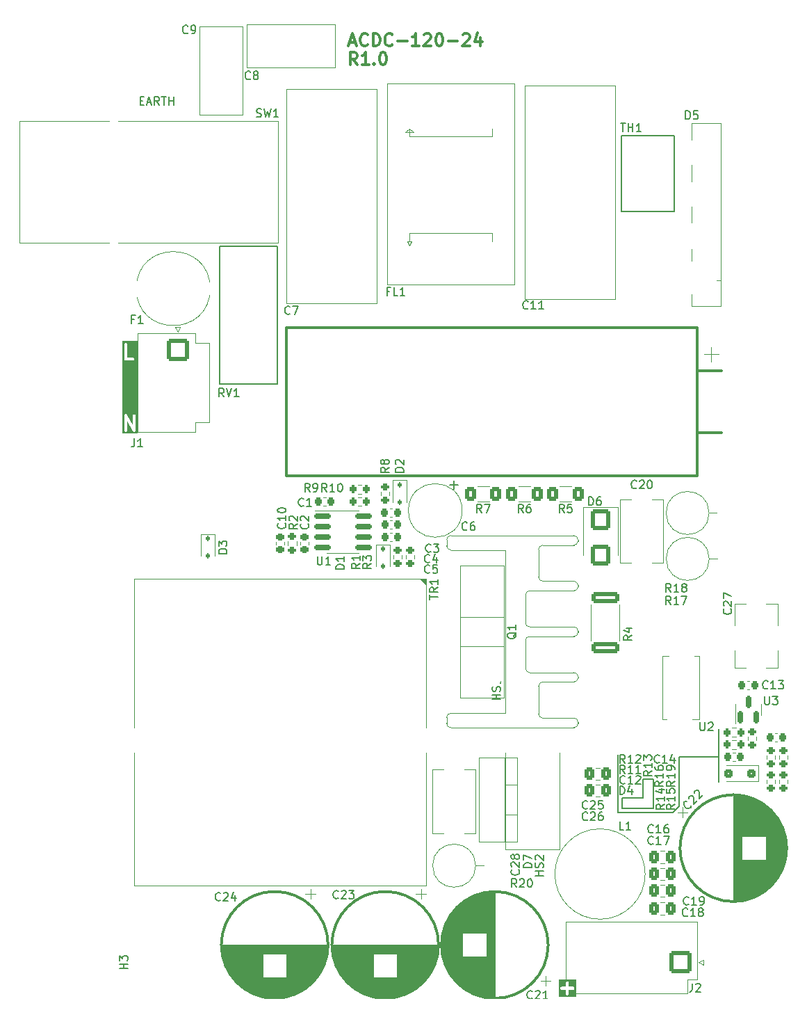
<source format=gbr>
%TF.GenerationSoftware,KiCad,Pcbnew,7.99.0-3539-g7abe2e3ea0*%
%TF.CreationDate,2023-11-11T19:40:51+01:00*%
%TF.ProjectId,ACDC150V24,41434443-3135-4305-9632-342e6b696361,rev?*%
%TF.SameCoordinates,Original*%
%TF.FileFunction,Legend,Top*%
%TF.FilePolarity,Positive*%
%FSLAX46Y46*%
G04 Gerber Fmt 4.6, Leading zero omitted, Abs format (unit mm)*
G04 Created by KiCad (PCBNEW 7.99.0-3539-g7abe2e3ea0) date 2023-11-11 19:40:51*
%MOMM*%
%LPD*%
G01*
G04 APERTURE LIST*
G04 Aperture macros list*
%AMRoundRect*
0 Rectangle with rounded corners*
0 $1 Rounding radius*
0 $2 $3 $4 $5 $6 $7 $8 $9 X,Y pos of 4 corners*
0 Add a 4 corners polygon primitive as box body*
4,1,4,$2,$3,$4,$5,$6,$7,$8,$9,$2,$3,0*
0 Add four circle primitives for the rounded corners*
1,1,$1+$1,$2,$3*
1,1,$1+$1,$4,$5*
1,1,$1+$1,$6,$7*
1,1,$1+$1,$8,$9*
0 Add four rect primitives between the rounded corners*
20,1,$1+$1,$2,$3,$4,$5,0*
20,1,$1+$1,$4,$5,$6,$7,0*
20,1,$1+$1,$6,$7,$8,$9,0*
20,1,$1+$1,$8,$9,$2,$3,0*%
G04 Aperture macros list end*
%ADD10C,0.150000*%
%ADD11C,0.360000*%
%ADD12C,0.200000*%
%ADD13C,0.300000*%
%ADD14C,0.120000*%
%ADD15C,0.100000*%
%ADD16C,1.000000*%
%ADD17C,3.000000*%
%ADD18C,2.000000*%
%ADD19RoundRect,0.200000X-0.275000X0.200000X-0.275000X-0.200000X0.275000X-0.200000X0.275000X0.200000X0*%
%ADD20RoundRect,0.200000X-0.200000X-0.275000X0.200000X-0.275000X0.200000X0.275000X-0.200000X0.275000X0*%
%ADD21RoundRect,0.200000X0.275000X-0.200000X0.275000X0.200000X-0.275000X0.200000X-0.275000X-0.200000X0*%
%ADD22C,3.600000*%
%ADD23C,5.600000*%
%ADD24RoundRect,0.250000X-0.400000X-0.625000X0.400000X-0.625000X0.400000X0.625000X-0.400000X0.625000X0*%
%ADD25R,3.200000X3.200000*%
%ADD26C,3.200000*%
%ADD27C,3.000000*%
%ADD28C,1.800000*%
%ADD29RoundRect,0.250000X-0.337500X-0.475000X0.337500X-0.475000X0.337500X0.475000X-0.337500X0.475000X0*%
%ADD30RoundRect,0.225000X-0.250000X0.225000X-0.250000X-0.225000X0.250000X-0.225000X0.250000X0.225000X0*%
%ADD31C,2.000000*%
%ADD32RoundRect,0.225000X-0.225000X-0.250000X0.225000X-0.250000X0.225000X0.250000X-0.225000X0.250000X0*%
%ADD33RoundRect,0.250000X0.337500X0.475000X-0.337500X0.475000X-0.337500X-0.475000X0.337500X-0.475000X0*%
%ADD34RoundRect,0.225000X0.250000X-0.225000X0.250000X0.225000X-0.250000X0.225000X-0.250000X-0.225000X0*%
%ADD35R,2.400000X2.400000*%
%ADD36C,2.400000*%
%ADD37C,1.700000*%
%ADD38RoundRect,0.112500X-0.112500X0.187500X-0.112500X-0.187500X0.112500X-0.187500X0.112500X0.187500X0*%
%ADD39O,2.400000X2.400000*%
%ADD40RoundRect,0.249999X1.425001X-0.450001X1.425001X0.450001X-1.425001X0.450001X-1.425001X-0.450001X0*%
%ADD41R,2.400000X1.600000*%
%ADD42O,2.400000X1.600000*%
%ADD43C,1.600000*%
%ADD44RoundRect,0.150000X0.150000X-0.587500X0.150000X0.587500X-0.150000X0.587500X-0.150000X-0.587500X0*%
%ADD45C,2.300000*%
%ADD46RoundRect,0.250001X-1.099999X1.099999X-1.099999X-1.099999X1.099999X-1.099999X1.099999X1.099999X0*%
%ADD47C,2.700000*%
%ADD48RoundRect,0.200000X0.200000X0.275000X-0.200000X0.275000X-0.200000X-0.275000X0.200000X-0.275000X0*%
%ADD49RoundRect,0.250001X1.099999X1.099999X-1.099999X1.099999X-1.099999X-1.099999X1.099999X-1.099999X0*%
%ADD50RoundRect,0.250000X0.300000X0.300000X-0.300000X0.300000X-0.300000X-0.300000X0.300000X-0.300000X0*%
%ADD51RoundRect,0.225000X0.225000X0.250000X-0.225000X0.250000X-0.225000X-0.250000X0.225000X-0.250000X0*%
%ADD52R,2.000000X1.905000*%
%ADD53O,2.000000X1.905000*%
%ADD54RoundRect,0.250000X-0.900000X1.000000X-0.900000X-1.000000X0.900000X-1.000000X0.900000X1.000000X0*%
%ADD55RoundRect,0.150000X-0.825000X-0.150000X0.825000X-0.150000X0.825000X0.150000X-0.825000X0.150000X0*%
%ADD56R,4.500000X2.500000*%
%ADD57O,4.500000X2.500000*%
G04 APERTURE END LIST*
D10*
X68072000Y23241000D02*
X61341000Y23241000D01*
X64389000Y27305000D02*
X65659000Y27305000D01*
X65659000Y23749000D02*
X61849000Y23749000D01*
X40902000Y63119000D02*
X41902000Y63119000D01*
X61849000Y23749000D02*
X61849000Y25019000D01*
X68834000Y24638000D02*
X68834000Y29972000D01*
X41402000Y63619000D02*
X41402000Y62619000D01*
X64389000Y25019000D02*
X64389000Y27305000D01*
X68834000Y24638000D02*
X68834000Y24003000D01*
X73660000Y33401000D02*
X73660000Y26924000D01*
X73660000Y29972000D02*
X73660000Y33401000D01*
X68834000Y24003000D02*
X68072000Y23241000D01*
X68834000Y29972000D02*
X73660000Y29972000D01*
X65659000Y27305000D02*
X65659000Y23749000D01*
X61341000Y23241000D02*
X61341000Y30226000D01*
X61849000Y25019000D02*
X64389000Y25019000D01*
D11*
G36*
X56271535Y788873D02*
G01*
X54147024Y788873D01*
X54147024Y1816012D01*
X54347024Y1816012D01*
X54373900Y1751125D01*
X54423562Y1701463D01*
X54488449Y1674587D01*
X54523565Y1671128D01*
X55031405Y1672377D01*
X55032739Y1130298D01*
X55059615Y1065411D01*
X55109277Y1015749D01*
X55174164Y988873D01*
X55244396Y988873D01*
X55309283Y1015749D01*
X55358945Y1065411D01*
X55385821Y1130298D01*
X55389280Y1165414D01*
X55388031Y1673254D01*
X55930110Y1674587D01*
X55994997Y1701463D01*
X56044659Y1751125D01*
X56071535Y1816012D01*
X56071535Y1886244D01*
X56044659Y1951131D01*
X55994997Y2000793D01*
X55930110Y2027669D01*
X55894994Y2031128D01*
X55387154Y2029880D01*
X55385821Y2571958D01*
X55358945Y2636845D01*
X55309283Y2686507D01*
X55244396Y2713383D01*
X55174164Y2713383D01*
X55109277Y2686507D01*
X55059615Y2636845D01*
X55032739Y2571958D01*
X55029280Y2536842D01*
X55030528Y2029003D01*
X54488449Y2027669D01*
X54423562Y2000793D01*
X54373900Y1951131D01*
X54347024Y1886244D01*
X54347024Y1816012D01*
X54147024Y1816012D01*
X54147024Y2913383D01*
X56271535Y2913383D01*
X56271535Y788873D01*
G37*
D12*
X3163673Y109876591D02*
X3497006Y109876591D01*
X3639863Y109352781D02*
X3163673Y109352781D01*
X3163673Y109352781D02*
X3163673Y110352781D01*
X3163673Y110352781D02*
X3639863Y110352781D01*
X4020816Y109638496D02*
X4497006Y109638496D01*
X3925578Y109352781D02*
X4258911Y110352781D01*
X4258911Y110352781D02*
X4592244Y109352781D01*
X5497006Y109352781D02*
X5163673Y109828972D01*
X4925578Y109352781D02*
X4925578Y110352781D01*
X4925578Y110352781D02*
X5306530Y110352781D01*
X5306530Y110352781D02*
X5401768Y110305162D01*
X5401768Y110305162D02*
X5449387Y110257543D01*
X5449387Y110257543D02*
X5497006Y110162305D01*
X5497006Y110162305D02*
X5497006Y110019448D01*
X5497006Y110019448D02*
X5449387Y109924210D01*
X5449387Y109924210D02*
X5401768Y109876591D01*
X5401768Y109876591D02*
X5306530Y109828972D01*
X5306530Y109828972D02*
X4925578Y109828972D01*
X5782721Y110352781D02*
X6354149Y110352781D01*
X6068435Y109352781D02*
X6068435Y110352781D01*
X6687483Y109352781D02*
X6687483Y110352781D01*
X6687483Y109876591D02*
X7258911Y109876591D01*
X7258911Y109352781D02*
X7258911Y110352781D01*
D11*
G36*
X2823984Y69359445D02*
G01*
X1035413Y69359445D01*
X1035413Y71539006D01*
X1235413Y71539006D01*
X1238872Y69703890D01*
X1265748Y69639003D01*
X1315410Y69589341D01*
X1380297Y69562465D01*
X1450529Y69562465D01*
X1515416Y69589341D01*
X1565078Y69639003D01*
X1591954Y69703890D01*
X1595413Y69739006D01*
X1593286Y70867147D01*
X2285383Y69660577D01*
X2294319Y69639003D01*
X2302384Y69630938D01*
X2308126Y69620928D01*
X2327049Y69606273D01*
X2343981Y69589341D01*
X2354581Y69584951D01*
X2363654Y69577924D01*
X2386756Y69571624D01*
X2408868Y69562465D01*
X2420338Y69562465D01*
X2431412Y69559445D01*
X2455166Y69562465D01*
X2479100Y69562465D01*
X2489700Y69566856D01*
X2501084Y69568303D01*
X2521865Y69580179D01*
X2543987Y69589341D01*
X2552103Y69597458D01*
X2562062Y69603148D01*
X2576717Y69622072D01*
X2593649Y69639003D01*
X2598039Y69649604D01*
X2605066Y69658676D01*
X2611366Y69681780D01*
X2620525Y69703890D01*
X2622293Y69721845D01*
X2623545Y69726433D01*
X2623094Y69729977D01*
X2623984Y69739006D01*
X2620525Y71574122D01*
X2593649Y71639009D01*
X2543987Y71688671D01*
X2479100Y71715547D01*
X2408868Y71715547D01*
X2343981Y71688671D01*
X2294319Y71639009D01*
X2267443Y71574122D01*
X2263984Y71539006D01*
X2266110Y70410866D01*
X1574013Y71617436D01*
X1565078Y71639009D01*
X1557012Y71647075D01*
X1551271Y71657084D01*
X1532347Y71671740D01*
X1515416Y71688671D01*
X1504815Y71693062D01*
X1495743Y71700088D01*
X1472640Y71706389D01*
X1450529Y71715547D01*
X1439059Y71715547D01*
X1427985Y71718567D01*
X1404231Y71715547D01*
X1380297Y71715547D01*
X1369696Y71711157D01*
X1358313Y71709709D01*
X1337531Y71697834D01*
X1315410Y71688671D01*
X1307293Y71680555D01*
X1297335Y71674864D01*
X1282679Y71655941D01*
X1265748Y71639009D01*
X1261357Y71628409D01*
X1254331Y71619336D01*
X1248030Y71596234D01*
X1238872Y71574122D01*
X1237103Y71556167D01*
X1235852Y71551578D01*
X1236302Y71548036D01*
X1235413Y71539006D01*
X1035413Y71539006D01*
X1035413Y80232703D01*
X1235413Y80232703D01*
X1238872Y78397587D01*
X1265748Y78332700D01*
X1315410Y78283038D01*
X1380297Y78256162D01*
X1415413Y78252703D01*
X2307672Y78256162D01*
X2372559Y78283038D01*
X2422221Y78332700D01*
X2449097Y78397587D01*
X2449097Y78467819D01*
X2422221Y78532706D01*
X2372559Y78582368D01*
X2307672Y78609244D01*
X2272556Y78612703D01*
X1595078Y78610077D01*
X1591954Y80267819D01*
X1565078Y80332706D01*
X1515416Y80382368D01*
X1450529Y80409244D01*
X1380297Y80409244D01*
X1315410Y80382368D01*
X1265748Y80332706D01*
X1238872Y80267819D01*
X1235413Y80232703D01*
X1035413Y80232703D01*
X1035413Y80609244D01*
X2823984Y80609244D01*
X2823984Y69359445D01*
G37*
D13*
X29605653Y114245172D02*
X29105653Y114959458D01*
X28748510Y114245172D02*
X28748510Y115745172D01*
X28748510Y115745172D02*
X29319939Y115745172D01*
X29319939Y115745172D02*
X29462796Y115673743D01*
X29462796Y115673743D02*
X29534225Y115602315D01*
X29534225Y115602315D02*
X29605653Y115459458D01*
X29605653Y115459458D02*
X29605653Y115245172D01*
X29605653Y115245172D02*
X29534225Y115102315D01*
X29534225Y115102315D02*
X29462796Y115030886D01*
X29462796Y115030886D02*
X29319939Y114959458D01*
X29319939Y114959458D02*
X28748510Y114959458D01*
X31034225Y114245172D02*
X30177082Y114245172D01*
X30605653Y114245172D02*
X30605653Y115745172D01*
X30605653Y115745172D02*
X30462796Y115530886D01*
X30462796Y115530886D02*
X30319939Y115388029D01*
X30319939Y115388029D02*
X30177082Y115316600D01*
X31677081Y114388029D02*
X31748510Y114316600D01*
X31748510Y114316600D02*
X31677081Y114245172D01*
X31677081Y114245172D02*
X31605653Y114316600D01*
X31605653Y114316600D02*
X31677081Y114388029D01*
X31677081Y114388029D02*
X31677081Y114245172D01*
X32677082Y115745172D02*
X32819939Y115745172D01*
X32819939Y115745172D02*
X32962796Y115673743D01*
X32962796Y115673743D02*
X33034225Y115602315D01*
X33034225Y115602315D02*
X33105653Y115459458D01*
X33105653Y115459458D02*
X33177082Y115173743D01*
X33177082Y115173743D02*
X33177082Y114816600D01*
X33177082Y114816600D02*
X33105653Y114530886D01*
X33105653Y114530886D02*
X33034225Y114388029D01*
X33034225Y114388029D02*
X32962796Y114316600D01*
X32962796Y114316600D02*
X32819939Y114245172D01*
X32819939Y114245172D02*
X32677082Y114245172D01*
X32677082Y114245172D02*
X32534225Y114316600D01*
X32534225Y114316600D02*
X32462796Y114388029D01*
X32462796Y114388029D02*
X32391367Y114530886D01*
X32391367Y114530886D02*
X32319939Y114816600D01*
X32319939Y114816600D02*
X32319939Y115173743D01*
X32319939Y115173743D02*
X32391367Y115459458D01*
X32391367Y115459458D02*
X32462796Y115602315D01*
X32462796Y115602315D02*
X32534225Y115673743D01*
X32534225Y115673743D02*
X32677082Y115745172D01*
X28677082Y116959743D02*
X29391368Y116959743D01*
X28534225Y116531172D02*
X29034225Y118031172D01*
X29034225Y118031172D02*
X29534225Y116531172D01*
X30891367Y116674029D02*
X30819939Y116602600D01*
X30819939Y116602600D02*
X30605653Y116531172D01*
X30605653Y116531172D02*
X30462796Y116531172D01*
X30462796Y116531172D02*
X30248510Y116602600D01*
X30248510Y116602600D02*
X30105653Y116745458D01*
X30105653Y116745458D02*
X30034224Y116888315D01*
X30034224Y116888315D02*
X29962796Y117174029D01*
X29962796Y117174029D02*
X29962796Y117388315D01*
X29962796Y117388315D02*
X30034224Y117674029D01*
X30034224Y117674029D02*
X30105653Y117816886D01*
X30105653Y117816886D02*
X30248510Y117959743D01*
X30248510Y117959743D02*
X30462796Y118031172D01*
X30462796Y118031172D02*
X30605653Y118031172D01*
X30605653Y118031172D02*
X30819939Y117959743D01*
X30819939Y117959743D02*
X30891367Y117888315D01*
X31534224Y116531172D02*
X31534224Y118031172D01*
X31534224Y118031172D02*
X31891367Y118031172D01*
X31891367Y118031172D02*
X32105653Y117959743D01*
X32105653Y117959743D02*
X32248510Y117816886D01*
X32248510Y117816886D02*
X32319939Y117674029D01*
X32319939Y117674029D02*
X32391367Y117388315D01*
X32391367Y117388315D02*
X32391367Y117174029D01*
X32391367Y117174029D02*
X32319939Y116888315D01*
X32319939Y116888315D02*
X32248510Y116745458D01*
X32248510Y116745458D02*
X32105653Y116602600D01*
X32105653Y116602600D02*
X31891367Y116531172D01*
X31891367Y116531172D02*
X31534224Y116531172D01*
X33891367Y116674029D02*
X33819939Y116602600D01*
X33819939Y116602600D02*
X33605653Y116531172D01*
X33605653Y116531172D02*
X33462796Y116531172D01*
X33462796Y116531172D02*
X33248510Y116602600D01*
X33248510Y116602600D02*
X33105653Y116745458D01*
X33105653Y116745458D02*
X33034224Y116888315D01*
X33034224Y116888315D02*
X32962796Y117174029D01*
X32962796Y117174029D02*
X32962796Y117388315D01*
X32962796Y117388315D02*
X33034224Y117674029D01*
X33034224Y117674029D02*
X33105653Y117816886D01*
X33105653Y117816886D02*
X33248510Y117959743D01*
X33248510Y117959743D02*
X33462796Y118031172D01*
X33462796Y118031172D02*
X33605653Y118031172D01*
X33605653Y118031172D02*
X33819939Y117959743D01*
X33819939Y117959743D02*
X33891367Y117888315D01*
X34534224Y117102600D02*
X35677082Y117102600D01*
X37177082Y116531172D02*
X36319939Y116531172D01*
X36748510Y116531172D02*
X36748510Y118031172D01*
X36748510Y118031172D02*
X36605653Y117816886D01*
X36605653Y117816886D02*
X36462796Y117674029D01*
X36462796Y117674029D02*
X36319939Y117602600D01*
X37748510Y117888315D02*
X37819938Y117959743D01*
X37819938Y117959743D02*
X37962796Y118031172D01*
X37962796Y118031172D02*
X38319938Y118031172D01*
X38319938Y118031172D02*
X38462796Y117959743D01*
X38462796Y117959743D02*
X38534224Y117888315D01*
X38534224Y117888315D02*
X38605653Y117745458D01*
X38605653Y117745458D02*
X38605653Y117602600D01*
X38605653Y117602600D02*
X38534224Y117388315D01*
X38534224Y117388315D02*
X37677081Y116531172D01*
X37677081Y116531172D02*
X38605653Y116531172D01*
X39534224Y118031172D02*
X39677081Y118031172D01*
X39677081Y118031172D02*
X39819938Y117959743D01*
X39819938Y117959743D02*
X39891367Y117888315D01*
X39891367Y117888315D02*
X39962795Y117745458D01*
X39962795Y117745458D02*
X40034224Y117459743D01*
X40034224Y117459743D02*
X40034224Y117102600D01*
X40034224Y117102600D02*
X39962795Y116816886D01*
X39962795Y116816886D02*
X39891367Y116674029D01*
X39891367Y116674029D02*
X39819938Y116602600D01*
X39819938Y116602600D02*
X39677081Y116531172D01*
X39677081Y116531172D02*
X39534224Y116531172D01*
X39534224Y116531172D02*
X39391367Y116602600D01*
X39391367Y116602600D02*
X39319938Y116674029D01*
X39319938Y116674029D02*
X39248509Y116816886D01*
X39248509Y116816886D02*
X39177081Y117102600D01*
X39177081Y117102600D02*
X39177081Y117459743D01*
X39177081Y117459743D02*
X39248509Y117745458D01*
X39248509Y117745458D02*
X39319938Y117888315D01*
X39319938Y117888315D02*
X39391367Y117959743D01*
X39391367Y117959743D02*
X39534224Y118031172D01*
X40677080Y117102600D02*
X41819938Y117102600D01*
X42462795Y117888315D02*
X42534223Y117959743D01*
X42534223Y117959743D02*
X42677081Y118031172D01*
X42677081Y118031172D02*
X43034223Y118031172D01*
X43034223Y118031172D02*
X43177081Y117959743D01*
X43177081Y117959743D02*
X43248509Y117888315D01*
X43248509Y117888315D02*
X43319938Y117745458D01*
X43319938Y117745458D02*
X43319938Y117602600D01*
X43319938Y117602600D02*
X43248509Y117388315D01*
X43248509Y117388315D02*
X42391366Y116531172D01*
X42391366Y116531172D02*
X43319938Y116531172D01*
X44605652Y117531172D02*
X44605652Y116531172D01*
X44248509Y118102600D02*
X43891366Y117031172D01*
X43891366Y117031172D02*
X44819937Y117031172D01*
D10*
X67002819Y24249143D02*
X66526628Y23915810D01*
X67002819Y23677715D02*
X66002819Y23677715D01*
X66002819Y23677715D02*
X66002819Y24058667D01*
X66002819Y24058667D02*
X66050438Y24153905D01*
X66050438Y24153905D02*
X66098057Y24201524D01*
X66098057Y24201524D02*
X66193295Y24249143D01*
X66193295Y24249143D02*
X66336152Y24249143D01*
X66336152Y24249143D02*
X66431390Y24201524D01*
X66431390Y24201524D02*
X66479009Y24153905D01*
X66479009Y24153905D02*
X66526628Y24058667D01*
X66526628Y24058667D02*
X66526628Y23677715D01*
X67002819Y25201524D02*
X67002819Y24630096D01*
X67002819Y24915810D02*
X66002819Y24915810D01*
X66002819Y24915810D02*
X66145676Y24820572D01*
X66145676Y24820572D02*
X66240914Y24725334D01*
X66240914Y24725334D02*
X66288533Y24630096D01*
X66336152Y26058667D02*
X67002819Y26058667D01*
X65955200Y25820572D02*
X66669485Y25582477D01*
X66669485Y25582477D02*
X66669485Y26201524D01*
X68272819Y27043143D02*
X67796628Y26709810D01*
X68272819Y26471715D02*
X67272819Y26471715D01*
X67272819Y26471715D02*
X67272819Y26852667D01*
X67272819Y26852667D02*
X67320438Y26947905D01*
X67320438Y26947905D02*
X67368057Y26995524D01*
X67368057Y26995524D02*
X67463295Y27043143D01*
X67463295Y27043143D02*
X67606152Y27043143D01*
X67606152Y27043143D02*
X67701390Y26995524D01*
X67701390Y26995524D02*
X67749009Y26947905D01*
X67749009Y26947905D02*
X67796628Y26852667D01*
X67796628Y26852667D02*
X67796628Y26471715D01*
X68272819Y27995524D02*
X68272819Y27424096D01*
X68272819Y27709810D02*
X67272819Y27709810D01*
X67272819Y27709810D02*
X67415676Y27614572D01*
X67415676Y27614572D02*
X67510914Y27519334D01*
X67510914Y27519334D02*
X67558533Y27424096D01*
X68272819Y28471715D02*
X68272819Y28662191D01*
X68272819Y28662191D02*
X68225200Y28757429D01*
X68225200Y28757429D02*
X68177580Y28805048D01*
X68177580Y28805048D02*
X68034723Y28900286D01*
X68034723Y28900286D02*
X67844247Y28947905D01*
X67844247Y28947905D02*
X67463295Y28947905D01*
X67463295Y28947905D02*
X67368057Y28900286D01*
X67368057Y28900286D02*
X67320438Y28852667D01*
X67320438Y28852667D02*
X67272819Y28757429D01*
X67272819Y28757429D02*
X67272819Y28566953D01*
X67272819Y28566953D02*
X67320438Y28471715D01*
X67320438Y28471715D02*
X67368057Y28424096D01*
X67368057Y28424096D02*
X67463295Y28376477D01*
X67463295Y28376477D02*
X67701390Y28376477D01*
X67701390Y28376477D02*
X67796628Y28424096D01*
X67796628Y28424096D02*
X67844247Y28471715D01*
X67844247Y28471715D02*
X67891866Y28566953D01*
X67891866Y28566953D02*
X67891866Y28757429D01*
X67891866Y28757429D02*
X67844247Y28852667D01*
X67844247Y28852667D02*
X67796628Y28900286D01*
X67796628Y28900286D02*
X67701390Y28947905D01*
X62222142Y27993181D02*
X61888809Y28469372D01*
X61650714Y27993181D02*
X61650714Y28993181D01*
X61650714Y28993181D02*
X62031666Y28993181D01*
X62031666Y28993181D02*
X62126904Y28945562D01*
X62126904Y28945562D02*
X62174523Y28897943D01*
X62174523Y28897943D02*
X62222142Y28802705D01*
X62222142Y28802705D02*
X62222142Y28659848D01*
X62222142Y28659848D02*
X62174523Y28564610D01*
X62174523Y28564610D02*
X62126904Y28516991D01*
X62126904Y28516991D02*
X62031666Y28469372D01*
X62031666Y28469372D02*
X61650714Y28469372D01*
X63174523Y27993181D02*
X62603095Y27993181D01*
X62888809Y27993181D02*
X62888809Y28993181D01*
X62888809Y28993181D02*
X62793571Y28850324D01*
X62793571Y28850324D02*
X62698333Y28755086D01*
X62698333Y28755086D02*
X62603095Y28707467D01*
X64126904Y27993181D02*
X63555476Y27993181D01*
X63841190Y27993181D02*
X63841190Y28993181D01*
X63841190Y28993181D02*
X63745952Y28850324D01*
X63745952Y28850324D02*
X63650714Y28755086D01*
X63650714Y28755086D02*
X63555476Y28707467D01*
X66875819Y27043143D02*
X66399628Y26709810D01*
X66875819Y26471715D02*
X65875819Y26471715D01*
X65875819Y26471715D02*
X65875819Y26852667D01*
X65875819Y26852667D02*
X65923438Y26947905D01*
X65923438Y26947905D02*
X65971057Y26995524D01*
X65971057Y26995524D02*
X66066295Y27043143D01*
X66066295Y27043143D02*
X66209152Y27043143D01*
X66209152Y27043143D02*
X66304390Y26995524D01*
X66304390Y26995524D02*
X66352009Y26947905D01*
X66352009Y26947905D02*
X66399628Y26852667D01*
X66399628Y26852667D02*
X66399628Y26471715D01*
X66875819Y27995524D02*
X66875819Y27424096D01*
X66875819Y27709810D02*
X65875819Y27709810D01*
X65875819Y27709810D02*
X66018676Y27614572D01*
X66018676Y27614572D02*
X66113914Y27519334D01*
X66113914Y27519334D02*
X66161533Y27424096D01*
X65875819Y28852667D02*
X65875819Y28662191D01*
X65875819Y28662191D02*
X65923438Y28566953D01*
X65923438Y28566953D02*
X65971057Y28519334D01*
X65971057Y28519334D02*
X66113914Y28424096D01*
X66113914Y28424096D02*
X66304390Y28376477D01*
X66304390Y28376477D02*
X66685342Y28376477D01*
X66685342Y28376477D02*
X66780580Y28424096D01*
X66780580Y28424096D02*
X66828200Y28471715D01*
X66828200Y28471715D02*
X66875819Y28566953D01*
X66875819Y28566953D02*
X66875819Y28757429D01*
X66875819Y28757429D02*
X66828200Y28852667D01*
X66828200Y28852667D02*
X66780580Y28900286D01*
X66780580Y28900286D02*
X66685342Y28947905D01*
X66685342Y28947905D02*
X66447247Y28947905D01*
X66447247Y28947905D02*
X66352009Y28900286D01*
X66352009Y28900286D02*
X66304390Y28852667D01*
X66304390Y28852667D02*
X66256771Y28757429D01*
X66256771Y28757429D02*
X66256771Y28566953D01*
X66256771Y28566953D02*
X66304390Y28471715D01*
X66304390Y28471715D02*
X66352009Y28424096D01*
X66352009Y28424096D02*
X66447247Y28376477D01*
X54824333Y59743181D02*
X54491000Y60219372D01*
X54252905Y59743181D02*
X54252905Y60743181D01*
X54252905Y60743181D02*
X54633857Y60743181D01*
X54633857Y60743181D02*
X54729095Y60695562D01*
X54729095Y60695562D02*
X54776714Y60647943D01*
X54776714Y60647943D02*
X54824333Y60552705D01*
X54824333Y60552705D02*
X54824333Y60409848D01*
X54824333Y60409848D02*
X54776714Y60314610D01*
X54776714Y60314610D02*
X54729095Y60266991D01*
X54729095Y60266991D02*
X54633857Y60219372D01*
X54633857Y60219372D02*
X54252905Y60219372D01*
X55729095Y60743181D02*
X55252905Y60743181D01*
X55252905Y60743181D02*
X55205286Y60266991D01*
X55205286Y60266991D02*
X55252905Y60314610D01*
X55252905Y60314610D02*
X55348143Y60362229D01*
X55348143Y60362229D02*
X55586238Y60362229D01*
X55586238Y60362229D02*
X55681476Y60314610D01*
X55681476Y60314610D02*
X55729095Y60266991D01*
X55729095Y60266991D02*
X55776714Y60171753D01*
X55776714Y60171753D02*
X55776714Y59933658D01*
X55776714Y59933658D02*
X55729095Y59838420D01*
X55729095Y59838420D02*
X55681476Y59790800D01*
X55681476Y59790800D02*
X55586238Y59743181D01*
X55586238Y59743181D02*
X55348143Y59743181D01*
X55348143Y59743181D02*
X55252905Y59790800D01*
X55252905Y59790800D02*
X55205286Y59838420D01*
X69619905Y107622181D02*
X69619905Y108622181D01*
X69619905Y108622181D02*
X69858000Y108622181D01*
X69858000Y108622181D02*
X70000857Y108574562D01*
X70000857Y108574562D02*
X70096095Y108479324D01*
X70096095Y108479324D02*
X70143714Y108384086D01*
X70143714Y108384086D02*
X70191333Y108193610D01*
X70191333Y108193610D02*
X70191333Y108050753D01*
X70191333Y108050753D02*
X70143714Y107860277D01*
X70143714Y107860277D02*
X70096095Y107765039D01*
X70096095Y107765039D02*
X70000857Y107669800D01*
X70000857Y107669800D02*
X69858000Y107622181D01*
X69858000Y107622181D02*
X69619905Y107622181D01*
X71096095Y108622181D02*
X70619905Y108622181D01*
X70619905Y108622181D02*
X70572286Y108145991D01*
X70572286Y108145991D02*
X70619905Y108193610D01*
X70619905Y108193610D02*
X70715143Y108241229D01*
X70715143Y108241229D02*
X70953238Y108241229D01*
X70953238Y108241229D02*
X71048476Y108193610D01*
X71048476Y108193610D02*
X71096095Y108145991D01*
X71096095Y108145991D02*
X71143714Y108050753D01*
X71143714Y108050753D02*
X71143714Y107812658D01*
X71143714Y107812658D02*
X71096095Y107717420D01*
X71096095Y107717420D02*
X71048476Y107669800D01*
X71048476Y107669800D02*
X70953238Y107622181D01*
X70953238Y107622181D02*
X70715143Y107622181D01*
X70715143Y107622181D02*
X70619905Y107669800D01*
X70619905Y107669800D02*
X70572286Y107717420D01*
X47053269Y36994906D02*
X46053269Y36994906D01*
X46529459Y36994906D02*
X46529459Y37566334D01*
X47053269Y37566334D02*
X46053269Y37566334D01*
X47005650Y37994906D02*
X47053269Y38137763D01*
X47053269Y38137763D02*
X47053269Y38375858D01*
X47053269Y38375858D02*
X47005650Y38471096D01*
X47005650Y38471096D02*
X46958030Y38518715D01*
X46958030Y38518715D02*
X46862792Y38566334D01*
X46862792Y38566334D02*
X46767554Y38566334D01*
X46767554Y38566334D02*
X46672316Y38518715D01*
X46672316Y38518715D02*
X46624697Y38471096D01*
X46624697Y38471096D02*
X46577078Y38375858D01*
X46577078Y38375858D02*
X46529459Y38185382D01*
X46529459Y38185382D02*
X46481840Y38090144D01*
X46481840Y38090144D02*
X46434221Y38042525D01*
X46434221Y38042525D02*
X46338983Y37994906D01*
X46338983Y37994906D02*
X46243745Y37994906D01*
X46243745Y37994906D02*
X46148507Y38042525D01*
X46148507Y38042525D02*
X46100888Y38090144D01*
X46100888Y38090144D02*
X46053269Y38185382D01*
X46053269Y38185382D02*
X46053269Y38423477D01*
X46053269Y38423477D02*
X46100888Y38566334D01*
X47053269Y39518715D02*
X47053269Y38947287D01*
X47053269Y39233001D02*
X46053269Y39233001D01*
X46053269Y39233001D02*
X46196126Y39137763D01*
X46196126Y39137763D02*
X46291364Y39042525D01*
X46291364Y39042525D02*
X46338983Y38947287D01*
X2460666Y83253991D02*
X2127333Y83253991D01*
X2127333Y82730181D02*
X2127333Y83730181D01*
X2127333Y83730181D02*
X2603523Y83730181D01*
X3508285Y82730181D02*
X2936857Y82730181D01*
X3222571Y82730181D02*
X3222571Y83730181D01*
X3222571Y83730181D02*
X3127333Y83587324D01*
X3127333Y83587324D02*
X3032095Y83492086D01*
X3032095Y83492086D02*
X2936857Y83444467D01*
X65651142Y20849420D02*
X65603523Y20801800D01*
X65603523Y20801800D02*
X65460666Y20754181D01*
X65460666Y20754181D02*
X65365428Y20754181D01*
X65365428Y20754181D02*
X65222571Y20801800D01*
X65222571Y20801800D02*
X65127333Y20897039D01*
X65127333Y20897039D02*
X65079714Y20992277D01*
X65079714Y20992277D02*
X65032095Y21182753D01*
X65032095Y21182753D02*
X65032095Y21325610D01*
X65032095Y21325610D02*
X65079714Y21516086D01*
X65079714Y21516086D02*
X65127333Y21611324D01*
X65127333Y21611324D02*
X65222571Y21706562D01*
X65222571Y21706562D02*
X65365428Y21754181D01*
X65365428Y21754181D02*
X65460666Y21754181D01*
X65460666Y21754181D02*
X65603523Y21706562D01*
X65603523Y21706562D02*
X65651142Y21658943D01*
X66603523Y20754181D02*
X66032095Y20754181D01*
X66317809Y20754181D02*
X66317809Y21754181D01*
X66317809Y21754181D02*
X66222571Y21611324D01*
X66222571Y21611324D02*
X66127333Y21516086D01*
X66127333Y21516086D02*
X66032095Y21468467D01*
X67460666Y21754181D02*
X67270190Y21754181D01*
X67270190Y21754181D02*
X67174952Y21706562D01*
X67174952Y21706562D02*
X67127333Y21658943D01*
X67127333Y21658943D02*
X67032095Y21516086D01*
X67032095Y21516086D02*
X66984476Y21325610D01*
X66984476Y21325610D02*
X66984476Y20944658D01*
X66984476Y20944658D02*
X67032095Y20849420D01*
X67032095Y20849420D02*
X67079714Y20801800D01*
X67079714Y20801800D02*
X67174952Y20754181D01*
X67174952Y20754181D02*
X67365428Y20754181D01*
X67365428Y20754181D02*
X67460666Y20801800D01*
X67460666Y20801800D02*
X67508285Y20849420D01*
X67508285Y20849420D02*
X67555904Y20944658D01*
X67555904Y20944658D02*
X67555904Y21182753D01*
X67555904Y21182753D02*
X67508285Y21277991D01*
X67508285Y21277991D02*
X67460666Y21325610D01*
X67460666Y21325610D02*
X67365428Y21373229D01*
X67365428Y21373229D02*
X67174952Y21373229D01*
X67174952Y21373229D02*
X67079714Y21325610D01*
X67079714Y21325610D02*
X67032095Y21277991D01*
X67032095Y21277991D02*
X66984476Y21182753D01*
X13374761Y73840181D02*
X13041428Y74316372D01*
X12803333Y73840181D02*
X12803333Y74840181D01*
X12803333Y74840181D02*
X13184285Y74840181D01*
X13184285Y74840181D02*
X13279523Y74792562D01*
X13279523Y74792562D02*
X13327142Y74744943D01*
X13327142Y74744943D02*
X13374761Y74649705D01*
X13374761Y74649705D02*
X13374761Y74506848D01*
X13374761Y74506848D02*
X13327142Y74411610D01*
X13327142Y74411610D02*
X13279523Y74363991D01*
X13279523Y74363991D02*
X13184285Y74316372D01*
X13184285Y74316372D02*
X12803333Y74316372D01*
X13660476Y74840181D02*
X13993809Y73840181D01*
X13993809Y73840181D02*
X14327142Y74840181D01*
X15184285Y73840181D02*
X14612857Y73840181D01*
X14898571Y73840181D02*
X14898571Y74840181D01*
X14898571Y74840181D02*
X14803333Y74697324D01*
X14803333Y74697324D02*
X14708095Y74602086D01*
X14708095Y74602086D02*
X14612857Y74554467D01*
X23600580Y58380334D02*
X23648200Y58332715D01*
X23648200Y58332715D02*
X23695819Y58189858D01*
X23695819Y58189858D02*
X23695819Y58094620D01*
X23695819Y58094620D02*
X23648200Y57951763D01*
X23648200Y57951763D02*
X23552961Y57856525D01*
X23552961Y57856525D02*
X23457723Y57808906D01*
X23457723Y57808906D02*
X23267247Y57761287D01*
X23267247Y57761287D02*
X23124390Y57761287D01*
X23124390Y57761287D02*
X22933914Y57808906D01*
X22933914Y57808906D02*
X22838676Y57856525D01*
X22838676Y57856525D02*
X22743438Y57951763D01*
X22743438Y57951763D02*
X22695819Y58094620D01*
X22695819Y58094620D02*
X22695819Y58189858D01*
X22695819Y58189858D02*
X22743438Y58332715D01*
X22743438Y58332715D02*
X22791057Y58380334D01*
X22791057Y58761287D02*
X22743438Y58808906D01*
X22743438Y58808906D02*
X22695819Y58904144D01*
X22695819Y58904144D02*
X22695819Y59142239D01*
X22695819Y59142239D02*
X22743438Y59237477D01*
X22743438Y59237477D02*
X22791057Y59285096D01*
X22791057Y59285096D02*
X22886295Y59332715D01*
X22886295Y59332715D02*
X22981533Y59332715D01*
X22981533Y59332715D02*
X23124390Y59285096D01*
X23124390Y59285096D02*
X23695819Y58713668D01*
X23695819Y58713668D02*
X23695819Y59332715D01*
X17335667Y107923800D02*
X17478524Y107876181D01*
X17478524Y107876181D02*
X17716619Y107876181D01*
X17716619Y107876181D02*
X17811857Y107923800D01*
X17811857Y107923800D02*
X17859476Y107971420D01*
X17859476Y107971420D02*
X17907095Y108066658D01*
X17907095Y108066658D02*
X17907095Y108161896D01*
X17907095Y108161896D02*
X17859476Y108257134D01*
X17859476Y108257134D02*
X17811857Y108304753D01*
X17811857Y108304753D02*
X17716619Y108352372D01*
X17716619Y108352372D02*
X17526143Y108399991D01*
X17526143Y108399991D02*
X17430905Y108447610D01*
X17430905Y108447610D02*
X17383286Y108495229D01*
X17383286Y108495229D02*
X17335667Y108590467D01*
X17335667Y108590467D02*
X17335667Y108685705D01*
X17335667Y108685705D02*
X17383286Y108780943D01*
X17383286Y108780943D02*
X17430905Y108828562D01*
X17430905Y108828562D02*
X17526143Y108876181D01*
X17526143Y108876181D02*
X17764238Y108876181D01*
X17764238Y108876181D02*
X17907095Y108828562D01*
X18240429Y108876181D02*
X18478524Y107876181D01*
X18478524Y107876181D02*
X18669000Y108590467D01*
X18669000Y108590467D02*
X18859476Y107876181D01*
X18859476Y107876181D02*
X19097572Y108876181D01*
X20002333Y107876181D02*
X19430905Y107876181D01*
X19716619Y107876181D02*
X19716619Y108876181D01*
X19716619Y108876181D02*
X19621381Y108733324D01*
X19621381Y108733324D02*
X19526143Y108638086D01*
X19526143Y108638086D02*
X19430905Y108590467D01*
X38441333Y53742420D02*
X38393714Y53694800D01*
X38393714Y53694800D02*
X38250857Y53647181D01*
X38250857Y53647181D02*
X38155619Y53647181D01*
X38155619Y53647181D02*
X38012762Y53694800D01*
X38012762Y53694800D02*
X37917524Y53790039D01*
X37917524Y53790039D02*
X37869905Y53885277D01*
X37869905Y53885277D02*
X37822286Y54075753D01*
X37822286Y54075753D02*
X37822286Y54218610D01*
X37822286Y54218610D02*
X37869905Y54409086D01*
X37869905Y54409086D02*
X37917524Y54504324D01*
X37917524Y54504324D02*
X38012762Y54599562D01*
X38012762Y54599562D02*
X38155619Y54647181D01*
X38155619Y54647181D02*
X38250857Y54647181D01*
X38250857Y54647181D02*
X38393714Y54599562D01*
X38393714Y54599562D02*
X38441333Y54551943D01*
X39298476Y54313848D02*
X39298476Y53647181D01*
X39060381Y54694800D02*
X38822286Y53980515D01*
X38822286Y53980515D02*
X39441333Y53980515D01*
X75111780Y47998943D02*
X75159400Y47951324D01*
X75159400Y47951324D02*
X75207019Y47808467D01*
X75207019Y47808467D02*
X75207019Y47713229D01*
X75207019Y47713229D02*
X75159400Y47570372D01*
X75159400Y47570372D02*
X75064161Y47475134D01*
X75064161Y47475134D02*
X74968923Y47427515D01*
X74968923Y47427515D02*
X74778447Y47379896D01*
X74778447Y47379896D02*
X74635590Y47379896D01*
X74635590Y47379896D02*
X74445114Y47427515D01*
X74445114Y47427515D02*
X74349876Y47475134D01*
X74349876Y47475134D02*
X74254638Y47570372D01*
X74254638Y47570372D02*
X74207019Y47713229D01*
X74207019Y47713229D02*
X74207019Y47808467D01*
X74207019Y47808467D02*
X74254638Y47951324D01*
X74254638Y47951324D02*
X74302257Y47998943D01*
X74302257Y48379896D02*
X74254638Y48427515D01*
X74254638Y48427515D02*
X74207019Y48522753D01*
X74207019Y48522753D02*
X74207019Y48760848D01*
X74207019Y48760848D02*
X74254638Y48856086D01*
X74254638Y48856086D02*
X74302257Y48903705D01*
X74302257Y48903705D02*
X74397495Y48951324D01*
X74397495Y48951324D02*
X74492733Y48951324D01*
X74492733Y48951324D02*
X74635590Y48903705D01*
X74635590Y48903705D02*
X75207019Y48332277D01*
X75207019Y48332277D02*
X75207019Y48951324D01*
X74207019Y49284658D02*
X74207019Y49951324D01*
X74207019Y49951324D02*
X75207019Y49522753D01*
X69969142Y12086420D02*
X69921523Y12038800D01*
X69921523Y12038800D02*
X69778666Y11991181D01*
X69778666Y11991181D02*
X69683428Y11991181D01*
X69683428Y11991181D02*
X69540571Y12038800D01*
X69540571Y12038800D02*
X69445333Y12134039D01*
X69445333Y12134039D02*
X69397714Y12229277D01*
X69397714Y12229277D02*
X69350095Y12419753D01*
X69350095Y12419753D02*
X69350095Y12562610D01*
X69350095Y12562610D02*
X69397714Y12753086D01*
X69397714Y12753086D02*
X69445333Y12848324D01*
X69445333Y12848324D02*
X69540571Y12943562D01*
X69540571Y12943562D02*
X69683428Y12991181D01*
X69683428Y12991181D02*
X69778666Y12991181D01*
X69778666Y12991181D02*
X69921523Y12943562D01*
X69921523Y12943562D02*
X69969142Y12895943D01*
X70921523Y11991181D02*
X70350095Y11991181D01*
X70635809Y11991181D02*
X70635809Y12991181D01*
X70635809Y12991181D02*
X70540571Y12848324D01*
X70540571Y12848324D02*
X70445333Y12753086D01*
X70445333Y12753086D02*
X70350095Y12705467D01*
X71397714Y11991181D02*
X71588190Y11991181D01*
X71588190Y11991181D02*
X71683428Y12038800D01*
X71683428Y12038800D02*
X71731047Y12086420D01*
X71731047Y12086420D02*
X71826285Y12229277D01*
X71826285Y12229277D02*
X71873904Y12419753D01*
X71873904Y12419753D02*
X71873904Y12800705D01*
X71873904Y12800705D02*
X71826285Y12895943D01*
X71826285Y12895943D02*
X71778666Y12943562D01*
X71778666Y12943562D02*
X71683428Y12991181D01*
X71683428Y12991181D02*
X71492952Y12991181D01*
X71492952Y12991181D02*
X71397714Y12943562D01*
X71397714Y12943562D02*
X71350095Y12895943D01*
X71350095Y12895943D02*
X71302476Y12800705D01*
X71302476Y12800705D02*
X71302476Y12562610D01*
X71302476Y12562610D02*
X71350095Y12467372D01*
X71350095Y12467372D02*
X71397714Y12419753D01*
X71397714Y12419753D02*
X71492952Y12372134D01*
X71492952Y12372134D02*
X71683428Y12372134D01*
X71683428Y12372134D02*
X71778666Y12419753D01*
X71778666Y12419753D02*
X71826285Y12467372D01*
X71826285Y12467372D02*
X71873904Y12562610D01*
X49254580Y16248143D02*
X49302200Y16200524D01*
X49302200Y16200524D02*
X49349819Y16057667D01*
X49349819Y16057667D02*
X49349819Y15962429D01*
X49349819Y15962429D02*
X49302200Y15819572D01*
X49302200Y15819572D02*
X49206961Y15724334D01*
X49206961Y15724334D02*
X49111723Y15676715D01*
X49111723Y15676715D02*
X48921247Y15629096D01*
X48921247Y15629096D02*
X48778390Y15629096D01*
X48778390Y15629096D02*
X48587914Y15676715D01*
X48587914Y15676715D02*
X48492676Y15724334D01*
X48492676Y15724334D02*
X48397438Y15819572D01*
X48397438Y15819572D02*
X48349819Y15962429D01*
X48349819Y15962429D02*
X48349819Y16057667D01*
X48349819Y16057667D02*
X48397438Y16200524D01*
X48397438Y16200524D02*
X48445057Y16248143D01*
X48445057Y16629096D02*
X48397438Y16676715D01*
X48397438Y16676715D02*
X48349819Y16771953D01*
X48349819Y16771953D02*
X48349819Y17010048D01*
X48349819Y17010048D02*
X48397438Y17105286D01*
X48397438Y17105286D02*
X48445057Y17152905D01*
X48445057Y17152905D02*
X48540295Y17200524D01*
X48540295Y17200524D02*
X48635533Y17200524D01*
X48635533Y17200524D02*
X48778390Y17152905D01*
X48778390Y17152905D02*
X49349819Y16581477D01*
X49349819Y16581477D02*
X49349819Y17200524D01*
X48778390Y17771953D02*
X48730771Y17676715D01*
X48730771Y17676715D02*
X48683152Y17629096D01*
X48683152Y17629096D02*
X48587914Y17581477D01*
X48587914Y17581477D02*
X48540295Y17581477D01*
X48540295Y17581477D02*
X48445057Y17629096D01*
X48445057Y17629096D02*
X48397438Y17676715D01*
X48397438Y17676715D02*
X48349819Y17771953D01*
X48349819Y17771953D02*
X48349819Y17962429D01*
X48349819Y17962429D02*
X48397438Y18057667D01*
X48397438Y18057667D02*
X48445057Y18105286D01*
X48445057Y18105286D02*
X48540295Y18152905D01*
X48540295Y18152905D02*
X48587914Y18152905D01*
X48587914Y18152905D02*
X48683152Y18105286D01*
X48683152Y18105286D02*
X48730771Y18057667D01*
X48730771Y18057667D02*
X48778390Y17962429D01*
X48778390Y17962429D02*
X48778390Y17771953D01*
X48778390Y17771953D02*
X48826009Y17676715D01*
X48826009Y17676715D02*
X48873628Y17629096D01*
X48873628Y17629096D02*
X48968866Y17581477D01*
X48968866Y17581477D02*
X49159342Y17581477D01*
X49159342Y17581477D02*
X49254580Y17629096D01*
X49254580Y17629096D02*
X49302200Y17676715D01*
X49302200Y17676715D02*
X49349819Y17771953D01*
X49349819Y17771953D02*
X49349819Y17962429D01*
X49349819Y17962429D02*
X49302200Y18057667D01*
X49302200Y18057667D02*
X49254580Y18105286D01*
X49254580Y18105286D02*
X49159342Y18152905D01*
X49159342Y18152905D02*
X48968866Y18152905D01*
X48968866Y18152905D02*
X48873628Y18105286D01*
X48873628Y18105286D02*
X48826009Y18057667D01*
X48826009Y18057667D02*
X48778390Y17962429D01*
X20806580Y58412143D02*
X20854200Y58364524D01*
X20854200Y58364524D02*
X20901819Y58221667D01*
X20901819Y58221667D02*
X20901819Y58126429D01*
X20901819Y58126429D02*
X20854200Y57983572D01*
X20854200Y57983572D02*
X20758961Y57888334D01*
X20758961Y57888334D02*
X20663723Y57840715D01*
X20663723Y57840715D02*
X20473247Y57793096D01*
X20473247Y57793096D02*
X20330390Y57793096D01*
X20330390Y57793096D02*
X20139914Y57840715D01*
X20139914Y57840715D02*
X20044676Y57888334D01*
X20044676Y57888334D02*
X19949438Y57983572D01*
X19949438Y57983572D02*
X19901819Y58126429D01*
X19901819Y58126429D02*
X19901819Y58221667D01*
X19901819Y58221667D02*
X19949438Y58364524D01*
X19949438Y58364524D02*
X19997057Y58412143D01*
X20901819Y59364524D02*
X20901819Y58793096D01*
X20901819Y59078810D02*
X19901819Y59078810D01*
X19901819Y59078810D02*
X20044676Y58983572D01*
X20044676Y58983572D02*
X20139914Y58888334D01*
X20139914Y58888334D02*
X20187533Y58793096D01*
X19901819Y59983572D02*
X19901819Y60078810D01*
X19901819Y60078810D02*
X19949438Y60174048D01*
X19949438Y60174048D02*
X19997057Y60221667D01*
X19997057Y60221667D02*
X20092295Y60269286D01*
X20092295Y60269286D02*
X20282771Y60316905D01*
X20282771Y60316905D02*
X20520866Y60316905D01*
X20520866Y60316905D02*
X20711342Y60269286D01*
X20711342Y60269286D02*
X20806580Y60221667D01*
X20806580Y60221667D02*
X20854200Y60174048D01*
X20854200Y60174048D02*
X20901819Y60078810D01*
X20901819Y60078810D02*
X20901819Y59983572D01*
X20901819Y59983572D02*
X20854200Y59888334D01*
X20854200Y59888334D02*
X20806580Y59840715D01*
X20806580Y59840715D02*
X20711342Y59793096D01*
X20711342Y59793096D02*
X20520866Y59745477D01*
X20520866Y59745477D02*
X20282771Y59745477D01*
X20282771Y59745477D02*
X20092295Y59793096D01*
X20092295Y59793096D02*
X19997057Y59840715D01*
X19997057Y59840715D02*
X19949438Y59888334D01*
X19949438Y59888334D02*
X19901819Y59983572D01*
X12946142Y12594420D02*
X12898523Y12546800D01*
X12898523Y12546800D02*
X12755666Y12499181D01*
X12755666Y12499181D02*
X12660428Y12499181D01*
X12660428Y12499181D02*
X12517571Y12546800D01*
X12517571Y12546800D02*
X12422333Y12642039D01*
X12422333Y12642039D02*
X12374714Y12737277D01*
X12374714Y12737277D02*
X12327095Y12927753D01*
X12327095Y12927753D02*
X12327095Y13070610D01*
X12327095Y13070610D02*
X12374714Y13261086D01*
X12374714Y13261086D02*
X12422333Y13356324D01*
X12422333Y13356324D02*
X12517571Y13451562D01*
X12517571Y13451562D02*
X12660428Y13499181D01*
X12660428Y13499181D02*
X12755666Y13499181D01*
X12755666Y13499181D02*
X12898523Y13451562D01*
X12898523Y13451562D02*
X12946142Y13403943D01*
X13327095Y13403943D02*
X13374714Y13451562D01*
X13374714Y13451562D02*
X13469952Y13499181D01*
X13469952Y13499181D02*
X13708047Y13499181D01*
X13708047Y13499181D02*
X13803285Y13451562D01*
X13803285Y13451562D02*
X13850904Y13403943D01*
X13850904Y13403943D02*
X13898523Y13308705D01*
X13898523Y13308705D02*
X13898523Y13213467D01*
X13898523Y13213467D02*
X13850904Y13070610D01*
X13850904Y13070610D02*
X13279476Y12499181D01*
X13279476Y12499181D02*
X13898523Y12499181D01*
X14755666Y13165848D02*
X14755666Y12499181D01*
X14517571Y13546800D02*
X14279476Y12832515D01*
X14279476Y12832515D02*
X14898523Y12832515D01*
X21423333Y83968420D02*
X21375714Y83920800D01*
X21375714Y83920800D02*
X21232857Y83873181D01*
X21232857Y83873181D02*
X21137619Y83873181D01*
X21137619Y83873181D02*
X20994762Y83920800D01*
X20994762Y83920800D02*
X20899524Y84016039D01*
X20899524Y84016039D02*
X20851905Y84111277D01*
X20851905Y84111277D02*
X20804286Y84301753D01*
X20804286Y84301753D02*
X20804286Y84444610D01*
X20804286Y84444610D02*
X20851905Y84635086D01*
X20851905Y84635086D02*
X20899524Y84730324D01*
X20899524Y84730324D02*
X20994762Y84825562D01*
X20994762Y84825562D02*
X21137619Y84873181D01*
X21137619Y84873181D02*
X21232857Y84873181D01*
X21232857Y84873181D02*
X21375714Y84825562D01*
X21375714Y84825562D02*
X21423333Y84777943D01*
X21756667Y84873181D02*
X22423333Y84873181D01*
X22423333Y84873181D02*
X21994762Y83873181D01*
X29918819Y53554334D02*
X29442628Y53221001D01*
X29918819Y52982906D02*
X28918819Y52982906D01*
X28918819Y52982906D02*
X28918819Y53363858D01*
X28918819Y53363858D02*
X28966438Y53459096D01*
X28966438Y53459096D02*
X29014057Y53506715D01*
X29014057Y53506715D02*
X29109295Y53554334D01*
X29109295Y53554334D02*
X29252152Y53554334D01*
X29252152Y53554334D02*
X29347390Y53506715D01*
X29347390Y53506715D02*
X29395009Y53459096D01*
X29395009Y53459096D02*
X29442628Y53363858D01*
X29442628Y53363858D02*
X29442628Y52982906D01*
X29918819Y54506715D02*
X29918819Y53935287D01*
X29918819Y54221001D02*
X28918819Y54221001D01*
X28918819Y54221001D02*
X29061676Y54125763D01*
X29061676Y54125763D02*
X29156914Y54030525D01*
X29156914Y54030525D02*
X29204533Y53935287D01*
X38441333Y52472420D02*
X38393714Y52424800D01*
X38393714Y52424800D02*
X38250857Y52377181D01*
X38250857Y52377181D02*
X38155619Y52377181D01*
X38155619Y52377181D02*
X38012762Y52424800D01*
X38012762Y52424800D02*
X37917524Y52520039D01*
X37917524Y52520039D02*
X37869905Y52615277D01*
X37869905Y52615277D02*
X37822286Y52805753D01*
X37822286Y52805753D02*
X37822286Y52948610D01*
X37822286Y52948610D02*
X37869905Y53139086D01*
X37869905Y53139086D02*
X37917524Y53234324D01*
X37917524Y53234324D02*
X38012762Y53329562D01*
X38012762Y53329562D02*
X38155619Y53377181D01*
X38155619Y53377181D02*
X38250857Y53377181D01*
X38250857Y53377181D02*
X38393714Y53329562D01*
X38393714Y53329562D02*
X38441333Y53281943D01*
X39346095Y53377181D02*
X38869905Y53377181D01*
X38869905Y53377181D02*
X38822286Y52900991D01*
X38822286Y52900991D02*
X38869905Y52948610D01*
X38869905Y52948610D02*
X38965143Y52996229D01*
X38965143Y52996229D02*
X39203238Y52996229D01*
X39203238Y52996229D02*
X39298476Y52948610D01*
X39298476Y52948610D02*
X39346095Y52900991D01*
X39346095Y52900991D02*
X39393714Y52805753D01*
X39393714Y52805753D02*
X39393714Y52567658D01*
X39393714Y52567658D02*
X39346095Y52472420D01*
X39346095Y52472420D02*
X39298476Y52424800D01*
X39298476Y52424800D02*
X39203238Y52377181D01*
X39203238Y52377181D02*
X38965143Y52377181D01*
X38965143Y52377181D02*
X38869905Y52424800D01*
X38869905Y52424800D02*
X38822286Y52472420D01*
X13734819Y54760906D02*
X12734819Y54760906D01*
X12734819Y54760906D02*
X12734819Y54999001D01*
X12734819Y54999001D02*
X12782438Y55141858D01*
X12782438Y55141858D02*
X12877676Y55237096D01*
X12877676Y55237096D02*
X12972914Y55284715D01*
X12972914Y55284715D02*
X13163390Y55332334D01*
X13163390Y55332334D02*
X13306247Y55332334D01*
X13306247Y55332334D02*
X13496723Y55284715D01*
X13496723Y55284715D02*
X13591961Y55237096D01*
X13591961Y55237096D02*
X13687200Y55141858D01*
X13687200Y55141858D02*
X13734819Y54999001D01*
X13734819Y54999001D02*
X13734819Y54760906D01*
X12734819Y55665668D02*
X12734819Y56284715D01*
X12734819Y56284715D02*
X13115771Y55951382D01*
X13115771Y55951382D02*
X13115771Y56094239D01*
X13115771Y56094239D02*
X13163390Y56189477D01*
X13163390Y56189477D02*
X13211009Y56237096D01*
X13211009Y56237096D02*
X13306247Y56284715D01*
X13306247Y56284715D02*
X13544342Y56284715D01*
X13544342Y56284715D02*
X13639580Y56237096D01*
X13639580Y56237096D02*
X13687200Y56189477D01*
X13687200Y56189477D02*
X13734819Y56094239D01*
X13734819Y56094239D02*
X13734819Y55808525D01*
X13734819Y55808525D02*
X13687200Y55713287D01*
X13687200Y55713287D02*
X13639580Y55665668D01*
X27297142Y12848420D02*
X27249523Y12800800D01*
X27249523Y12800800D02*
X27106666Y12753181D01*
X27106666Y12753181D02*
X27011428Y12753181D01*
X27011428Y12753181D02*
X26868571Y12800800D01*
X26868571Y12800800D02*
X26773333Y12896039D01*
X26773333Y12896039D02*
X26725714Y12991277D01*
X26725714Y12991277D02*
X26678095Y13181753D01*
X26678095Y13181753D02*
X26678095Y13324610D01*
X26678095Y13324610D02*
X26725714Y13515086D01*
X26725714Y13515086D02*
X26773333Y13610324D01*
X26773333Y13610324D02*
X26868571Y13705562D01*
X26868571Y13705562D02*
X27011428Y13753181D01*
X27011428Y13753181D02*
X27106666Y13753181D01*
X27106666Y13753181D02*
X27249523Y13705562D01*
X27249523Y13705562D02*
X27297142Y13657943D01*
X27678095Y13657943D02*
X27725714Y13705562D01*
X27725714Y13705562D02*
X27820952Y13753181D01*
X27820952Y13753181D02*
X28059047Y13753181D01*
X28059047Y13753181D02*
X28154285Y13705562D01*
X28154285Y13705562D02*
X28201904Y13657943D01*
X28201904Y13657943D02*
X28249523Y13562705D01*
X28249523Y13562705D02*
X28249523Y13467467D01*
X28249523Y13467467D02*
X28201904Y13324610D01*
X28201904Y13324610D02*
X27630476Y12753181D01*
X27630476Y12753181D02*
X28249523Y12753181D01*
X28582857Y13753181D02*
X29201904Y13753181D01*
X29201904Y13753181D02*
X28868571Y13372229D01*
X28868571Y13372229D02*
X29011428Y13372229D01*
X29011428Y13372229D02*
X29106666Y13324610D01*
X29106666Y13324610D02*
X29154285Y13276991D01*
X29154285Y13276991D02*
X29201904Y13181753D01*
X29201904Y13181753D02*
X29201904Y12943658D01*
X29201904Y12943658D02*
X29154285Y12848420D01*
X29154285Y12848420D02*
X29106666Y12800800D01*
X29106666Y12800800D02*
X29011428Y12753181D01*
X29011428Y12753181D02*
X28725714Y12753181D01*
X28725714Y12753181D02*
X28630476Y12800800D01*
X28630476Y12800800D02*
X28582857Y12848420D01*
X67810142Y50091181D02*
X67476809Y50567372D01*
X67238714Y50091181D02*
X67238714Y51091181D01*
X67238714Y51091181D02*
X67619666Y51091181D01*
X67619666Y51091181D02*
X67714904Y51043562D01*
X67714904Y51043562D02*
X67762523Y50995943D01*
X67762523Y50995943D02*
X67810142Y50900705D01*
X67810142Y50900705D02*
X67810142Y50757848D01*
X67810142Y50757848D02*
X67762523Y50662610D01*
X67762523Y50662610D02*
X67714904Y50614991D01*
X67714904Y50614991D02*
X67619666Y50567372D01*
X67619666Y50567372D02*
X67238714Y50567372D01*
X68762523Y50091181D02*
X68191095Y50091181D01*
X68476809Y50091181D02*
X68476809Y51091181D01*
X68476809Y51091181D02*
X68381571Y50948324D01*
X68381571Y50948324D02*
X68286333Y50853086D01*
X68286333Y50853086D02*
X68191095Y50805467D01*
X69333952Y50662610D02*
X69238714Y50710229D01*
X69238714Y50710229D02*
X69191095Y50757848D01*
X69191095Y50757848D02*
X69143476Y50853086D01*
X69143476Y50853086D02*
X69143476Y50900705D01*
X69143476Y50900705D02*
X69191095Y50995943D01*
X69191095Y50995943D02*
X69238714Y51043562D01*
X69238714Y51043562D02*
X69333952Y51091181D01*
X69333952Y51091181D02*
X69524428Y51091181D01*
X69524428Y51091181D02*
X69619666Y51043562D01*
X69619666Y51043562D02*
X69667285Y50995943D01*
X69667285Y50995943D02*
X69714904Y50900705D01*
X69714904Y50900705D02*
X69714904Y50853086D01*
X69714904Y50853086D02*
X69667285Y50757848D01*
X69667285Y50757848D02*
X69619666Y50710229D01*
X69619666Y50710229D02*
X69524428Y50662610D01*
X69524428Y50662610D02*
X69333952Y50662610D01*
X69333952Y50662610D02*
X69238714Y50614991D01*
X69238714Y50614991D02*
X69191095Y50567372D01*
X69191095Y50567372D02*
X69143476Y50472134D01*
X69143476Y50472134D02*
X69143476Y50281658D01*
X69143476Y50281658D02*
X69191095Y50186420D01*
X69191095Y50186420D02*
X69238714Y50138800D01*
X69238714Y50138800D02*
X69333952Y50091181D01*
X69333952Y50091181D02*
X69524428Y50091181D01*
X69524428Y50091181D02*
X69619666Y50138800D01*
X69619666Y50138800D02*
X69667285Y50186420D01*
X69667285Y50186420D02*
X69714904Y50281658D01*
X69714904Y50281658D02*
X69714904Y50472134D01*
X69714904Y50472134D02*
X69667285Y50567372D01*
X69667285Y50567372D02*
X69619666Y50614991D01*
X69619666Y50614991D02*
X69524428Y50662610D01*
X63065819Y44791334D02*
X62589628Y44458001D01*
X63065819Y44219906D02*
X62065819Y44219906D01*
X62065819Y44219906D02*
X62065819Y44600858D01*
X62065819Y44600858D02*
X62113438Y44696096D01*
X62113438Y44696096D02*
X62161057Y44743715D01*
X62161057Y44743715D02*
X62256295Y44791334D01*
X62256295Y44791334D02*
X62399152Y44791334D01*
X62399152Y44791334D02*
X62494390Y44743715D01*
X62494390Y44743715D02*
X62542009Y44696096D01*
X62542009Y44696096D02*
X62589628Y44600858D01*
X62589628Y44600858D02*
X62589628Y44219906D01*
X62399152Y45648477D02*
X63065819Y45648477D01*
X62018200Y45410382D02*
X62732485Y45172287D01*
X62732485Y45172287D02*
X62732485Y45791334D01*
X35252819Y64666906D02*
X34252819Y64666906D01*
X34252819Y64666906D02*
X34252819Y64905001D01*
X34252819Y64905001D02*
X34300438Y65047858D01*
X34300438Y65047858D02*
X34395676Y65143096D01*
X34395676Y65143096D02*
X34490914Y65190715D01*
X34490914Y65190715D02*
X34681390Y65238334D01*
X34681390Y65238334D02*
X34824247Y65238334D01*
X34824247Y65238334D02*
X35014723Y65190715D01*
X35014723Y65190715D02*
X35109961Y65143096D01*
X35109961Y65143096D02*
X35205200Y65047858D01*
X35205200Y65047858D02*
X35252819Y64905001D01*
X35252819Y64905001D02*
X35252819Y64666906D01*
X34348057Y65619287D02*
X34300438Y65666906D01*
X34300438Y65666906D02*
X34252819Y65762144D01*
X34252819Y65762144D02*
X34252819Y66000239D01*
X34252819Y66000239D02*
X34300438Y66095477D01*
X34300438Y66095477D02*
X34348057Y66143096D01*
X34348057Y66143096D02*
X34443295Y66190715D01*
X34443295Y66190715D02*
X34538533Y66190715D01*
X34538533Y66190715D02*
X34681390Y66143096D01*
X34681390Y66143096D02*
X35252819Y65571668D01*
X35252819Y65571668D02*
X35252819Y66190715D01*
X71374095Y34200181D02*
X71374095Y33390658D01*
X71374095Y33390658D02*
X71421714Y33295420D01*
X71421714Y33295420D02*
X71469333Y33247800D01*
X71469333Y33247800D02*
X71564571Y33200181D01*
X71564571Y33200181D02*
X71755047Y33200181D01*
X71755047Y33200181D02*
X71850285Y33247800D01*
X71850285Y33247800D02*
X71897904Y33295420D01*
X71897904Y33295420D02*
X71945523Y33390658D01*
X71945523Y33390658D02*
X71945523Y34200181D01*
X72374095Y34104943D02*
X72421714Y34152562D01*
X72421714Y34152562D02*
X72516952Y34200181D01*
X72516952Y34200181D02*
X72755047Y34200181D01*
X72755047Y34200181D02*
X72850285Y34152562D01*
X72850285Y34152562D02*
X72897904Y34104943D01*
X72897904Y34104943D02*
X72945523Y34009705D01*
X72945523Y34009705D02*
X72945523Y33914467D01*
X72945523Y33914467D02*
X72897904Y33771610D01*
X72897904Y33771610D02*
X72326476Y33200181D01*
X72326476Y33200181D02*
X72945523Y33200181D01*
X50411142Y84603420D02*
X50363523Y84555800D01*
X50363523Y84555800D02*
X50220666Y84508181D01*
X50220666Y84508181D02*
X50125428Y84508181D01*
X50125428Y84508181D02*
X49982571Y84555800D01*
X49982571Y84555800D02*
X49887333Y84651039D01*
X49887333Y84651039D02*
X49839714Y84746277D01*
X49839714Y84746277D02*
X49792095Y84936753D01*
X49792095Y84936753D02*
X49792095Y85079610D01*
X49792095Y85079610D02*
X49839714Y85270086D01*
X49839714Y85270086D02*
X49887333Y85365324D01*
X49887333Y85365324D02*
X49982571Y85460562D01*
X49982571Y85460562D02*
X50125428Y85508181D01*
X50125428Y85508181D02*
X50220666Y85508181D01*
X50220666Y85508181D02*
X50363523Y85460562D01*
X50363523Y85460562D02*
X50411142Y85412943D01*
X51363523Y84508181D02*
X50792095Y84508181D01*
X51077809Y84508181D02*
X51077809Y85508181D01*
X51077809Y85508181D02*
X50982571Y85365324D01*
X50982571Y85365324D02*
X50887333Y85270086D01*
X50887333Y85270086D02*
X50792095Y85222467D01*
X52315904Y84508181D02*
X51744476Y84508181D01*
X52030190Y84508181D02*
X52030190Y85508181D01*
X52030190Y85508181D02*
X51934952Y85365324D01*
X51934952Y85365324D02*
X51839714Y85270086D01*
X51839714Y85270086D02*
X51744476Y85222467D01*
X57650142Y22373420D02*
X57602523Y22325800D01*
X57602523Y22325800D02*
X57459666Y22278181D01*
X57459666Y22278181D02*
X57364428Y22278181D01*
X57364428Y22278181D02*
X57221571Y22325800D01*
X57221571Y22325800D02*
X57126333Y22421039D01*
X57126333Y22421039D02*
X57078714Y22516277D01*
X57078714Y22516277D02*
X57031095Y22706753D01*
X57031095Y22706753D02*
X57031095Y22849610D01*
X57031095Y22849610D02*
X57078714Y23040086D01*
X57078714Y23040086D02*
X57126333Y23135324D01*
X57126333Y23135324D02*
X57221571Y23230562D01*
X57221571Y23230562D02*
X57364428Y23278181D01*
X57364428Y23278181D02*
X57459666Y23278181D01*
X57459666Y23278181D02*
X57602523Y23230562D01*
X57602523Y23230562D02*
X57650142Y23182943D01*
X58031095Y23182943D02*
X58078714Y23230562D01*
X58078714Y23230562D02*
X58173952Y23278181D01*
X58173952Y23278181D02*
X58412047Y23278181D01*
X58412047Y23278181D02*
X58507285Y23230562D01*
X58507285Y23230562D02*
X58554904Y23182943D01*
X58554904Y23182943D02*
X58602523Y23087705D01*
X58602523Y23087705D02*
X58602523Y22992467D01*
X58602523Y22992467D02*
X58554904Y22849610D01*
X58554904Y22849610D02*
X57983476Y22278181D01*
X57983476Y22278181D02*
X58602523Y22278181D01*
X59459666Y23278181D02*
X59269190Y23278181D01*
X59269190Y23278181D02*
X59173952Y23230562D01*
X59173952Y23230562D02*
X59126333Y23182943D01*
X59126333Y23182943D02*
X59031095Y23040086D01*
X59031095Y23040086D02*
X58983476Y22849610D01*
X58983476Y22849610D02*
X58983476Y22468658D01*
X58983476Y22468658D02*
X59031095Y22373420D01*
X59031095Y22373420D02*
X59078714Y22325800D01*
X59078714Y22325800D02*
X59173952Y22278181D01*
X59173952Y22278181D02*
X59364428Y22278181D01*
X59364428Y22278181D02*
X59459666Y22325800D01*
X59459666Y22325800D02*
X59507285Y22373420D01*
X59507285Y22373420D02*
X59554904Y22468658D01*
X59554904Y22468658D02*
X59554904Y22706753D01*
X59554904Y22706753D02*
X59507285Y22801991D01*
X59507285Y22801991D02*
X59459666Y22849610D01*
X59459666Y22849610D02*
X59364428Y22897229D01*
X59364428Y22897229D02*
X59173952Y22897229D01*
X59173952Y22897229D02*
X59078714Y22849610D01*
X59078714Y22849610D02*
X59031095Y22801991D01*
X59031095Y22801991D02*
X58983476Y22706753D01*
X42998333Y57679420D02*
X42950714Y57631800D01*
X42950714Y57631800D02*
X42807857Y57584181D01*
X42807857Y57584181D02*
X42712619Y57584181D01*
X42712619Y57584181D02*
X42569762Y57631800D01*
X42569762Y57631800D02*
X42474524Y57727039D01*
X42474524Y57727039D02*
X42426905Y57822277D01*
X42426905Y57822277D02*
X42379286Y58012753D01*
X42379286Y58012753D02*
X42379286Y58155610D01*
X42379286Y58155610D02*
X42426905Y58346086D01*
X42426905Y58346086D02*
X42474524Y58441324D01*
X42474524Y58441324D02*
X42569762Y58536562D01*
X42569762Y58536562D02*
X42712619Y58584181D01*
X42712619Y58584181D02*
X42807857Y58584181D01*
X42807857Y58584181D02*
X42950714Y58536562D01*
X42950714Y58536562D02*
X42998333Y58488943D01*
X43855476Y58584181D02*
X43665000Y58584181D01*
X43665000Y58584181D02*
X43569762Y58536562D01*
X43569762Y58536562D02*
X43522143Y58488943D01*
X43522143Y58488943D02*
X43426905Y58346086D01*
X43426905Y58346086D02*
X43379286Y58155610D01*
X43379286Y58155610D02*
X43379286Y57774658D01*
X43379286Y57774658D02*
X43426905Y57679420D01*
X43426905Y57679420D02*
X43474524Y57631800D01*
X43474524Y57631800D02*
X43569762Y57584181D01*
X43569762Y57584181D02*
X43760238Y57584181D01*
X43760238Y57584181D02*
X43855476Y57631800D01*
X43855476Y57631800D02*
X43903095Y57679420D01*
X43903095Y57679420D02*
X43950714Y57774658D01*
X43950714Y57774658D02*
X43950714Y58012753D01*
X43950714Y58012753D02*
X43903095Y58107991D01*
X43903095Y58107991D02*
X43855476Y58155610D01*
X43855476Y58155610D02*
X43760238Y58203229D01*
X43760238Y58203229D02*
X43569762Y58203229D01*
X43569762Y58203229D02*
X43474524Y58155610D01*
X43474524Y58155610D02*
X43426905Y58107991D01*
X43426905Y58107991D02*
X43379286Y58012753D01*
X67810142Y48567181D02*
X67476809Y49043372D01*
X67238714Y48567181D02*
X67238714Y49567181D01*
X67238714Y49567181D02*
X67619666Y49567181D01*
X67619666Y49567181D02*
X67714904Y49519562D01*
X67714904Y49519562D02*
X67762523Y49471943D01*
X67762523Y49471943D02*
X67810142Y49376705D01*
X67810142Y49376705D02*
X67810142Y49233848D01*
X67810142Y49233848D02*
X67762523Y49138610D01*
X67762523Y49138610D02*
X67714904Y49090991D01*
X67714904Y49090991D02*
X67619666Y49043372D01*
X67619666Y49043372D02*
X67238714Y49043372D01*
X68762523Y48567181D02*
X68191095Y48567181D01*
X68476809Y48567181D02*
X68476809Y49567181D01*
X68476809Y49567181D02*
X68381571Y49424324D01*
X68381571Y49424324D02*
X68286333Y49329086D01*
X68286333Y49329086D02*
X68191095Y49281467D01*
X69095857Y49567181D02*
X69762523Y49567181D01*
X69762523Y49567181D02*
X69333952Y48567181D01*
X70284693Y24056170D02*
X70284693Y23988826D01*
X70284693Y23988826D02*
X70217349Y23854139D01*
X70217349Y23854139D02*
X70150006Y23786796D01*
X70150006Y23786796D02*
X70015319Y23719452D01*
X70015319Y23719452D02*
X69880632Y23719452D01*
X69880632Y23719452D02*
X69779617Y23753124D01*
X69779617Y23753124D02*
X69611258Y23854139D01*
X69611258Y23854139D02*
X69510243Y23955154D01*
X69510243Y23955154D02*
X69409227Y24123513D01*
X69409227Y24123513D02*
X69375556Y24224528D01*
X69375556Y24224528D02*
X69375556Y24359215D01*
X69375556Y24359215D02*
X69442899Y24493902D01*
X69442899Y24493902D02*
X69510243Y24561246D01*
X69510243Y24561246D02*
X69644930Y24628589D01*
X69644930Y24628589D02*
X69712273Y24628589D01*
X69981647Y24897963D02*
X69981647Y24965307D01*
X69981647Y24965307D02*
X70015319Y25066322D01*
X70015319Y25066322D02*
X70183678Y25234681D01*
X70183678Y25234681D02*
X70284693Y25268353D01*
X70284693Y25268353D02*
X70352036Y25268353D01*
X70352036Y25268353D02*
X70453052Y25234681D01*
X70453052Y25234681D02*
X70520395Y25167337D01*
X70520395Y25167337D02*
X70587739Y25032650D01*
X70587739Y25032650D02*
X70587739Y24224528D01*
X70587739Y24224528D02*
X71025471Y24662261D01*
X70655082Y25571399D02*
X70655082Y25638742D01*
X70655082Y25638742D02*
X70688754Y25739757D01*
X70688754Y25739757D02*
X70857113Y25908116D01*
X70857113Y25908116D02*
X70958128Y25941788D01*
X70958128Y25941788D02*
X71025472Y25941788D01*
X71025472Y25941788D02*
X71126487Y25908116D01*
X71126487Y25908116D02*
X71193830Y25840773D01*
X71193830Y25840773D02*
X71261174Y25706086D01*
X71261174Y25706086D02*
X71261174Y24897964D01*
X71261174Y24897964D02*
X71698907Y25335696D01*
X79248095Y37375181D02*
X79248095Y36565658D01*
X79248095Y36565658D02*
X79295714Y36470420D01*
X79295714Y36470420D02*
X79343333Y36422800D01*
X79343333Y36422800D02*
X79438571Y36375181D01*
X79438571Y36375181D02*
X79629047Y36375181D01*
X79629047Y36375181D02*
X79724285Y36422800D01*
X79724285Y36422800D02*
X79771904Y36470420D01*
X79771904Y36470420D02*
X79819523Y36565658D01*
X79819523Y36565658D02*
X79819523Y37375181D01*
X80200476Y37375181D02*
X80819523Y37375181D01*
X80819523Y37375181D02*
X80486190Y36994229D01*
X80486190Y36994229D02*
X80629047Y36994229D01*
X80629047Y36994229D02*
X80724285Y36946610D01*
X80724285Y36946610D02*
X80771904Y36898991D01*
X80771904Y36898991D02*
X80819523Y36803753D01*
X80819523Y36803753D02*
X80819523Y36565658D01*
X80819523Y36565658D02*
X80771904Y36470420D01*
X80771904Y36470420D02*
X80724285Y36422800D01*
X80724285Y36422800D02*
X80629047Y36375181D01*
X80629047Y36375181D02*
X80343333Y36375181D01*
X80343333Y36375181D02*
X80248095Y36422800D01*
X80248095Y36422800D02*
X80200476Y36470420D01*
X33551904Y86682991D02*
X33218571Y86682991D01*
X33218571Y86159181D02*
X33218571Y87159181D01*
X33218571Y87159181D02*
X33694761Y87159181D01*
X34551904Y86159181D02*
X34075714Y86159181D01*
X34075714Y86159181D02*
X34075714Y87159181D01*
X35409047Y86159181D02*
X34837619Y86159181D01*
X35123333Y86159181D02*
X35123333Y87159181D01*
X35123333Y87159181D02*
X35028095Y87016324D01*
X35028095Y87016324D02*
X34932857Y86921086D01*
X34932857Y86921086D02*
X34837619Y86873467D01*
X79621142Y38375420D02*
X79573523Y38327800D01*
X79573523Y38327800D02*
X79430666Y38280181D01*
X79430666Y38280181D02*
X79335428Y38280181D01*
X79335428Y38280181D02*
X79192571Y38327800D01*
X79192571Y38327800D02*
X79097333Y38423039D01*
X79097333Y38423039D02*
X79049714Y38518277D01*
X79049714Y38518277D02*
X79002095Y38708753D01*
X79002095Y38708753D02*
X79002095Y38851610D01*
X79002095Y38851610D02*
X79049714Y39042086D01*
X79049714Y39042086D02*
X79097333Y39137324D01*
X79097333Y39137324D02*
X79192571Y39232562D01*
X79192571Y39232562D02*
X79335428Y39280181D01*
X79335428Y39280181D02*
X79430666Y39280181D01*
X79430666Y39280181D02*
X79573523Y39232562D01*
X79573523Y39232562D02*
X79621142Y39184943D01*
X80573523Y38280181D02*
X80002095Y38280181D01*
X80287809Y38280181D02*
X80287809Y39280181D01*
X80287809Y39280181D02*
X80192571Y39137324D01*
X80192571Y39137324D02*
X80097333Y39042086D01*
X80097333Y39042086D02*
X80002095Y38994467D01*
X80906857Y39280181D02*
X81525904Y39280181D01*
X81525904Y39280181D02*
X81192571Y38899229D01*
X81192571Y38899229D02*
X81335428Y38899229D01*
X81335428Y38899229D02*
X81430666Y38851610D01*
X81430666Y38851610D02*
X81478285Y38803991D01*
X81478285Y38803991D02*
X81525904Y38708753D01*
X81525904Y38708753D02*
X81525904Y38470658D01*
X81525904Y38470658D02*
X81478285Y38375420D01*
X81478285Y38375420D02*
X81430666Y38327800D01*
X81430666Y38327800D02*
X81335428Y38280181D01*
X81335428Y38280181D02*
X81049714Y38280181D01*
X81049714Y38280181D02*
X80954476Y38327800D01*
X80954476Y38327800D02*
X80906857Y38375420D01*
X63619142Y62759420D02*
X63571523Y62711800D01*
X63571523Y62711800D02*
X63428666Y62664181D01*
X63428666Y62664181D02*
X63333428Y62664181D01*
X63333428Y62664181D02*
X63190571Y62711800D01*
X63190571Y62711800D02*
X63095333Y62807039D01*
X63095333Y62807039D02*
X63047714Y62902277D01*
X63047714Y62902277D02*
X63000095Y63092753D01*
X63000095Y63092753D02*
X63000095Y63235610D01*
X63000095Y63235610D02*
X63047714Y63426086D01*
X63047714Y63426086D02*
X63095333Y63521324D01*
X63095333Y63521324D02*
X63190571Y63616562D01*
X63190571Y63616562D02*
X63333428Y63664181D01*
X63333428Y63664181D02*
X63428666Y63664181D01*
X63428666Y63664181D02*
X63571523Y63616562D01*
X63571523Y63616562D02*
X63619142Y63568943D01*
X64000095Y63568943D02*
X64047714Y63616562D01*
X64047714Y63616562D02*
X64142952Y63664181D01*
X64142952Y63664181D02*
X64381047Y63664181D01*
X64381047Y63664181D02*
X64476285Y63616562D01*
X64476285Y63616562D02*
X64523904Y63568943D01*
X64523904Y63568943D02*
X64571523Y63473705D01*
X64571523Y63473705D02*
X64571523Y63378467D01*
X64571523Y63378467D02*
X64523904Y63235610D01*
X64523904Y63235610D02*
X63952476Y62664181D01*
X63952476Y62664181D02*
X64571523Y62664181D01*
X65190571Y63664181D02*
X65285809Y63664181D01*
X65285809Y63664181D02*
X65381047Y63616562D01*
X65381047Y63616562D02*
X65428666Y63568943D01*
X65428666Y63568943D02*
X65476285Y63473705D01*
X65476285Y63473705D02*
X65523904Y63283229D01*
X65523904Y63283229D02*
X65523904Y63045134D01*
X65523904Y63045134D02*
X65476285Y62854658D01*
X65476285Y62854658D02*
X65428666Y62759420D01*
X65428666Y62759420D02*
X65381047Y62711800D01*
X65381047Y62711800D02*
X65285809Y62664181D01*
X65285809Y62664181D02*
X65190571Y62664181D01*
X65190571Y62664181D02*
X65095333Y62711800D01*
X65095333Y62711800D02*
X65047714Y62759420D01*
X65047714Y62759420D02*
X65000095Y62854658D01*
X65000095Y62854658D02*
X64952476Y63045134D01*
X64952476Y63045134D02*
X64952476Y63283229D01*
X64952476Y63283229D02*
X65000095Y63473705D01*
X65000095Y63473705D02*
X65047714Y63568943D01*
X65047714Y63568943D02*
X65095333Y63616562D01*
X65095333Y63616562D02*
X65190571Y63664181D01*
X44774333Y59743181D02*
X44441000Y60219372D01*
X44202905Y59743181D02*
X44202905Y60743181D01*
X44202905Y60743181D02*
X44583857Y60743181D01*
X44583857Y60743181D02*
X44679095Y60695562D01*
X44679095Y60695562D02*
X44726714Y60647943D01*
X44726714Y60647943D02*
X44774333Y60552705D01*
X44774333Y60552705D02*
X44774333Y60409848D01*
X44774333Y60409848D02*
X44726714Y60314610D01*
X44726714Y60314610D02*
X44679095Y60266991D01*
X44679095Y60266991D02*
X44583857Y60219372D01*
X44583857Y60219372D02*
X44202905Y60219372D01*
X45107667Y60743181D02*
X45774333Y60743181D01*
X45774333Y60743181D02*
X45345762Y59743181D01*
X8977334Y118131421D02*
X8929715Y118083801D01*
X8929715Y118083801D02*
X8786858Y118036182D01*
X8786858Y118036182D02*
X8691620Y118036182D01*
X8691620Y118036182D02*
X8548763Y118083801D01*
X8548763Y118083801D02*
X8453525Y118179040D01*
X8453525Y118179040D02*
X8405906Y118274278D01*
X8405906Y118274278D02*
X8358287Y118464754D01*
X8358287Y118464754D02*
X8358287Y118607611D01*
X8358287Y118607611D02*
X8405906Y118798087D01*
X8405906Y118798087D02*
X8453525Y118893325D01*
X8453525Y118893325D02*
X8548763Y118988563D01*
X8548763Y118988563D02*
X8691620Y119036182D01*
X8691620Y119036182D02*
X8786858Y119036182D01*
X8786858Y119036182D02*
X8929715Y118988563D01*
X8929715Y118988563D02*
X8977334Y118940944D01*
X9453525Y118036182D02*
X9644001Y118036182D01*
X9644001Y118036182D02*
X9739239Y118083801D01*
X9739239Y118083801D02*
X9786858Y118131421D01*
X9786858Y118131421D02*
X9882096Y118274278D01*
X9882096Y118274278D02*
X9929715Y118464754D01*
X9929715Y118464754D02*
X9929715Y118845706D01*
X9929715Y118845706D02*
X9882096Y118940944D01*
X9882096Y118940944D02*
X9834477Y118988563D01*
X9834477Y118988563D02*
X9739239Y119036182D01*
X9739239Y119036182D02*
X9548763Y119036182D01*
X9548763Y119036182D02*
X9453525Y118988563D01*
X9453525Y118988563D02*
X9405906Y118940944D01*
X9405906Y118940944D02*
X9358287Y118845706D01*
X9358287Y118845706D02*
X9358287Y118607611D01*
X9358287Y118607611D02*
X9405906Y118512373D01*
X9405906Y118512373D02*
X9453525Y118464754D01*
X9453525Y118464754D02*
X9548763Y118417135D01*
X9548763Y118417135D02*
X9739239Y118417135D01*
X9739239Y118417135D02*
X9834477Y118464754D01*
X9834477Y118464754D02*
X9882096Y118512373D01*
X9882096Y118512373D02*
X9929715Y118607611D01*
X57650142Y23770420D02*
X57602523Y23722800D01*
X57602523Y23722800D02*
X57459666Y23675181D01*
X57459666Y23675181D02*
X57364428Y23675181D01*
X57364428Y23675181D02*
X57221571Y23722800D01*
X57221571Y23722800D02*
X57126333Y23818039D01*
X57126333Y23818039D02*
X57078714Y23913277D01*
X57078714Y23913277D02*
X57031095Y24103753D01*
X57031095Y24103753D02*
X57031095Y24246610D01*
X57031095Y24246610D02*
X57078714Y24437086D01*
X57078714Y24437086D02*
X57126333Y24532324D01*
X57126333Y24532324D02*
X57221571Y24627562D01*
X57221571Y24627562D02*
X57364428Y24675181D01*
X57364428Y24675181D02*
X57459666Y24675181D01*
X57459666Y24675181D02*
X57602523Y24627562D01*
X57602523Y24627562D02*
X57650142Y24579943D01*
X58031095Y24579943D02*
X58078714Y24627562D01*
X58078714Y24627562D02*
X58173952Y24675181D01*
X58173952Y24675181D02*
X58412047Y24675181D01*
X58412047Y24675181D02*
X58507285Y24627562D01*
X58507285Y24627562D02*
X58554904Y24579943D01*
X58554904Y24579943D02*
X58602523Y24484705D01*
X58602523Y24484705D02*
X58602523Y24389467D01*
X58602523Y24389467D02*
X58554904Y24246610D01*
X58554904Y24246610D02*
X57983476Y23675181D01*
X57983476Y23675181D02*
X58602523Y23675181D01*
X59507285Y24675181D02*
X59031095Y24675181D01*
X59031095Y24675181D02*
X58983476Y24198991D01*
X58983476Y24198991D02*
X59031095Y24246610D01*
X59031095Y24246610D02*
X59126333Y24294229D01*
X59126333Y24294229D02*
X59364428Y24294229D01*
X59364428Y24294229D02*
X59459666Y24246610D01*
X59459666Y24246610D02*
X59507285Y24198991D01*
X59507285Y24198991D02*
X59554904Y24103753D01*
X59554904Y24103753D02*
X59554904Y23865658D01*
X59554904Y23865658D02*
X59507285Y23770420D01*
X59507285Y23770420D02*
X59459666Y23722800D01*
X59459666Y23722800D02*
X59364428Y23675181D01*
X59364428Y23675181D02*
X59126333Y23675181D01*
X59126333Y23675181D02*
X59031095Y23722800D01*
X59031095Y23722800D02*
X58983476Y23770420D01*
X23074333Y60600420D02*
X23026714Y60552800D01*
X23026714Y60552800D02*
X22883857Y60505181D01*
X22883857Y60505181D02*
X22788619Y60505181D01*
X22788619Y60505181D02*
X22645762Y60552800D01*
X22645762Y60552800D02*
X22550524Y60648039D01*
X22550524Y60648039D02*
X22502905Y60743277D01*
X22502905Y60743277D02*
X22455286Y60933753D01*
X22455286Y60933753D02*
X22455286Y61076610D01*
X22455286Y61076610D02*
X22502905Y61267086D01*
X22502905Y61267086D02*
X22550524Y61362324D01*
X22550524Y61362324D02*
X22645762Y61457562D01*
X22645762Y61457562D02*
X22788619Y61505181D01*
X22788619Y61505181D02*
X22883857Y61505181D01*
X22883857Y61505181D02*
X23026714Y61457562D01*
X23026714Y61457562D02*
X23074333Y61409943D01*
X24026714Y60505181D02*
X23455286Y60505181D01*
X23741000Y60505181D02*
X23741000Y61505181D01*
X23741000Y61505181D02*
X23645762Y61362324D01*
X23645762Y61362324D02*
X23550524Y61267086D01*
X23550524Y61267086D02*
X23455286Y61219467D01*
X49014142Y14150181D02*
X48680809Y14626372D01*
X48442714Y14150181D02*
X48442714Y15150181D01*
X48442714Y15150181D02*
X48823666Y15150181D01*
X48823666Y15150181D02*
X48918904Y15102562D01*
X48918904Y15102562D02*
X48966523Y15054943D01*
X48966523Y15054943D02*
X49014142Y14959705D01*
X49014142Y14959705D02*
X49014142Y14816848D01*
X49014142Y14816848D02*
X48966523Y14721610D01*
X48966523Y14721610D02*
X48918904Y14673991D01*
X48918904Y14673991D02*
X48823666Y14626372D01*
X48823666Y14626372D02*
X48442714Y14626372D01*
X49395095Y15054943D02*
X49442714Y15102562D01*
X49442714Y15102562D02*
X49537952Y15150181D01*
X49537952Y15150181D02*
X49776047Y15150181D01*
X49776047Y15150181D02*
X49871285Y15102562D01*
X49871285Y15102562D02*
X49918904Y15054943D01*
X49918904Y15054943D02*
X49966523Y14959705D01*
X49966523Y14959705D02*
X49966523Y14864467D01*
X49966523Y14864467D02*
X49918904Y14721610D01*
X49918904Y14721610D02*
X49347476Y14150181D01*
X49347476Y14150181D02*
X49966523Y14150181D01*
X50585571Y15150181D02*
X50680809Y15150181D01*
X50680809Y15150181D02*
X50776047Y15102562D01*
X50776047Y15102562D02*
X50823666Y15054943D01*
X50823666Y15054943D02*
X50871285Y14959705D01*
X50871285Y14959705D02*
X50918904Y14769229D01*
X50918904Y14769229D02*
X50918904Y14531134D01*
X50918904Y14531134D02*
X50871285Y14340658D01*
X50871285Y14340658D02*
X50823666Y14245420D01*
X50823666Y14245420D02*
X50776047Y14197800D01*
X50776047Y14197800D02*
X50680809Y14150181D01*
X50680809Y14150181D02*
X50585571Y14150181D01*
X50585571Y14150181D02*
X50490333Y14197800D01*
X50490333Y14197800D02*
X50442714Y14245420D01*
X50442714Y14245420D02*
X50395095Y14340658D01*
X50395095Y14340658D02*
X50347476Y14531134D01*
X50347476Y14531134D02*
X50347476Y14769229D01*
X50347476Y14769229D02*
X50395095Y14959705D01*
X50395095Y14959705D02*
X50442714Y15054943D01*
X50442714Y15054943D02*
X50490333Y15102562D01*
X50490333Y15102562D02*
X50585571Y15150181D01*
X68272819Y24249143D02*
X67796628Y23915810D01*
X68272819Y23677715D02*
X67272819Y23677715D01*
X67272819Y23677715D02*
X67272819Y24058667D01*
X67272819Y24058667D02*
X67320438Y24153905D01*
X67320438Y24153905D02*
X67368057Y24201524D01*
X67368057Y24201524D02*
X67463295Y24249143D01*
X67463295Y24249143D02*
X67606152Y24249143D01*
X67606152Y24249143D02*
X67701390Y24201524D01*
X67701390Y24201524D02*
X67749009Y24153905D01*
X67749009Y24153905D02*
X67796628Y24058667D01*
X67796628Y24058667D02*
X67796628Y23677715D01*
X68272819Y25201524D02*
X68272819Y24630096D01*
X68272819Y24915810D02*
X67272819Y24915810D01*
X67272819Y24915810D02*
X67415676Y24820572D01*
X67415676Y24820572D02*
X67510914Y24725334D01*
X67510914Y24725334D02*
X67558533Y24630096D01*
X67272819Y26106286D02*
X67272819Y25630096D01*
X67272819Y25630096D02*
X67749009Y25582477D01*
X67749009Y25582477D02*
X67701390Y25630096D01*
X67701390Y25630096D02*
X67653771Y25725334D01*
X67653771Y25725334D02*
X67653771Y25963429D01*
X67653771Y25963429D02*
X67701390Y26058667D01*
X67701390Y26058667D02*
X67749009Y26106286D01*
X67749009Y26106286D02*
X67844247Y26153905D01*
X67844247Y26153905D02*
X68082342Y26153905D01*
X68082342Y26153905D02*
X68177580Y26106286D01*
X68177580Y26106286D02*
X68225200Y26058667D01*
X68225200Y26058667D02*
X68272819Y25963429D01*
X68272819Y25963429D02*
X68272819Y25725334D01*
X68272819Y25725334D02*
X68225200Y25630096D01*
X68225200Y25630096D02*
X68177580Y25582477D01*
X61706287Y107098182D02*
X62277715Y107098182D01*
X61992001Y106098182D02*
X61992001Y107098182D01*
X62611049Y106098182D02*
X62611049Y107098182D01*
X62611049Y106621992D02*
X63182477Y106621992D01*
X63182477Y106098182D02*
X63182477Y107098182D01*
X64182477Y106098182D02*
X63611049Y106098182D01*
X63896763Y106098182D02*
X63896763Y107098182D01*
X63896763Y107098182D02*
X63801525Y106955325D01*
X63801525Y106955325D02*
X63706287Y106860087D01*
X63706287Y106860087D02*
X63611049Y106812468D01*
X22298819Y58380334D02*
X21822628Y58047001D01*
X22298819Y57808906D02*
X21298819Y57808906D01*
X21298819Y57808906D02*
X21298819Y58189858D01*
X21298819Y58189858D02*
X21346438Y58285096D01*
X21346438Y58285096D02*
X21394057Y58332715D01*
X21394057Y58332715D02*
X21489295Y58380334D01*
X21489295Y58380334D02*
X21632152Y58380334D01*
X21632152Y58380334D02*
X21727390Y58332715D01*
X21727390Y58332715D02*
X21775009Y58285096D01*
X21775009Y58285096D02*
X21822628Y58189858D01*
X21822628Y58189858D02*
X21822628Y57808906D01*
X21394057Y58761287D02*
X21346438Y58808906D01*
X21346438Y58808906D02*
X21298819Y58904144D01*
X21298819Y58904144D02*
X21298819Y59142239D01*
X21298819Y59142239D02*
X21346438Y59237477D01*
X21346438Y59237477D02*
X21394057Y59285096D01*
X21394057Y59285096D02*
X21489295Y59332715D01*
X21489295Y59332715D02*
X21584533Y59332715D01*
X21584533Y59332715D02*
X21727390Y59285096D01*
X21727390Y59285096D02*
X22298819Y58713668D01*
X22298819Y58713668D02*
X22298819Y59332715D01*
X2460666Y68744181D02*
X2460666Y68029896D01*
X2460666Y68029896D02*
X2413047Y67887039D01*
X2413047Y67887039D02*
X2317809Y67791800D01*
X2317809Y67791800D02*
X2174952Y67744181D01*
X2174952Y67744181D02*
X2079714Y67744181D01*
X3460666Y67744181D02*
X2889238Y67744181D01*
X3174952Y67744181D02*
X3174952Y68744181D01*
X3174952Y68744181D02*
X3079714Y68601324D01*
X3079714Y68601324D02*
X2984476Y68506086D01*
X2984476Y68506086D02*
X2889238Y68458467D01*
X66413142Y29358420D02*
X66365523Y29310800D01*
X66365523Y29310800D02*
X66222666Y29263181D01*
X66222666Y29263181D02*
X66127428Y29263181D01*
X66127428Y29263181D02*
X65984571Y29310800D01*
X65984571Y29310800D02*
X65889333Y29406039D01*
X65889333Y29406039D02*
X65841714Y29501277D01*
X65841714Y29501277D02*
X65794095Y29691753D01*
X65794095Y29691753D02*
X65794095Y29834610D01*
X65794095Y29834610D02*
X65841714Y30025086D01*
X65841714Y30025086D02*
X65889333Y30120324D01*
X65889333Y30120324D02*
X65984571Y30215562D01*
X65984571Y30215562D02*
X66127428Y30263181D01*
X66127428Y30263181D02*
X66222666Y30263181D01*
X66222666Y30263181D02*
X66365523Y30215562D01*
X66365523Y30215562D02*
X66413142Y30167943D01*
X67365523Y29263181D02*
X66794095Y29263181D01*
X67079809Y29263181D02*
X67079809Y30263181D01*
X67079809Y30263181D02*
X66984571Y30120324D01*
X66984571Y30120324D02*
X66889333Y30025086D01*
X66889333Y30025086D02*
X66794095Y29977467D01*
X68222666Y29929848D02*
X68222666Y29263181D01*
X67984571Y30310800D02*
X67746476Y29596515D01*
X67746476Y29596515D02*
X68365523Y29596515D01*
X38443819Y49157096D02*
X38443819Y49728524D01*
X39443819Y49442810D02*
X38443819Y49442810D01*
X39443819Y50633286D02*
X38967628Y50299953D01*
X39443819Y50061858D02*
X38443819Y50061858D01*
X38443819Y50061858D02*
X38443819Y50442810D01*
X38443819Y50442810D02*
X38491438Y50538048D01*
X38491438Y50538048D02*
X38539057Y50585667D01*
X38539057Y50585667D02*
X38634295Y50633286D01*
X38634295Y50633286D02*
X38777152Y50633286D01*
X38777152Y50633286D02*
X38872390Y50585667D01*
X38872390Y50585667D02*
X38920009Y50538048D01*
X38920009Y50538048D02*
X38967628Y50442810D01*
X38967628Y50442810D02*
X38967628Y50061858D01*
X39443819Y51585667D02*
X39443819Y51014239D01*
X39443819Y51299953D02*
X38443819Y51299953D01*
X38443819Y51299953D02*
X38586676Y51204715D01*
X38586676Y51204715D02*
X38681914Y51109477D01*
X38681914Y51109477D02*
X38729533Y51014239D01*
X49824333Y59743181D02*
X49491000Y60219372D01*
X49252905Y59743181D02*
X49252905Y60743181D01*
X49252905Y60743181D02*
X49633857Y60743181D01*
X49633857Y60743181D02*
X49729095Y60695562D01*
X49729095Y60695562D02*
X49776714Y60647943D01*
X49776714Y60647943D02*
X49824333Y60552705D01*
X49824333Y60552705D02*
X49824333Y60409848D01*
X49824333Y60409848D02*
X49776714Y60314610D01*
X49776714Y60314610D02*
X49729095Y60266991D01*
X49729095Y60266991D02*
X49633857Y60219372D01*
X49633857Y60219372D02*
X49252905Y60219372D01*
X50681476Y60743181D02*
X50491000Y60743181D01*
X50491000Y60743181D02*
X50395762Y60695562D01*
X50395762Y60695562D02*
X50348143Y60647943D01*
X50348143Y60647943D02*
X50252905Y60505086D01*
X50252905Y60505086D02*
X50205286Y60314610D01*
X50205286Y60314610D02*
X50205286Y59933658D01*
X50205286Y59933658D02*
X50252905Y59838420D01*
X50252905Y59838420D02*
X50300524Y59790800D01*
X50300524Y59790800D02*
X50395762Y59743181D01*
X50395762Y59743181D02*
X50586238Y59743181D01*
X50586238Y59743181D02*
X50681476Y59790800D01*
X50681476Y59790800D02*
X50729095Y59838420D01*
X50729095Y59838420D02*
X50776714Y59933658D01*
X50776714Y59933658D02*
X50776714Y60171753D01*
X50776714Y60171753D02*
X50729095Y60266991D01*
X50729095Y60266991D02*
X50681476Y60314610D01*
X50681476Y60314610D02*
X50586238Y60362229D01*
X50586238Y60362229D02*
X50395762Y60362229D01*
X50395762Y60362229D02*
X50300524Y60314610D01*
X50300524Y60314610D02*
X50252905Y60266991D01*
X50252905Y60266991D02*
X50205286Y60171753D01*
X69842142Y10689420D02*
X69794523Y10641800D01*
X69794523Y10641800D02*
X69651666Y10594181D01*
X69651666Y10594181D02*
X69556428Y10594181D01*
X69556428Y10594181D02*
X69413571Y10641800D01*
X69413571Y10641800D02*
X69318333Y10737039D01*
X69318333Y10737039D02*
X69270714Y10832277D01*
X69270714Y10832277D02*
X69223095Y11022753D01*
X69223095Y11022753D02*
X69223095Y11165610D01*
X69223095Y11165610D02*
X69270714Y11356086D01*
X69270714Y11356086D02*
X69318333Y11451324D01*
X69318333Y11451324D02*
X69413571Y11546562D01*
X69413571Y11546562D02*
X69556428Y11594181D01*
X69556428Y11594181D02*
X69651666Y11594181D01*
X69651666Y11594181D02*
X69794523Y11546562D01*
X69794523Y11546562D02*
X69842142Y11498943D01*
X70794523Y10594181D02*
X70223095Y10594181D01*
X70508809Y10594181D02*
X70508809Y11594181D01*
X70508809Y11594181D02*
X70413571Y11451324D01*
X70413571Y11451324D02*
X70318333Y11356086D01*
X70318333Y11356086D02*
X70223095Y11308467D01*
X71365952Y11165610D02*
X71270714Y11213229D01*
X71270714Y11213229D02*
X71223095Y11260848D01*
X71223095Y11260848D02*
X71175476Y11356086D01*
X71175476Y11356086D02*
X71175476Y11403705D01*
X71175476Y11403705D02*
X71223095Y11498943D01*
X71223095Y11498943D02*
X71270714Y11546562D01*
X71270714Y11546562D02*
X71365952Y11594181D01*
X71365952Y11594181D02*
X71556428Y11594181D01*
X71556428Y11594181D02*
X71651666Y11546562D01*
X71651666Y11546562D02*
X71699285Y11498943D01*
X71699285Y11498943D02*
X71746904Y11403705D01*
X71746904Y11403705D02*
X71746904Y11356086D01*
X71746904Y11356086D02*
X71699285Y11260848D01*
X71699285Y11260848D02*
X71651666Y11213229D01*
X71651666Y11213229D02*
X71556428Y11165610D01*
X71556428Y11165610D02*
X71365952Y11165610D01*
X71365952Y11165610D02*
X71270714Y11117991D01*
X71270714Y11117991D02*
X71223095Y11070372D01*
X71223095Y11070372D02*
X71175476Y10975134D01*
X71175476Y10975134D02*
X71175476Y10784658D01*
X71175476Y10784658D02*
X71223095Y10689420D01*
X71223095Y10689420D02*
X71270714Y10641800D01*
X71270714Y10641800D02*
X71365952Y10594181D01*
X71365952Y10594181D02*
X71556428Y10594181D01*
X71556428Y10594181D02*
X71651666Y10641800D01*
X71651666Y10641800D02*
X71699285Y10689420D01*
X71699285Y10689420D02*
X71746904Y10784658D01*
X71746904Y10784658D02*
X71746904Y10975134D01*
X71746904Y10975134D02*
X71699285Y11070372D01*
X71699285Y11070372D02*
X71651666Y11117991D01*
X71651666Y11117991D02*
X71556428Y11165610D01*
X16597333Y112543420D02*
X16549714Y112495800D01*
X16549714Y112495800D02*
X16406857Y112448181D01*
X16406857Y112448181D02*
X16311619Y112448181D01*
X16311619Y112448181D02*
X16168762Y112495800D01*
X16168762Y112495800D02*
X16073524Y112591039D01*
X16073524Y112591039D02*
X16025905Y112686277D01*
X16025905Y112686277D02*
X15978286Y112876753D01*
X15978286Y112876753D02*
X15978286Y113019610D01*
X15978286Y113019610D02*
X16025905Y113210086D01*
X16025905Y113210086D02*
X16073524Y113305324D01*
X16073524Y113305324D02*
X16168762Y113400562D01*
X16168762Y113400562D02*
X16311619Y113448181D01*
X16311619Y113448181D02*
X16406857Y113448181D01*
X16406857Y113448181D02*
X16549714Y113400562D01*
X16549714Y113400562D02*
X16597333Y113352943D01*
X17168762Y113019610D02*
X17073524Y113067229D01*
X17073524Y113067229D02*
X17025905Y113114848D01*
X17025905Y113114848D02*
X16978286Y113210086D01*
X16978286Y113210086D02*
X16978286Y113257705D01*
X16978286Y113257705D02*
X17025905Y113352943D01*
X17025905Y113352943D02*
X17073524Y113400562D01*
X17073524Y113400562D02*
X17168762Y113448181D01*
X17168762Y113448181D02*
X17359238Y113448181D01*
X17359238Y113448181D02*
X17454476Y113400562D01*
X17454476Y113400562D02*
X17502095Y113352943D01*
X17502095Y113352943D02*
X17549714Y113257705D01*
X17549714Y113257705D02*
X17549714Y113210086D01*
X17549714Y113210086D02*
X17502095Y113114848D01*
X17502095Y113114848D02*
X17454476Y113067229D01*
X17454476Y113067229D02*
X17359238Y113019610D01*
X17359238Y113019610D02*
X17168762Y113019610D01*
X17168762Y113019610D02*
X17073524Y112971991D01*
X17073524Y112971991D02*
X17025905Y112924372D01*
X17025905Y112924372D02*
X16978286Y112829134D01*
X16978286Y112829134D02*
X16978286Y112638658D01*
X16978286Y112638658D02*
X17025905Y112543420D01*
X17025905Y112543420D02*
X17073524Y112495800D01*
X17073524Y112495800D02*
X17168762Y112448181D01*
X17168762Y112448181D02*
X17359238Y112448181D01*
X17359238Y112448181D02*
X17454476Y112495800D01*
X17454476Y112495800D02*
X17502095Y112543420D01*
X17502095Y112543420D02*
X17549714Y112638658D01*
X17549714Y112638658D02*
X17549714Y112829134D01*
X17549714Y112829134D02*
X17502095Y112924372D01*
X17502095Y112924372D02*
X17454476Y112971991D01*
X17454476Y112971991D02*
X17359238Y113019610D01*
X31315819Y53554334D02*
X30839628Y53221001D01*
X31315819Y52982906D02*
X30315819Y52982906D01*
X30315819Y52982906D02*
X30315819Y53363858D01*
X30315819Y53363858D02*
X30363438Y53459096D01*
X30363438Y53459096D02*
X30411057Y53506715D01*
X30411057Y53506715D02*
X30506295Y53554334D01*
X30506295Y53554334D02*
X30649152Y53554334D01*
X30649152Y53554334D02*
X30744390Y53506715D01*
X30744390Y53506715D02*
X30792009Y53459096D01*
X30792009Y53459096D02*
X30839628Y53363858D01*
X30839628Y53363858D02*
X30839628Y52982906D01*
X30315819Y53887668D02*
X30315819Y54506715D01*
X30315819Y54506715D02*
X30696771Y54173382D01*
X30696771Y54173382D02*
X30696771Y54316239D01*
X30696771Y54316239D02*
X30744390Y54411477D01*
X30744390Y54411477D02*
X30792009Y54459096D01*
X30792009Y54459096D02*
X30887247Y54506715D01*
X30887247Y54506715D02*
X31125342Y54506715D01*
X31125342Y54506715D02*
X31220580Y54459096D01*
X31220580Y54459096D02*
X31268200Y54411477D01*
X31268200Y54411477D02*
X31315819Y54316239D01*
X31315819Y54316239D02*
X31315819Y54030525D01*
X31315819Y54030525D02*
X31268200Y53935287D01*
X31268200Y53935287D02*
X31220580Y53887668D01*
X25900142Y62283181D02*
X25566809Y62759372D01*
X25328714Y62283181D02*
X25328714Y63283181D01*
X25328714Y63283181D02*
X25709666Y63283181D01*
X25709666Y63283181D02*
X25804904Y63235562D01*
X25804904Y63235562D02*
X25852523Y63187943D01*
X25852523Y63187943D02*
X25900142Y63092705D01*
X25900142Y63092705D02*
X25900142Y62949848D01*
X25900142Y62949848D02*
X25852523Y62854610D01*
X25852523Y62854610D02*
X25804904Y62806991D01*
X25804904Y62806991D02*
X25709666Y62759372D01*
X25709666Y62759372D02*
X25328714Y62759372D01*
X26852523Y62283181D02*
X26281095Y62283181D01*
X26566809Y62283181D02*
X26566809Y63283181D01*
X26566809Y63283181D02*
X26471571Y63140324D01*
X26471571Y63140324D02*
X26376333Y63045086D01*
X26376333Y63045086D02*
X26281095Y62997467D01*
X27471571Y63283181D02*
X27566809Y63283181D01*
X27566809Y63283181D02*
X27662047Y63235562D01*
X27662047Y63235562D02*
X27709666Y63187943D01*
X27709666Y63187943D02*
X27757285Y63092705D01*
X27757285Y63092705D02*
X27804904Y62902229D01*
X27804904Y62902229D02*
X27804904Y62664134D01*
X27804904Y62664134D02*
X27757285Y62473658D01*
X27757285Y62473658D02*
X27709666Y62378420D01*
X27709666Y62378420D02*
X27662047Y62330800D01*
X27662047Y62330800D02*
X27566809Y62283181D01*
X27566809Y62283181D02*
X27471571Y62283181D01*
X27471571Y62283181D02*
X27376333Y62330800D01*
X27376333Y62330800D02*
X27328714Y62378420D01*
X27328714Y62378420D02*
X27281095Y62473658D01*
X27281095Y62473658D02*
X27233476Y62664134D01*
X27233476Y62664134D02*
X27233476Y62902229D01*
X27233476Y62902229D02*
X27281095Y63092705D01*
X27281095Y63092705D02*
X27328714Y63187943D01*
X27328714Y63187943D02*
X27376333Y63235562D01*
X27376333Y63235562D02*
X27471571Y63283181D01*
X70431066Y2424781D02*
X70431066Y1710496D01*
X70431066Y1710496D02*
X70383447Y1567639D01*
X70383447Y1567639D02*
X70288209Y1472400D01*
X70288209Y1472400D02*
X70145352Y1424781D01*
X70145352Y1424781D02*
X70050114Y1424781D01*
X70859638Y2329543D02*
X70907257Y2377162D01*
X70907257Y2377162D02*
X71002495Y2424781D01*
X71002495Y2424781D02*
X71240590Y2424781D01*
X71240590Y2424781D02*
X71335828Y2377162D01*
X71335828Y2377162D02*
X71383447Y2329543D01*
X71383447Y2329543D02*
X71431066Y2234305D01*
X71431066Y2234305D02*
X71431066Y2139067D01*
X71431066Y2139067D02*
X71383447Y1996210D01*
X71383447Y1996210D02*
X70812019Y1424781D01*
X70812019Y1424781D02*
X71431066Y1424781D01*
X61618905Y25453181D02*
X61618905Y26453181D01*
X61618905Y26453181D02*
X61857000Y26453181D01*
X61857000Y26453181D02*
X61999857Y26405562D01*
X61999857Y26405562D02*
X62095095Y26310324D01*
X62095095Y26310324D02*
X62142714Y26215086D01*
X62142714Y26215086D02*
X62190333Y26024610D01*
X62190333Y26024610D02*
X62190333Y25881753D01*
X62190333Y25881753D02*
X62142714Y25691277D01*
X62142714Y25691277D02*
X62095095Y25596039D01*
X62095095Y25596039D02*
X61999857Y25500800D01*
X61999857Y25500800D02*
X61857000Y25453181D01*
X61857000Y25453181D02*
X61618905Y25453181D01*
X63047476Y26119848D02*
X63047476Y25453181D01*
X62809381Y26500800D02*
X62571286Y25786515D01*
X62571286Y25786515D02*
X63190333Y25786515D01*
X62222142Y26818420D02*
X62174523Y26770800D01*
X62174523Y26770800D02*
X62031666Y26723181D01*
X62031666Y26723181D02*
X61936428Y26723181D01*
X61936428Y26723181D02*
X61793571Y26770800D01*
X61793571Y26770800D02*
X61698333Y26866039D01*
X61698333Y26866039D02*
X61650714Y26961277D01*
X61650714Y26961277D02*
X61603095Y27151753D01*
X61603095Y27151753D02*
X61603095Y27294610D01*
X61603095Y27294610D02*
X61650714Y27485086D01*
X61650714Y27485086D02*
X61698333Y27580324D01*
X61698333Y27580324D02*
X61793571Y27675562D01*
X61793571Y27675562D02*
X61936428Y27723181D01*
X61936428Y27723181D02*
X62031666Y27723181D01*
X62031666Y27723181D02*
X62174523Y27675562D01*
X62174523Y27675562D02*
X62222142Y27627943D01*
X63174523Y26723181D02*
X62603095Y26723181D01*
X62888809Y26723181D02*
X62888809Y27723181D01*
X62888809Y27723181D02*
X62793571Y27580324D01*
X62793571Y27580324D02*
X62698333Y27485086D01*
X62698333Y27485086D02*
X62603095Y27437467D01*
X63555476Y27627943D02*
X63603095Y27675562D01*
X63603095Y27675562D02*
X63698333Y27723181D01*
X63698333Y27723181D02*
X63936428Y27723181D01*
X63936428Y27723181D02*
X64031666Y27675562D01*
X64031666Y27675562D02*
X64079285Y27627943D01*
X64079285Y27627943D02*
X64126904Y27532705D01*
X64126904Y27532705D02*
X64126904Y27437467D01*
X64126904Y27437467D02*
X64079285Y27294610D01*
X64079285Y27294610D02*
X63507857Y26723181D01*
X63507857Y26723181D02*
X64126904Y26723181D01*
X62222142Y29263181D02*
X61888809Y29739372D01*
X61650714Y29263181D02*
X61650714Y30263181D01*
X61650714Y30263181D02*
X62031666Y30263181D01*
X62031666Y30263181D02*
X62126904Y30215562D01*
X62126904Y30215562D02*
X62174523Y30167943D01*
X62174523Y30167943D02*
X62222142Y30072705D01*
X62222142Y30072705D02*
X62222142Y29929848D01*
X62222142Y29929848D02*
X62174523Y29834610D01*
X62174523Y29834610D02*
X62126904Y29786991D01*
X62126904Y29786991D02*
X62031666Y29739372D01*
X62031666Y29739372D02*
X61650714Y29739372D01*
X63174523Y29263181D02*
X62603095Y29263181D01*
X62888809Y29263181D02*
X62888809Y30263181D01*
X62888809Y30263181D02*
X62793571Y30120324D01*
X62793571Y30120324D02*
X62698333Y30025086D01*
X62698333Y30025086D02*
X62603095Y29977467D01*
X63555476Y30167943D02*
X63603095Y30215562D01*
X63603095Y30215562D02*
X63698333Y30263181D01*
X63698333Y30263181D02*
X63936428Y30263181D01*
X63936428Y30263181D02*
X64031666Y30215562D01*
X64031666Y30215562D02*
X64079285Y30167943D01*
X64079285Y30167943D02*
X64126904Y30072705D01*
X64126904Y30072705D02*
X64126904Y29977467D01*
X64126904Y29977467D02*
X64079285Y29834610D01*
X64079285Y29834610D02*
X63507857Y29263181D01*
X63507857Y29263181D02*
X64126904Y29263181D01*
X33474819Y65238334D02*
X32998628Y64905001D01*
X33474819Y64666906D02*
X32474819Y64666906D01*
X32474819Y64666906D02*
X32474819Y65047858D01*
X32474819Y65047858D02*
X32522438Y65143096D01*
X32522438Y65143096D02*
X32570057Y65190715D01*
X32570057Y65190715D02*
X32665295Y65238334D01*
X32665295Y65238334D02*
X32808152Y65238334D01*
X32808152Y65238334D02*
X32903390Y65190715D01*
X32903390Y65190715D02*
X32951009Y65143096D01*
X32951009Y65143096D02*
X32998628Y65047858D01*
X32998628Y65047858D02*
X32998628Y64666906D01*
X32903390Y65809763D02*
X32855771Y65714525D01*
X32855771Y65714525D02*
X32808152Y65666906D01*
X32808152Y65666906D02*
X32712914Y65619287D01*
X32712914Y65619287D02*
X32665295Y65619287D01*
X32665295Y65619287D02*
X32570057Y65666906D01*
X32570057Y65666906D02*
X32522438Y65714525D01*
X32522438Y65714525D02*
X32474819Y65809763D01*
X32474819Y65809763D02*
X32474819Y66000239D01*
X32474819Y66000239D02*
X32522438Y66095477D01*
X32522438Y66095477D02*
X32570057Y66143096D01*
X32570057Y66143096D02*
X32665295Y66190715D01*
X32665295Y66190715D02*
X32712914Y66190715D01*
X32712914Y66190715D02*
X32808152Y66143096D01*
X32808152Y66143096D02*
X32855771Y66095477D01*
X32855771Y66095477D02*
X32903390Y66000239D01*
X32903390Y66000239D02*
X32903390Y65809763D01*
X32903390Y65809763D02*
X32951009Y65714525D01*
X32951009Y65714525D02*
X32998628Y65666906D01*
X32998628Y65666906D02*
X33093866Y65619287D01*
X33093866Y65619287D02*
X33284342Y65619287D01*
X33284342Y65619287D02*
X33379580Y65666906D01*
X33379580Y65666906D02*
X33427200Y65714525D01*
X33427200Y65714525D02*
X33474819Y65809763D01*
X33474819Y65809763D02*
X33474819Y66000239D01*
X33474819Y66000239D02*
X33427200Y66095477D01*
X33427200Y66095477D02*
X33379580Y66143096D01*
X33379580Y66143096D02*
X33284342Y66190715D01*
X33284342Y66190715D02*
X33093866Y66190715D01*
X33093866Y66190715D02*
X32998628Y66143096D01*
X32998628Y66143096D02*
X32951009Y66095477D01*
X32951009Y66095477D02*
X32903390Y66000239D01*
X23836333Y62283181D02*
X23503000Y62759372D01*
X23264905Y62283181D02*
X23264905Y63283181D01*
X23264905Y63283181D02*
X23645857Y63283181D01*
X23645857Y63283181D02*
X23741095Y63235562D01*
X23741095Y63235562D02*
X23788714Y63187943D01*
X23788714Y63187943D02*
X23836333Y63092705D01*
X23836333Y63092705D02*
X23836333Y62949848D01*
X23836333Y62949848D02*
X23788714Y62854610D01*
X23788714Y62854610D02*
X23741095Y62806991D01*
X23741095Y62806991D02*
X23645857Y62759372D01*
X23645857Y62759372D02*
X23264905Y62759372D01*
X24312524Y62283181D02*
X24503000Y62283181D01*
X24503000Y62283181D02*
X24598238Y62330800D01*
X24598238Y62330800D02*
X24645857Y62378420D01*
X24645857Y62378420D02*
X24741095Y62521277D01*
X24741095Y62521277D02*
X24788714Y62711753D01*
X24788714Y62711753D02*
X24788714Y63092705D01*
X24788714Y63092705D02*
X24741095Y63187943D01*
X24741095Y63187943D02*
X24693476Y63235562D01*
X24693476Y63235562D02*
X24598238Y63283181D01*
X24598238Y63283181D02*
X24407762Y63283181D01*
X24407762Y63283181D02*
X24312524Y63235562D01*
X24312524Y63235562D02*
X24264905Y63187943D01*
X24264905Y63187943D02*
X24217286Y63092705D01*
X24217286Y63092705D02*
X24217286Y62854610D01*
X24217286Y62854610D02*
X24264905Y62759372D01*
X24264905Y62759372D02*
X24312524Y62711753D01*
X24312524Y62711753D02*
X24407762Y62664134D01*
X24407762Y62664134D02*
X24598238Y62664134D01*
X24598238Y62664134D02*
X24693476Y62711753D01*
X24693476Y62711753D02*
X24741095Y62759372D01*
X24741095Y62759372D02*
X24788714Y62854610D01*
X50873819Y16533906D02*
X49873819Y16533906D01*
X49873819Y16533906D02*
X49873819Y16772001D01*
X49873819Y16772001D02*
X49921438Y16914858D01*
X49921438Y16914858D02*
X50016676Y17010096D01*
X50016676Y17010096D02*
X50111914Y17057715D01*
X50111914Y17057715D02*
X50302390Y17105334D01*
X50302390Y17105334D02*
X50445247Y17105334D01*
X50445247Y17105334D02*
X50635723Y17057715D01*
X50635723Y17057715D02*
X50730961Y17010096D01*
X50730961Y17010096D02*
X50826200Y16914858D01*
X50826200Y16914858D02*
X50873819Y16772001D01*
X50873819Y16772001D02*
X50873819Y16533906D01*
X49873819Y17438668D02*
X49873819Y18105334D01*
X49873819Y18105334D02*
X50873819Y17676763D01*
X38568333Y55012420D02*
X38520714Y54964800D01*
X38520714Y54964800D02*
X38377857Y54917181D01*
X38377857Y54917181D02*
X38282619Y54917181D01*
X38282619Y54917181D02*
X38139762Y54964800D01*
X38139762Y54964800D02*
X38044524Y55060039D01*
X38044524Y55060039D02*
X37996905Y55155277D01*
X37996905Y55155277D02*
X37949286Y55345753D01*
X37949286Y55345753D02*
X37949286Y55488610D01*
X37949286Y55488610D02*
X37996905Y55679086D01*
X37996905Y55679086D02*
X38044524Y55774324D01*
X38044524Y55774324D02*
X38139762Y55869562D01*
X38139762Y55869562D02*
X38282619Y55917181D01*
X38282619Y55917181D02*
X38377857Y55917181D01*
X38377857Y55917181D02*
X38520714Y55869562D01*
X38520714Y55869562D02*
X38568333Y55821943D01*
X38901667Y55917181D02*
X39520714Y55917181D01*
X39520714Y55917181D02*
X39187381Y55536229D01*
X39187381Y55536229D02*
X39330238Y55536229D01*
X39330238Y55536229D02*
X39425476Y55488610D01*
X39425476Y55488610D02*
X39473095Y55440991D01*
X39473095Y55440991D02*
X39520714Y55345753D01*
X39520714Y55345753D02*
X39520714Y55107658D01*
X39520714Y55107658D02*
X39473095Y55012420D01*
X39473095Y55012420D02*
X39425476Y54964800D01*
X39425476Y54964800D02*
X39330238Y54917181D01*
X39330238Y54917181D02*
X39044524Y54917181D01*
X39044524Y54917181D02*
X38949286Y54964800D01*
X38949286Y54964800D02*
X38901667Y55012420D01*
X52270819Y15525906D02*
X51270819Y15525906D01*
X51747009Y15525906D02*
X51747009Y16097334D01*
X52270819Y16097334D02*
X51270819Y16097334D01*
X52223200Y16525906D02*
X52270819Y16668763D01*
X52270819Y16668763D02*
X52270819Y16906858D01*
X52270819Y16906858D02*
X52223200Y17002096D01*
X52223200Y17002096D02*
X52175580Y17049715D01*
X52175580Y17049715D02*
X52080342Y17097334D01*
X52080342Y17097334D02*
X51985104Y17097334D01*
X51985104Y17097334D02*
X51889866Y17049715D01*
X51889866Y17049715D02*
X51842247Y17002096D01*
X51842247Y17002096D02*
X51794628Y16906858D01*
X51794628Y16906858D02*
X51747009Y16716382D01*
X51747009Y16716382D02*
X51699390Y16621144D01*
X51699390Y16621144D02*
X51651771Y16573525D01*
X51651771Y16573525D02*
X51556533Y16525906D01*
X51556533Y16525906D02*
X51461295Y16525906D01*
X51461295Y16525906D02*
X51366057Y16573525D01*
X51366057Y16573525D02*
X51318438Y16621144D01*
X51318438Y16621144D02*
X51270819Y16716382D01*
X51270819Y16716382D02*
X51270819Y16954477D01*
X51270819Y16954477D02*
X51318438Y17097334D01*
X51366057Y17478287D02*
X51318438Y17525906D01*
X51318438Y17525906D02*
X51270819Y17621144D01*
X51270819Y17621144D02*
X51270819Y17859239D01*
X51270819Y17859239D02*
X51318438Y17954477D01*
X51318438Y17954477D02*
X51366057Y18002096D01*
X51366057Y18002096D02*
X51461295Y18049715D01*
X51461295Y18049715D02*
X51556533Y18049715D01*
X51556533Y18049715D02*
X51699390Y18002096D01*
X51699390Y18002096D02*
X52270819Y17430668D01*
X52270819Y17430668D02*
X52270819Y18049715D01*
X1654819Y4238096D02*
X654819Y4238096D01*
X1131009Y4238096D02*
X1131009Y4809524D01*
X1654819Y4809524D02*
X654819Y4809524D01*
X654819Y5190477D02*
X654819Y5809524D01*
X654819Y5809524D02*
X1035771Y5476191D01*
X1035771Y5476191D02*
X1035771Y5619048D01*
X1035771Y5619048D02*
X1083390Y5714286D01*
X1083390Y5714286D02*
X1131009Y5761905D01*
X1131009Y5761905D02*
X1226247Y5809524D01*
X1226247Y5809524D02*
X1464342Y5809524D01*
X1464342Y5809524D02*
X1559580Y5761905D01*
X1559580Y5761905D02*
X1607200Y5714286D01*
X1607200Y5714286D02*
X1654819Y5619048D01*
X1654819Y5619048D02*
X1654819Y5333334D01*
X1654819Y5333334D02*
X1607200Y5238096D01*
X1607200Y5238096D02*
X1559580Y5190477D01*
X65651142Y19452420D02*
X65603523Y19404800D01*
X65603523Y19404800D02*
X65460666Y19357181D01*
X65460666Y19357181D02*
X65365428Y19357181D01*
X65365428Y19357181D02*
X65222571Y19404800D01*
X65222571Y19404800D02*
X65127333Y19500039D01*
X65127333Y19500039D02*
X65079714Y19595277D01*
X65079714Y19595277D02*
X65032095Y19785753D01*
X65032095Y19785753D02*
X65032095Y19928610D01*
X65032095Y19928610D02*
X65079714Y20119086D01*
X65079714Y20119086D02*
X65127333Y20214324D01*
X65127333Y20214324D02*
X65222571Y20309562D01*
X65222571Y20309562D02*
X65365428Y20357181D01*
X65365428Y20357181D02*
X65460666Y20357181D01*
X65460666Y20357181D02*
X65603523Y20309562D01*
X65603523Y20309562D02*
X65651142Y20261943D01*
X66603523Y19357181D02*
X66032095Y19357181D01*
X66317809Y19357181D02*
X66317809Y20357181D01*
X66317809Y20357181D02*
X66222571Y20214324D01*
X66222571Y20214324D02*
X66127333Y20119086D01*
X66127333Y20119086D02*
X66032095Y20071467D01*
X66936857Y20357181D02*
X67603523Y20357181D01*
X67603523Y20357181D02*
X67174952Y19357181D01*
X50919142Y656420D02*
X50871523Y608800D01*
X50871523Y608800D02*
X50728666Y561181D01*
X50728666Y561181D02*
X50633428Y561181D01*
X50633428Y561181D02*
X50490571Y608800D01*
X50490571Y608800D02*
X50395333Y704039D01*
X50395333Y704039D02*
X50347714Y799277D01*
X50347714Y799277D02*
X50300095Y989753D01*
X50300095Y989753D02*
X50300095Y1132610D01*
X50300095Y1132610D02*
X50347714Y1323086D01*
X50347714Y1323086D02*
X50395333Y1418324D01*
X50395333Y1418324D02*
X50490571Y1513562D01*
X50490571Y1513562D02*
X50633428Y1561181D01*
X50633428Y1561181D02*
X50728666Y1561181D01*
X50728666Y1561181D02*
X50871523Y1513562D01*
X50871523Y1513562D02*
X50919142Y1465943D01*
X51300095Y1465943D02*
X51347714Y1513562D01*
X51347714Y1513562D02*
X51442952Y1561181D01*
X51442952Y1561181D02*
X51681047Y1561181D01*
X51681047Y1561181D02*
X51776285Y1513562D01*
X51776285Y1513562D02*
X51823904Y1465943D01*
X51823904Y1465943D02*
X51871523Y1370705D01*
X51871523Y1370705D02*
X51871523Y1275467D01*
X51871523Y1275467D02*
X51823904Y1132610D01*
X51823904Y1132610D02*
X51252476Y561181D01*
X51252476Y561181D02*
X51871523Y561181D01*
X52823904Y561181D02*
X52252476Y561181D01*
X52538190Y561181D02*
X52538190Y1561181D01*
X52538190Y1561181D02*
X52442952Y1418324D01*
X52442952Y1418324D02*
X52347714Y1323086D01*
X52347714Y1323086D02*
X52252476Y1275467D01*
X65478819Y28313143D02*
X65002628Y27979810D01*
X65478819Y27741715D02*
X64478819Y27741715D01*
X64478819Y27741715D02*
X64478819Y28122667D01*
X64478819Y28122667D02*
X64526438Y28217905D01*
X64526438Y28217905D02*
X64574057Y28265524D01*
X64574057Y28265524D02*
X64669295Y28313143D01*
X64669295Y28313143D02*
X64812152Y28313143D01*
X64812152Y28313143D02*
X64907390Y28265524D01*
X64907390Y28265524D02*
X64955009Y28217905D01*
X64955009Y28217905D02*
X65002628Y28122667D01*
X65002628Y28122667D02*
X65002628Y27741715D01*
X65478819Y29265524D02*
X65478819Y28694096D01*
X65478819Y28979810D02*
X64478819Y28979810D01*
X64478819Y28979810D02*
X64621676Y28884572D01*
X64621676Y28884572D02*
X64716914Y28789334D01*
X64716914Y28789334D02*
X64764533Y28694096D01*
X64478819Y29598858D02*
X64478819Y30217905D01*
X64478819Y30217905D02*
X64859771Y29884572D01*
X64859771Y29884572D02*
X64859771Y30027429D01*
X64859771Y30027429D02*
X64907390Y30122667D01*
X64907390Y30122667D02*
X64955009Y30170286D01*
X64955009Y30170286D02*
X65050247Y30217905D01*
X65050247Y30217905D02*
X65288342Y30217905D01*
X65288342Y30217905D02*
X65383580Y30170286D01*
X65383580Y30170286D02*
X65431200Y30122667D01*
X65431200Y30122667D02*
X65478819Y30027429D01*
X65478819Y30027429D02*
X65478819Y29741715D01*
X65478819Y29741715D02*
X65431200Y29646477D01*
X65431200Y29646477D02*
X65383580Y29598858D01*
X57808905Y60632181D02*
X57808905Y61632181D01*
X57808905Y61632181D02*
X58047000Y61632181D01*
X58047000Y61632181D02*
X58189857Y61584562D01*
X58189857Y61584562D02*
X58285095Y61489324D01*
X58285095Y61489324D02*
X58332714Y61394086D01*
X58332714Y61394086D02*
X58380333Y61203610D01*
X58380333Y61203610D02*
X58380333Y61060753D01*
X58380333Y61060753D02*
X58332714Y60870277D01*
X58332714Y60870277D02*
X58285095Y60775039D01*
X58285095Y60775039D02*
X58189857Y60679800D01*
X58189857Y60679800D02*
X58047000Y60632181D01*
X58047000Y60632181D02*
X57808905Y60632181D01*
X59237476Y61632181D02*
X59047000Y61632181D01*
X59047000Y61632181D02*
X58951762Y61584562D01*
X58951762Y61584562D02*
X58904143Y61536943D01*
X58904143Y61536943D02*
X58808905Y61394086D01*
X58808905Y61394086D02*
X58761286Y61203610D01*
X58761286Y61203610D02*
X58761286Y60822658D01*
X58761286Y60822658D02*
X58808905Y60727420D01*
X58808905Y60727420D02*
X58856524Y60679800D01*
X58856524Y60679800D02*
X58951762Y60632181D01*
X58951762Y60632181D02*
X59142238Y60632181D01*
X59142238Y60632181D02*
X59237476Y60679800D01*
X59237476Y60679800D02*
X59285095Y60727420D01*
X59285095Y60727420D02*
X59332714Y60822658D01*
X59332714Y60822658D02*
X59332714Y61060753D01*
X59332714Y61060753D02*
X59285095Y61155991D01*
X59285095Y61155991D02*
X59237476Y61203610D01*
X59237476Y61203610D02*
X59142238Y61251229D01*
X59142238Y61251229D02*
X58951762Y61251229D01*
X58951762Y61251229D02*
X58856524Y61203610D01*
X58856524Y61203610D02*
X58808905Y61155991D01*
X58808905Y61155991D02*
X58761286Y61060753D01*
X28013819Y52855906D02*
X27013819Y52855906D01*
X27013819Y52855906D02*
X27013819Y53094001D01*
X27013819Y53094001D02*
X27061438Y53236858D01*
X27061438Y53236858D02*
X27156676Y53332096D01*
X27156676Y53332096D02*
X27251914Y53379715D01*
X27251914Y53379715D02*
X27442390Y53427334D01*
X27442390Y53427334D02*
X27585247Y53427334D01*
X27585247Y53427334D02*
X27775723Y53379715D01*
X27775723Y53379715D02*
X27870961Y53332096D01*
X27870961Y53332096D02*
X27966200Y53236858D01*
X27966200Y53236858D02*
X28013819Y53094001D01*
X28013819Y53094001D02*
X28013819Y52855906D01*
X28013819Y54379715D02*
X28013819Y53808287D01*
X28013819Y54094001D02*
X27013819Y54094001D01*
X27013819Y54094001D02*
X27156676Y53998763D01*
X27156676Y53998763D02*
X27251914Y53903525D01*
X27251914Y53903525D02*
X27299533Y53808287D01*
X62063332Y21135182D02*
X61587142Y21135182D01*
X61587142Y21135182D02*
X61587142Y22135182D01*
X62920475Y21135182D02*
X62349047Y21135182D01*
X62634761Y21135182D02*
X62634761Y22135182D01*
X62634761Y22135182D02*
X62539523Y21992325D01*
X62539523Y21992325D02*
X62444285Y21897087D01*
X62444285Y21897087D02*
X62349047Y21849468D01*
X24765095Y54393181D02*
X24765095Y53583658D01*
X24765095Y53583658D02*
X24812714Y53488420D01*
X24812714Y53488420D02*
X24860333Y53440800D01*
X24860333Y53440800D02*
X24955571Y53393181D01*
X24955571Y53393181D02*
X25146047Y53393181D01*
X25146047Y53393181D02*
X25241285Y53440800D01*
X25241285Y53440800D02*
X25288904Y53488420D01*
X25288904Y53488420D02*
X25336523Y53583658D01*
X25336523Y53583658D02*
X25336523Y54393181D01*
X26336523Y53393181D02*
X25765095Y53393181D01*
X26050809Y53393181D02*
X26050809Y54393181D01*
X26050809Y54393181D02*
X25955571Y54250324D01*
X25955571Y54250324D02*
X25860333Y54155086D01*
X25860333Y54155086D02*
X25765095Y54107467D01*
X49000057Y45154762D02*
X48952438Y45059524D01*
X48952438Y45059524D02*
X48857200Y44964286D01*
X48857200Y44964286D02*
X48714342Y44821429D01*
X48714342Y44821429D02*
X48666723Y44726191D01*
X48666723Y44726191D02*
X48666723Y44630953D01*
X48904819Y44678572D02*
X48857200Y44583334D01*
X48857200Y44583334D02*
X48761961Y44488096D01*
X48761961Y44488096D02*
X48571485Y44440477D01*
X48571485Y44440477D02*
X48238152Y44440477D01*
X48238152Y44440477D02*
X48047676Y44488096D01*
X48047676Y44488096D02*
X47952438Y44583334D01*
X47952438Y44583334D02*
X47904819Y44678572D01*
X47904819Y44678572D02*
X47904819Y44869048D01*
X47904819Y44869048D02*
X47952438Y44964286D01*
X47952438Y44964286D02*
X48047676Y45059524D01*
X48047676Y45059524D02*
X48238152Y45107143D01*
X48238152Y45107143D02*
X48571485Y45107143D01*
X48571485Y45107143D02*
X48761961Y45059524D01*
X48761961Y45059524D02*
X48857200Y44964286D01*
X48857200Y44964286D02*
X48904819Y44869048D01*
X48904819Y44869048D02*
X48904819Y44678572D01*
X48904819Y46059524D02*
X48904819Y45488096D01*
X48904819Y45773810D02*
X47904819Y45773810D01*
X47904819Y45773810D02*
X48047676Y45678572D01*
X48047676Y45678572D02*
X48142914Y45583334D01*
X48142914Y45583334D02*
X48190533Y45488096D01*
D14*
%TO.C,R14*%
X79477500Y27237258D02*
X79477500Y26762742D01*
X80522500Y27237258D02*
X80522500Y26762742D01*
%TO.C,R19*%
X80977500Y30209258D02*
X80977500Y29734742D01*
X82022500Y30209258D02*
X82022500Y29734742D01*
%TO.C,R11*%
X75262742Y32022500D02*
X75737258Y32022500D01*
X75262742Y30977500D02*
X75737258Y30977500D01*
%TO.C,R16*%
X79477500Y29734742D02*
X79477500Y30209258D01*
X80522500Y29734742D02*
X80522500Y30209258D01*
%TO.C,R5*%
X54272936Y62910000D02*
X55727064Y62910000D01*
X54272936Y61090000D02*
X55727064Y61090000D01*
%TO.C,D5*%
X70300000Y107140000D02*
X73900000Y107140000D01*
X70300000Y105140000D02*
X70300000Y107140000D01*
X70300000Y100040000D02*
X70300000Y102040000D01*
X70300000Y95040000D02*
X70300000Y96940000D01*
X70300000Y90340000D02*
X70300000Y91840000D01*
X70300000Y84840000D02*
X70300000Y86340000D01*
X73900000Y107140000D02*
X73900000Y84840000D01*
X73900000Y88040000D02*
X73400000Y88040000D01*
X73900000Y84840000D02*
X70300000Y84840000D01*
D15*
%TO.C,HS1*%
X40499000Y56426000D02*
X40499000Y55689400D01*
X40499000Y56426000D02*
X40499000Y55689400D01*
X40499000Y34810600D02*
X40499000Y34074000D01*
X40499000Y34810600D02*
X40499000Y34074000D01*
X41007000Y55181400D02*
X47611000Y55181400D01*
X41007000Y55181400D02*
X47611000Y55181400D01*
X41007000Y33566000D02*
X55993000Y33566000D01*
X41007000Y33566000D02*
X55993000Y33566000D01*
X47611000Y55181400D02*
X47611000Y35318600D01*
X47611000Y55181400D02*
X47611000Y35318600D01*
X47611000Y35318600D02*
X41007000Y35318600D01*
X47611000Y35318600D02*
X41007000Y35318600D01*
X50100200Y46342200D02*
X50100200Y49707700D01*
X50100200Y46342200D02*
X50100200Y49707700D01*
X50100200Y40792300D02*
X50100200Y44157800D01*
X50100200Y40792300D02*
X50100200Y44157800D01*
X50608200Y50215700D02*
X55993000Y50215700D01*
X50608200Y50215700D02*
X55993000Y50215700D01*
X50608200Y44665800D02*
X55993000Y44665800D01*
X50608200Y44665800D02*
X55993000Y44665800D01*
X51700400Y51892100D02*
X51700400Y55257600D01*
X51700400Y51892100D02*
X51700400Y55257600D01*
X51700400Y35242400D02*
X51700400Y38607900D01*
X51700400Y35242400D02*
X51700400Y38607900D01*
X52208400Y55765600D02*
X55993000Y55765600D01*
X52208400Y55765600D02*
X55993000Y55765600D01*
X52208400Y39115900D02*
X55993000Y39115900D01*
X52208400Y39115900D02*
X55993000Y39115900D01*
X55993000Y56934000D02*
X41007000Y56934000D01*
X55993000Y56934000D02*
X41007000Y56934000D01*
X55993000Y51384100D02*
X52208400Y51384100D01*
X55993000Y51384100D02*
X52208400Y51384100D01*
X55993000Y45834200D02*
X50608200Y45834200D01*
X55993000Y45834200D02*
X50608200Y45834200D01*
X55993000Y40284300D02*
X50608200Y40284300D01*
X55993000Y40284300D02*
X50608200Y40284300D01*
X55993000Y34734400D02*
X52208400Y34734400D01*
X55993000Y34734400D02*
X52208400Y34734400D01*
X56501000Y56273600D02*
X56501000Y56426000D01*
X56501000Y56273600D02*
X56501000Y56426000D01*
X56501000Y50723700D02*
X56501000Y50876100D01*
X56501000Y50723700D02*
X56501000Y50876100D01*
X56501000Y45173800D02*
X56501000Y45326200D01*
X56501000Y45173800D02*
X56501000Y45326200D01*
X56501000Y39623900D02*
X56501000Y39776300D01*
X56501000Y39623900D02*
X56501000Y39776300D01*
X56501000Y34074000D02*
X56501000Y34226400D01*
X56501000Y34074000D02*
X56501000Y34226400D01*
X40499000Y56426000D02*
G75*
G02*
X41007000Y56933950I507950J0D01*
G01*
X40499000Y56426000D02*
G75*
G02*
X41007000Y56933950I507950J0D01*
G01*
X40499000Y34810600D02*
G75*
G02*
X41007000Y35318600I508001J-1D01*
G01*
X40499000Y34810600D02*
G75*
G02*
X41007000Y35318600I508001J-1D01*
G01*
X41007000Y55181400D02*
G75*
G02*
X40498950Y55689400I50J508100D01*
G01*
X41007000Y55181400D02*
G75*
G02*
X40498950Y55689400I50J508100D01*
G01*
X41007000Y33566000D02*
G75*
G02*
X40499000Y34074000I1J508001D01*
G01*
X41007000Y33566000D02*
G75*
G02*
X40499000Y34074000I1J508001D01*
G01*
X50100200Y49707700D02*
G75*
G02*
X50608200Y50215650I507950J0D01*
G01*
X50100200Y49707700D02*
G75*
G02*
X50608200Y50215650I507950J0D01*
G01*
X50100200Y44157800D02*
G75*
G02*
X50608200Y44665750I507950J0D01*
G01*
X50100200Y44157800D02*
G75*
G02*
X50608200Y44665750I507950J0D01*
G01*
X50608200Y45834200D02*
G75*
G02*
X50100200Y46342200I0J508000D01*
G01*
X50608200Y45834200D02*
G75*
G02*
X50100200Y46342200I0J508000D01*
G01*
X50608200Y40284300D02*
G75*
G02*
X50100200Y40792300I0J508000D01*
G01*
X50608200Y40284300D02*
G75*
G02*
X50100200Y40792300I0J508000D01*
G01*
X51700400Y55257600D02*
G75*
G02*
X52208400Y55765550I507950J0D01*
G01*
X51700400Y55257600D02*
G75*
G02*
X52208400Y55765550I507950J0D01*
G01*
X51700400Y38607900D02*
G75*
G02*
X52208400Y39115900I508000J0D01*
G01*
X51700400Y38607900D02*
G75*
G02*
X52208400Y39115900I508000J0D01*
G01*
X52208400Y51384100D02*
G75*
G02*
X51700400Y51892100I0J508000D01*
G01*
X52208400Y51384100D02*
G75*
G02*
X51700400Y51892100I0J508000D01*
G01*
X52208400Y34734400D02*
G75*
G02*
X51700400Y35242400I1J508001D01*
G01*
X52208400Y34734400D02*
G75*
G02*
X51700400Y35242400I1J508001D01*
G01*
X55993000Y56934000D02*
G75*
G02*
X56501050Y56426000I-50J-508100D01*
G01*
X55993000Y56934000D02*
G75*
G02*
X56501050Y56426000I-50J-508100D01*
G01*
X55993000Y51384100D02*
G75*
G02*
X56501000Y50876100I0J-508000D01*
G01*
X55993000Y51384100D02*
G75*
G02*
X56501000Y50876100I0J-508000D01*
G01*
X55993000Y45834200D02*
G75*
G02*
X56501000Y45326200I0J-508000D01*
G01*
X55993000Y45834200D02*
G75*
G02*
X56501000Y45326200I0J-508000D01*
G01*
X55993000Y40284300D02*
G75*
G02*
X56501000Y39776300I0J-508000D01*
G01*
X55993000Y40284300D02*
G75*
G02*
X56501000Y39776300I0J-508000D01*
G01*
X55993000Y34734400D02*
G75*
G02*
X56501000Y34226400I-1J-508001D01*
G01*
X55993000Y34734400D02*
G75*
G02*
X56501000Y34226400I-1J-508001D01*
G01*
X56501000Y56273600D02*
G75*
G02*
X55993000Y55765650I-507950J0D01*
G01*
X56501000Y56273600D02*
G75*
G02*
X55993000Y55765650I-507950J0D01*
G01*
X56501000Y50723700D02*
G75*
G02*
X55993000Y50215750I-507950J0D01*
G01*
X56501000Y50723700D02*
G75*
G02*
X55993000Y50215750I-507950J0D01*
G01*
X56501000Y45173800D02*
G75*
G02*
X55993000Y44665850I-507950J0D01*
G01*
X56501000Y45173800D02*
G75*
G02*
X55993000Y44665850I-507950J0D01*
G01*
X56501000Y39623900D02*
G75*
G02*
X55993000Y39115900I-507960J-40D01*
G01*
X56501000Y39623900D02*
G75*
G02*
X55993000Y39115900I-507960J-40D01*
G01*
X56501000Y34074000D02*
G75*
G02*
X55993000Y33566000I-508001J1D01*
G01*
X56501000Y34074000D02*
G75*
G02*
X55993000Y33566000I-508001J1D01*
G01*
D14*
%TO.C,F1*%
X11700000Y87000000D02*
G75*
G02*
X11700000Y87000000I-4500000J0D01*
G01*
%TO.C,C16*%
X66540748Y18536500D02*
X67063252Y18536500D01*
X66540748Y17066500D02*
X67063252Y17066500D01*
D10*
%TO.C,RV1*%
X12850000Y92150000D02*
X12850000Y75350000D01*
X19850000Y92150000D02*
X12850000Y92150000D01*
X19850000Y92150000D02*
X19850000Y75350000D01*
X19850000Y75350000D02*
X12850000Y75350000D01*
D14*
%TO.C,C2*%
X22665000Y56140580D02*
X22665000Y55859420D01*
X23685000Y56140580D02*
X23685000Y55859420D01*
%TO.C,SW1*%
X20000000Y107400000D02*
X-11500000Y107400000D01*
X-11500000Y92600000D01*
X20000000Y92600000D01*
X20000000Y107400000D01*
%TO.C,C4*%
X33609420Y58760000D02*
X33890580Y58760000D01*
X33609420Y57740000D02*
X33890580Y57740000D01*
%TO.C,C27*%
X75561200Y48624800D02*
X76925200Y48624800D01*
X75561200Y40884800D02*
X75561200Y48624800D01*
X75561200Y40884800D02*
X76925200Y40884800D01*
X79437200Y48624800D02*
X80801200Y48624800D01*
X79437200Y40884800D02*
X80801200Y40884800D01*
X80801200Y40884800D02*
X80801200Y48624800D01*
%TO.C,C19*%
X67063252Y14451000D02*
X66540748Y14451000D01*
X67063252Y12981000D02*
X66540748Y12981000D01*
%TO.C,C28*%
X38782000Y28448000D02*
X40146000Y28448000D01*
X38782000Y20708000D02*
X38782000Y28448000D01*
X38782000Y20708000D02*
X40146000Y20708000D01*
X42658000Y28448000D02*
X44022000Y28448000D01*
X42658000Y20708000D02*
X44022000Y20708000D01*
X44022000Y20708000D02*
X44022000Y28448000D01*
%TO.C,C10*%
X19690000Y55859420D02*
X19690000Y56140580D01*
X20710000Y55859420D02*
X20710000Y56140580D01*
%TO.C,C24*%
X18118000Y6044459D02*
X13320000Y6044459D01*
X18118000Y6004459D02*
X13327000Y6004459D01*
X18118000Y5964459D02*
X13334000Y5964459D01*
X18118000Y5924459D02*
X13342000Y5924459D01*
X18118000Y5884459D02*
X13349000Y5884459D01*
X18118000Y5844459D02*
X13357000Y5844459D01*
X18118000Y5804459D02*
X13366000Y5804459D01*
X18118000Y5764459D02*
X13374000Y5764459D01*
X18118000Y5724459D02*
X13383000Y5724459D01*
X18118000Y5684459D02*
X13392000Y5684459D01*
X18118000Y5644459D02*
X13402000Y5644459D01*
X18118000Y5604459D02*
X13412000Y5604459D01*
X18118000Y5564459D02*
X13421000Y5564459D01*
X18118000Y5524459D02*
X13432000Y5524459D01*
X18118000Y5484459D02*
X13442000Y5484459D01*
X18118000Y5444459D02*
X13453000Y5444459D01*
X18118000Y5404459D02*
X13464000Y5404459D01*
X18118000Y5364459D02*
X13475000Y5364459D01*
X18118000Y5324459D02*
X13487000Y5324459D01*
X18118000Y5284459D02*
X13499000Y5284459D01*
X18118000Y5244459D02*
X13511000Y5244459D01*
X18118000Y5204459D02*
X13524000Y5204459D01*
X18118000Y5164459D02*
X13537000Y5164459D01*
X18118000Y5124459D02*
X13550000Y5124459D01*
X18118000Y5084459D02*
X13563000Y5084459D01*
X18118000Y5044459D02*
X13577000Y5044459D01*
X18118000Y5004459D02*
X13591000Y5004459D01*
X18118000Y4964459D02*
X13605000Y4964459D01*
X18118000Y4924459D02*
X13619000Y4924459D01*
X18118000Y4884459D02*
X13634000Y4884459D01*
X18118000Y4844459D02*
X13650000Y4844459D01*
X18118000Y4804459D02*
X13665000Y4804459D01*
X18118000Y4764459D02*
X13681000Y4764459D01*
X18118000Y4724459D02*
X13697000Y4724459D01*
X18118000Y4684459D02*
X13713000Y4684459D01*
X18118000Y4644459D02*
X13730000Y4644459D01*
X18118000Y4604459D02*
X13747000Y4604459D01*
X18118000Y4564459D02*
X13765000Y4564459D01*
X18118000Y4524459D02*
X13782000Y4524459D01*
X18118000Y4484459D02*
X13800000Y4484459D01*
X18118000Y4444459D02*
X13819000Y4444459D01*
X18118000Y4404459D02*
X13837000Y4404459D01*
X18118000Y4364459D02*
X13856000Y4364459D01*
X18118000Y4324459D02*
X13876000Y4324459D01*
X18118000Y4284459D02*
X13896000Y4284459D01*
X18118000Y4244459D02*
X13916000Y4244459D01*
X18118000Y4204459D02*
X13936000Y4204459D01*
X18118000Y4164459D02*
X13957000Y4164459D01*
X18118000Y4124459D02*
X13978000Y4124459D01*
X18118000Y4084459D02*
X14000000Y4084459D01*
X18118000Y4044459D02*
X14022000Y4044459D01*
X18118000Y4004459D02*
X14044000Y4004459D01*
X18118000Y3964459D02*
X14067000Y3964459D01*
X18118000Y3924459D02*
X14090000Y3924459D01*
X18118000Y3884459D02*
X14113000Y3884459D01*
X18118000Y3844459D02*
X14137000Y3844459D01*
X18118000Y3804459D02*
X14161000Y3804459D01*
X18118000Y3764459D02*
X14186000Y3764459D01*
X18118000Y3724459D02*
X14211000Y3724459D01*
X18118000Y3684459D02*
X14236000Y3684459D01*
X18118000Y3644459D02*
X14262000Y3644459D01*
X18118000Y3604459D02*
X14288000Y3604459D01*
X18118000Y3564459D02*
X14315000Y3564459D01*
X18118000Y3524459D02*
X14342000Y3524459D01*
X18118000Y3484459D02*
X14370000Y3484459D01*
X18118000Y3444459D02*
X14398000Y3444459D01*
X18118000Y3404459D02*
X14427000Y3404459D01*
X18118000Y3364459D02*
X14456000Y3364459D01*
X18118000Y3324459D02*
X14485000Y3324459D01*
X18118000Y3284459D02*
X14515000Y3284459D01*
X18118000Y3244459D02*
X14546000Y3244459D01*
X18118000Y3204459D02*
X14576000Y3204459D01*
X19875000Y764459D02*
X19241000Y764459D01*
X20315000Y804459D02*
X18801000Y804459D01*
X20586000Y844459D02*
X18530000Y844459D01*
X20799000Y884459D02*
X18317000Y884459D01*
X20980000Y924459D02*
X18136000Y924459D01*
X21141000Y964459D02*
X17975000Y964459D01*
X21286000Y1004459D02*
X17830000Y1004459D01*
X21419000Y1044459D02*
X17697000Y1044459D01*
X21542000Y1084459D02*
X17574000Y1084459D01*
X21658000Y1124459D02*
X17458000Y1124459D01*
X21767000Y1164459D02*
X17349000Y1164459D01*
X21870000Y1204459D02*
X17246000Y1204459D01*
X21968000Y1244459D02*
X17148000Y1244459D01*
X22062000Y1284459D02*
X17054000Y1284459D01*
X22152000Y1324459D02*
X16964000Y1324459D01*
X22239000Y1364459D02*
X16877000Y1364459D01*
X22322000Y1404459D02*
X16794000Y1404459D01*
X22402000Y1444459D02*
X16714000Y1444459D01*
X22479000Y1484459D02*
X16637000Y1484459D01*
X22554000Y1524459D02*
X16562000Y1524459D01*
X22627000Y1564459D02*
X16489000Y1564459D01*
X22698000Y1604459D02*
X16418000Y1604459D01*
X22766000Y1644459D02*
X16350000Y1644459D01*
X22833000Y1684459D02*
X16283000Y1684459D01*
X22897000Y1724459D02*
X16219000Y1724459D01*
X22960000Y1764459D02*
X16156000Y1764459D01*
X23022000Y1804459D02*
X16094000Y1804459D01*
X23082000Y1844459D02*
X16034000Y1844459D01*
X23141000Y1884459D02*
X15975000Y1884459D01*
X23198000Y1924459D02*
X15918000Y1924459D01*
X23254000Y1964459D02*
X15862000Y1964459D01*
X23308000Y2004459D02*
X15808000Y2004459D01*
X23362000Y2044459D02*
X15754000Y2044459D01*
X23414000Y2084459D02*
X15702000Y2084459D01*
X23465000Y2124459D02*
X15651000Y2124459D01*
X23515000Y2164459D02*
X15601000Y2164459D01*
X23565000Y2204459D02*
X15551000Y2204459D01*
X23613000Y2244459D02*
X15503000Y2244459D01*
X23660000Y2284459D02*
X15456000Y2284459D01*
X23706000Y2324459D02*
X15410000Y2324459D01*
X23752000Y2364459D02*
X15364000Y2364459D01*
X23796000Y2404459D02*
X15320000Y2404459D01*
X23840000Y2444459D02*
X15276000Y2444459D01*
X23883000Y2484459D02*
X15233000Y2484459D01*
X23925000Y2524459D02*
X15191000Y2524459D01*
X23933000Y13942541D02*
X23933000Y12692541D01*
X23966000Y2564459D02*
X15150000Y2564459D01*
X24007000Y2604459D02*
X15109000Y2604459D01*
X24047000Y2644459D02*
X15069000Y2644459D01*
X24086000Y2684459D02*
X15030000Y2684459D01*
X24125000Y2724459D02*
X14991000Y2724459D01*
X24163000Y2764459D02*
X14953000Y2764459D01*
X24200000Y2804459D02*
X14916000Y2804459D01*
X24236000Y2844459D02*
X14880000Y2844459D01*
X24272000Y2884459D02*
X14844000Y2884459D01*
X24308000Y2924459D02*
X14808000Y2924459D01*
X24343000Y2964459D02*
X14773000Y2964459D01*
X24377000Y3004459D02*
X14739000Y3004459D01*
X24410000Y3044459D02*
X14706000Y3044459D01*
X24443000Y3084459D02*
X14673000Y3084459D01*
X24476000Y3124459D02*
X14640000Y3124459D01*
X24508000Y3164459D02*
X14608000Y3164459D01*
X24540000Y3204459D02*
X20998000Y3204459D01*
X24558000Y13317541D02*
X23308000Y13317541D01*
X24570000Y3244459D02*
X20998000Y3244459D01*
X24601000Y3284459D02*
X20998000Y3284459D01*
X24631000Y3324459D02*
X20998000Y3324459D01*
X24660000Y3364459D02*
X20998000Y3364459D01*
X24689000Y3404459D02*
X20998000Y3404459D01*
X24718000Y3444459D02*
X20998000Y3444459D01*
X24746000Y3484459D02*
X20998000Y3484459D01*
X24774000Y3524459D02*
X20998000Y3524459D01*
X24801000Y3564459D02*
X20998000Y3564459D01*
X24828000Y3604459D02*
X20998000Y3604459D01*
X24854000Y3644459D02*
X20998000Y3644459D01*
X24880000Y3684459D02*
X20998000Y3684459D01*
X24905000Y3724459D02*
X20998000Y3724459D01*
X24930000Y3764459D02*
X20998000Y3764459D01*
X24955000Y3804459D02*
X20998000Y3804459D01*
X24979000Y3844459D02*
X20998000Y3844459D01*
X25003000Y3884459D02*
X20998000Y3884459D01*
X25026000Y3924459D02*
X20998000Y3924459D01*
X25049000Y3964459D02*
X20998000Y3964459D01*
X25072000Y4004459D02*
X20998000Y4004459D01*
X25094000Y4044459D02*
X20998000Y4044459D01*
X25116000Y4084459D02*
X20998000Y4084459D01*
X25138000Y4124459D02*
X20998000Y4124459D01*
X25159000Y4164459D02*
X20998000Y4164459D01*
X25180000Y4204459D02*
X20998000Y4204459D01*
X25200000Y4244459D02*
X20998000Y4244459D01*
X25220000Y4284459D02*
X20998000Y4284459D01*
X25240000Y4324459D02*
X20998000Y4324459D01*
X25260000Y4364459D02*
X20998000Y4364459D01*
X25279000Y4404459D02*
X20998000Y4404459D01*
X25297000Y4444459D02*
X20998000Y4444459D01*
X25316000Y4484459D02*
X20998000Y4484459D01*
X25334000Y4524459D02*
X20998000Y4524459D01*
X25351000Y4564459D02*
X20998000Y4564459D01*
X25369000Y4604459D02*
X20998000Y4604459D01*
X25386000Y4644459D02*
X20998000Y4644459D01*
X25403000Y4684459D02*
X20998000Y4684459D01*
X25419000Y4724459D02*
X20998000Y4724459D01*
X25435000Y4764459D02*
X20998000Y4764459D01*
X25451000Y4804459D02*
X20998000Y4804459D01*
X25466000Y4844459D02*
X20998000Y4844459D01*
X25482000Y4884459D02*
X20998000Y4884459D01*
X25497000Y4924459D02*
X20998000Y4924459D01*
X25511000Y4964459D02*
X20998000Y4964459D01*
X25525000Y5004459D02*
X20998000Y5004459D01*
X25539000Y5044459D02*
X20998000Y5044459D01*
X25553000Y5084459D02*
X20998000Y5084459D01*
X25566000Y5124459D02*
X20998000Y5124459D01*
X25579000Y5164459D02*
X20998000Y5164459D01*
X25592000Y5204459D02*
X20998000Y5204459D01*
X25605000Y5244459D02*
X20998000Y5244459D01*
X25617000Y5284459D02*
X20998000Y5284459D01*
X25629000Y5324459D02*
X20998000Y5324459D01*
X25641000Y5364459D02*
X20998000Y5364459D01*
X25652000Y5404459D02*
X20998000Y5404459D01*
X25663000Y5444459D02*
X20998000Y5444459D01*
X25674000Y5484459D02*
X20998000Y5484459D01*
X25684000Y5524459D02*
X20998000Y5524459D01*
X25695000Y5564459D02*
X20998000Y5564459D01*
X25704000Y5604459D02*
X20998000Y5604459D01*
X25714000Y5644459D02*
X20998000Y5644459D01*
X25724000Y5684459D02*
X20998000Y5684459D01*
X25733000Y5724459D02*
X20998000Y5724459D01*
X25742000Y5764459D02*
X20998000Y5764459D01*
X25750000Y5804459D02*
X20998000Y5804459D01*
X25759000Y5844459D02*
X20998000Y5844459D01*
X25767000Y5884459D02*
X20998000Y5884459D01*
X25774000Y5924459D02*
X20998000Y5924459D01*
X25782000Y5964459D02*
X20998000Y5964459D01*
X25789000Y6004459D02*
X20998000Y6004459D01*
X25796000Y6044459D02*
X20998000Y6044459D01*
X25803000Y6084459D02*
X13313000Y6084459D01*
X25810000Y6124459D02*
X13306000Y6124459D01*
X25816000Y6164459D02*
X13300000Y6164459D01*
X25822000Y6204459D02*
X13294000Y6204459D01*
X25827000Y6244459D02*
X13289000Y6244459D01*
X25833000Y6284459D02*
X13283000Y6284459D01*
X25838000Y6324459D02*
X13278000Y6324459D01*
X25843000Y6364459D02*
X13273000Y6364459D01*
X25848000Y6404459D02*
X13268000Y6404459D01*
X25852000Y6445459D02*
X13264000Y6445459D01*
X25856000Y6485459D02*
X13260000Y6485459D01*
X25860000Y6525459D02*
X13256000Y6525459D01*
X25864000Y6565459D02*
X13252000Y6565459D01*
X25867000Y6605459D02*
X13249000Y6605459D01*
X25870000Y6645459D02*
X13246000Y6645459D01*
X25873000Y6685459D02*
X13243000Y6685459D01*
X25876000Y6725459D02*
X13240000Y6725459D01*
X25878000Y6765459D02*
X13238000Y6765459D01*
X25880000Y6805459D02*
X13236000Y6805459D01*
X25882000Y6845459D02*
X13234000Y6845459D01*
X25884000Y6885459D02*
X13232000Y6885459D01*
X25885000Y6925459D02*
X13231000Y6925459D01*
X25886000Y6965459D02*
X13230000Y6965459D01*
X25887000Y7005459D02*
X13229000Y7005459D01*
X25888000Y7125459D02*
X13228000Y7125459D01*
X25888000Y7085459D02*
X13228000Y7085459D01*
X25888000Y7045459D02*
X13228000Y7045459D01*
D13*
X26058000Y7125459D02*
G75*
G02*
X26058000Y7125459I-6500000J0D01*
G01*
%TO.C,C7*%
D14*
X32000000Y111250000D02*
X21000000Y111250000D01*
X21000000Y85250000D01*
X32000000Y85250000D01*
X32000000Y111250000D01*
%TO.C,R1*%
X34021500Y54118742D02*
X34021500Y54593258D01*
X35066500Y54118742D02*
X35066500Y54593258D01*
%TO.C,C5*%
X33584420Y60260000D02*
X33865580Y60260000D01*
X33584420Y59240000D02*
X33865580Y59240000D01*
%TO.C,D3*%
X10580000Y57109000D02*
X10580000Y54449000D01*
X12280000Y57109000D02*
X10580000Y57109000D01*
X12280000Y57109000D02*
X12280000Y54449000D01*
%TO.C,C23*%
X31580000Y6044459D02*
X26782000Y6044459D01*
X31580000Y6004459D02*
X26789000Y6004459D01*
X31580000Y5964459D02*
X26796000Y5964459D01*
X31580000Y5924459D02*
X26804000Y5924459D01*
X31580000Y5884459D02*
X26811000Y5884459D01*
X31580000Y5844459D02*
X26819000Y5844459D01*
X31580000Y5804459D02*
X26828000Y5804459D01*
X31580000Y5764459D02*
X26836000Y5764459D01*
X31580000Y5724459D02*
X26845000Y5724459D01*
X31580000Y5684459D02*
X26854000Y5684459D01*
X31580000Y5644459D02*
X26864000Y5644459D01*
X31580000Y5604459D02*
X26874000Y5604459D01*
X31580000Y5564459D02*
X26883000Y5564459D01*
X31580000Y5524459D02*
X26894000Y5524459D01*
X31580000Y5484459D02*
X26904000Y5484459D01*
X31580000Y5444459D02*
X26915000Y5444459D01*
X31580000Y5404459D02*
X26926000Y5404459D01*
X31580000Y5364459D02*
X26937000Y5364459D01*
X31580000Y5324459D02*
X26949000Y5324459D01*
X31580000Y5284459D02*
X26961000Y5284459D01*
X31580000Y5244459D02*
X26973000Y5244459D01*
X31580000Y5204459D02*
X26986000Y5204459D01*
X31580000Y5164459D02*
X26999000Y5164459D01*
X31580000Y5124459D02*
X27012000Y5124459D01*
X31580000Y5084459D02*
X27025000Y5084459D01*
X31580000Y5044459D02*
X27039000Y5044459D01*
X31580000Y5004459D02*
X27053000Y5004459D01*
X31580000Y4964459D02*
X27067000Y4964459D01*
X31580000Y4924459D02*
X27081000Y4924459D01*
X31580000Y4884459D02*
X27096000Y4884459D01*
X31580000Y4844459D02*
X27112000Y4844459D01*
X31580000Y4804459D02*
X27127000Y4804459D01*
X31580000Y4764459D02*
X27143000Y4764459D01*
X31580000Y4724459D02*
X27159000Y4724459D01*
X31580000Y4684459D02*
X27175000Y4684459D01*
X31580000Y4644459D02*
X27192000Y4644459D01*
X31580000Y4604459D02*
X27209000Y4604459D01*
X31580000Y4564459D02*
X27227000Y4564459D01*
X31580000Y4524459D02*
X27244000Y4524459D01*
X31580000Y4484459D02*
X27262000Y4484459D01*
X31580000Y4444459D02*
X27281000Y4444459D01*
X31580000Y4404459D02*
X27299000Y4404459D01*
X31580000Y4364459D02*
X27318000Y4364459D01*
X31580000Y4324459D02*
X27338000Y4324459D01*
X31580000Y4284459D02*
X27358000Y4284459D01*
X31580000Y4244459D02*
X27378000Y4244459D01*
X31580000Y4204459D02*
X27398000Y4204459D01*
X31580000Y4164459D02*
X27419000Y4164459D01*
X31580000Y4124459D02*
X27440000Y4124459D01*
X31580000Y4084459D02*
X27462000Y4084459D01*
X31580000Y4044459D02*
X27484000Y4044459D01*
X31580000Y4004459D02*
X27506000Y4004459D01*
X31580000Y3964459D02*
X27529000Y3964459D01*
X31580000Y3924459D02*
X27552000Y3924459D01*
X31580000Y3884459D02*
X27575000Y3884459D01*
X31580000Y3844459D02*
X27599000Y3844459D01*
X31580000Y3804459D02*
X27623000Y3804459D01*
X31580000Y3764459D02*
X27648000Y3764459D01*
X31580000Y3724459D02*
X27673000Y3724459D01*
X31580000Y3684459D02*
X27698000Y3684459D01*
X31580000Y3644459D02*
X27724000Y3644459D01*
X31580000Y3604459D02*
X27750000Y3604459D01*
X31580000Y3564459D02*
X27777000Y3564459D01*
X31580000Y3524459D02*
X27804000Y3524459D01*
X31580000Y3484459D02*
X27832000Y3484459D01*
X31580000Y3444459D02*
X27860000Y3444459D01*
X31580000Y3404459D02*
X27889000Y3404459D01*
X31580000Y3364459D02*
X27918000Y3364459D01*
X31580000Y3324459D02*
X27947000Y3324459D01*
X31580000Y3284459D02*
X27977000Y3284459D01*
X31580000Y3244459D02*
X28008000Y3244459D01*
X31580000Y3204459D02*
X28038000Y3204459D01*
X33337000Y764459D02*
X32703000Y764459D01*
X33777000Y804459D02*
X32263000Y804459D01*
X34048000Y844459D02*
X31992000Y844459D01*
X34261000Y884459D02*
X31779000Y884459D01*
X34442000Y924459D02*
X31598000Y924459D01*
X34603000Y964459D02*
X31437000Y964459D01*
X34748000Y1004459D02*
X31292000Y1004459D01*
X34881000Y1044459D02*
X31159000Y1044459D01*
X35004000Y1084459D02*
X31036000Y1084459D01*
X35120000Y1124459D02*
X30920000Y1124459D01*
X35229000Y1164459D02*
X30811000Y1164459D01*
X35332000Y1204459D02*
X30708000Y1204459D01*
X35430000Y1244459D02*
X30610000Y1244459D01*
X35524000Y1284459D02*
X30516000Y1284459D01*
X35614000Y1324459D02*
X30426000Y1324459D01*
X35701000Y1364459D02*
X30339000Y1364459D01*
X35784000Y1404459D02*
X30256000Y1404459D01*
X35864000Y1444459D02*
X30176000Y1444459D01*
X35941000Y1484459D02*
X30099000Y1484459D01*
X36016000Y1524459D02*
X30024000Y1524459D01*
X36089000Y1564459D02*
X29951000Y1564459D01*
X36160000Y1604459D02*
X29880000Y1604459D01*
X36228000Y1644459D02*
X29812000Y1644459D01*
X36295000Y1684459D02*
X29745000Y1684459D01*
X36359000Y1724459D02*
X29681000Y1724459D01*
X36422000Y1764459D02*
X29618000Y1764459D01*
X36484000Y1804459D02*
X29556000Y1804459D01*
X36544000Y1844459D02*
X29496000Y1844459D01*
X36603000Y1884459D02*
X29437000Y1884459D01*
X36660000Y1924459D02*
X29380000Y1924459D01*
X36716000Y1964459D02*
X29324000Y1964459D01*
X36770000Y2004459D02*
X29270000Y2004459D01*
X36824000Y2044459D02*
X29216000Y2044459D01*
X36876000Y2084459D02*
X29164000Y2084459D01*
X36927000Y2124459D02*
X29113000Y2124459D01*
X36977000Y2164459D02*
X29063000Y2164459D01*
X37027000Y2204459D02*
X29013000Y2204459D01*
X37075000Y2244459D02*
X28965000Y2244459D01*
X37122000Y2284459D02*
X28918000Y2284459D01*
X37168000Y2324459D02*
X28872000Y2324459D01*
X37214000Y2364459D02*
X28826000Y2364459D01*
X37258000Y2404459D02*
X28782000Y2404459D01*
X37302000Y2444459D02*
X28738000Y2444459D01*
X37345000Y2484459D02*
X28695000Y2484459D01*
X37387000Y2524459D02*
X28653000Y2524459D01*
X37395000Y13942541D02*
X37395000Y12692541D01*
X37428000Y2564459D02*
X28612000Y2564459D01*
X37469000Y2604459D02*
X28571000Y2604459D01*
X37509000Y2644459D02*
X28531000Y2644459D01*
X37548000Y2684459D02*
X28492000Y2684459D01*
X37587000Y2724459D02*
X28453000Y2724459D01*
X37625000Y2764459D02*
X28415000Y2764459D01*
X37662000Y2804459D02*
X28378000Y2804459D01*
X37698000Y2844459D02*
X28342000Y2844459D01*
X37734000Y2884459D02*
X28306000Y2884459D01*
X37770000Y2924459D02*
X28270000Y2924459D01*
X37805000Y2964459D02*
X28235000Y2964459D01*
X37839000Y3004459D02*
X28201000Y3004459D01*
X37872000Y3044459D02*
X28168000Y3044459D01*
X37905000Y3084459D02*
X28135000Y3084459D01*
X37938000Y3124459D02*
X28102000Y3124459D01*
X37970000Y3164459D02*
X28070000Y3164459D01*
X38002000Y3204459D02*
X34460000Y3204459D01*
X38020000Y13317541D02*
X36770000Y13317541D01*
X38032000Y3244459D02*
X34460000Y3244459D01*
X38063000Y3284459D02*
X34460000Y3284459D01*
X38093000Y3324459D02*
X34460000Y3324459D01*
X38122000Y3364459D02*
X34460000Y3364459D01*
X38151000Y3404459D02*
X34460000Y3404459D01*
X38180000Y3444459D02*
X34460000Y3444459D01*
X38208000Y3484459D02*
X34460000Y3484459D01*
X38236000Y3524459D02*
X34460000Y3524459D01*
X38263000Y3564459D02*
X34460000Y3564459D01*
X38290000Y3604459D02*
X34460000Y3604459D01*
X38316000Y3644459D02*
X34460000Y3644459D01*
X38342000Y3684459D02*
X34460000Y3684459D01*
X38367000Y3724459D02*
X34460000Y3724459D01*
X38392000Y3764459D02*
X34460000Y3764459D01*
X38417000Y3804459D02*
X34460000Y3804459D01*
X38441000Y3844459D02*
X34460000Y3844459D01*
X38465000Y3884459D02*
X34460000Y3884459D01*
X38488000Y3924459D02*
X34460000Y3924459D01*
X38511000Y3964459D02*
X34460000Y3964459D01*
X38534000Y4004459D02*
X34460000Y4004459D01*
X38556000Y4044459D02*
X34460000Y4044459D01*
X38578000Y4084459D02*
X34460000Y4084459D01*
X38600000Y4124459D02*
X34460000Y4124459D01*
X38621000Y4164459D02*
X34460000Y4164459D01*
X38642000Y4204459D02*
X34460000Y4204459D01*
X38662000Y4244459D02*
X34460000Y4244459D01*
X38682000Y4284459D02*
X34460000Y4284459D01*
X38702000Y4324459D02*
X34460000Y4324459D01*
X38722000Y4364459D02*
X34460000Y4364459D01*
X38741000Y4404459D02*
X34460000Y4404459D01*
X38759000Y4444459D02*
X34460000Y4444459D01*
X38778000Y4484459D02*
X34460000Y4484459D01*
X38796000Y4524459D02*
X34460000Y4524459D01*
X38813000Y4564459D02*
X34460000Y4564459D01*
X38831000Y4604459D02*
X34460000Y4604459D01*
X38848000Y4644459D02*
X34460000Y4644459D01*
X38865000Y4684459D02*
X34460000Y4684459D01*
X38881000Y4724459D02*
X34460000Y4724459D01*
X38897000Y4764459D02*
X34460000Y4764459D01*
X38913000Y4804459D02*
X34460000Y4804459D01*
X38928000Y4844459D02*
X34460000Y4844459D01*
X38944000Y4884459D02*
X34460000Y4884459D01*
X38959000Y4924459D02*
X34460000Y4924459D01*
X38973000Y4964459D02*
X34460000Y4964459D01*
X38987000Y5004459D02*
X34460000Y5004459D01*
X39001000Y5044459D02*
X34460000Y5044459D01*
X39015000Y5084459D02*
X34460000Y5084459D01*
X39028000Y5124459D02*
X34460000Y5124459D01*
X39041000Y5164459D02*
X34460000Y5164459D01*
X39054000Y5204459D02*
X34460000Y5204459D01*
X39067000Y5244459D02*
X34460000Y5244459D01*
X39079000Y5284459D02*
X34460000Y5284459D01*
X39091000Y5324459D02*
X34460000Y5324459D01*
X39103000Y5364459D02*
X34460000Y5364459D01*
X39114000Y5404459D02*
X34460000Y5404459D01*
X39125000Y5444459D02*
X34460000Y5444459D01*
X39136000Y5484459D02*
X34460000Y5484459D01*
X39146000Y5524459D02*
X34460000Y5524459D01*
X39157000Y5564459D02*
X34460000Y5564459D01*
X39166000Y5604459D02*
X34460000Y5604459D01*
X39176000Y5644459D02*
X34460000Y5644459D01*
X39186000Y5684459D02*
X34460000Y5684459D01*
X39195000Y5724459D02*
X34460000Y5724459D01*
X39204000Y5764459D02*
X34460000Y5764459D01*
X39212000Y5804459D02*
X34460000Y5804459D01*
X39221000Y5844459D02*
X34460000Y5844459D01*
X39229000Y5884459D02*
X34460000Y5884459D01*
X39236000Y5924459D02*
X34460000Y5924459D01*
X39244000Y5964459D02*
X34460000Y5964459D01*
X39251000Y6004459D02*
X34460000Y6004459D01*
X39258000Y6044459D02*
X34460000Y6044459D01*
X39265000Y6084459D02*
X26775000Y6084459D01*
X39272000Y6124459D02*
X26768000Y6124459D01*
X39278000Y6164459D02*
X26762000Y6164459D01*
X39284000Y6204459D02*
X26756000Y6204459D01*
X39289000Y6244459D02*
X26751000Y6244459D01*
X39295000Y6284459D02*
X26745000Y6284459D01*
X39300000Y6324459D02*
X26740000Y6324459D01*
X39305000Y6364459D02*
X26735000Y6364459D01*
X39310000Y6404459D02*
X26730000Y6404459D01*
X39314000Y6445459D02*
X26726000Y6445459D01*
X39318000Y6485459D02*
X26722000Y6485459D01*
X39322000Y6525459D02*
X26718000Y6525459D01*
X39326000Y6565459D02*
X26714000Y6565459D01*
X39329000Y6605459D02*
X26711000Y6605459D01*
X39332000Y6645459D02*
X26708000Y6645459D01*
X39335000Y6685459D02*
X26705000Y6685459D01*
X39338000Y6725459D02*
X26702000Y6725459D01*
X39340000Y6765459D02*
X26700000Y6765459D01*
X39342000Y6805459D02*
X26698000Y6805459D01*
X39344000Y6845459D02*
X26696000Y6845459D01*
X39346000Y6885459D02*
X26694000Y6885459D01*
X39347000Y6925459D02*
X26693000Y6925459D01*
X39348000Y6965459D02*
X26692000Y6965459D01*
X39349000Y7005459D02*
X26691000Y7005459D01*
X39350000Y7125459D02*
X26690000Y7125459D01*
X39350000Y7085459D02*
X26690000Y7085459D01*
X39350000Y7045459D02*
X26690000Y7045459D01*
D13*
X39520000Y7125459D02*
G75*
G02*
X39520000Y7125459I-6500000J0D01*
G01*
D14*
%TO.C,R18*%
X72470000Y59690000D02*
X73430000Y59690000D01*
X72470000Y59690000D02*
G75*
G02*
X72470000Y59690000I-2620000J0D01*
G01*
%TO.C,R4*%
X58107000Y44177936D02*
X58107000Y48532064D01*
X61527000Y44177936D02*
X61527000Y48532064D01*
%TO.C,D2*%
X33925500Y63690500D02*
X33925500Y61030500D01*
X35625500Y63690500D02*
X33925500Y63690500D01*
X35625500Y63690500D02*
X35625500Y61030500D01*
%TO.C,U2*%
X66765000Y42305000D02*
X66765000Y34565000D01*
X66765000Y34565000D02*
X68015000Y34565000D01*
X70015000Y34565000D02*
X71265000Y34565000D01*
X71265000Y42305000D02*
X66765000Y42305000D01*
X71265000Y34565000D02*
X71265000Y42305000D01*
X68015000Y34565000D02*
G75*
G02*
X70015000Y34565000I1000000J0D01*
G01*
%TO.C,C11*%
X61000000Y111750000D02*
X50000000Y111750000D01*
X50000000Y85750000D01*
X61000000Y85750000D01*
X61000000Y111750000D01*
%TO.C,C15*%
X71850000Y79000000D02*
X73650000Y79000000D01*
X72750000Y78100000D02*
X72750000Y79900000D01*
D13*
X74000000Y77000000D02*
X71000000Y77000000D01*
X74000000Y69500000D02*
X71000000Y69500000D01*
X21000000Y64250000D02*
X71000000Y64250000D01*
X71000000Y82250000D01*
X21000000Y82250000D01*
X21000000Y64250000D01*
D14*
%TO.C,C26*%
X59189252Y28675000D02*
X58666748Y28675000D01*
X59189252Y27205000D02*
X58666748Y27205000D01*
%TO.C,C6*%
X42386000Y60000000D02*
G75*
G02*
X42386000Y60000000I-3270000J0D01*
G01*
%TO.C,R17*%
X72485000Y54102000D02*
X73445000Y54102000D01*
X72485000Y54102000D02*
G75*
G02*
X72485000Y54102000I-2620000J0D01*
G01*
%TO.C,C22*%
X68607459Y23271459D02*
X69857459Y23271459D01*
X69232459Y23896459D02*
X69232459Y22646459D01*
X75424541Y25226459D02*
X75424541Y12566459D01*
X75464541Y25226459D02*
X75464541Y12566459D01*
X75504541Y25226459D02*
X75504541Y12566459D01*
X75544541Y25225459D02*
X75544541Y12567459D01*
X75584541Y25224459D02*
X75584541Y12568459D01*
X75624541Y25223459D02*
X75624541Y12569459D01*
X75664541Y25222459D02*
X75664541Y12570459D01*
X75704541Y25220459D02*
X75704541Y12572459D01*
X75744541Y25218459D02*
X75744541Y12574459D01*
X75784541Y25216459D02*
X75784541Y12576459D01*
X75824541Y25214459D02*
X75824541Y12578459D01*
X75864541Y25211459D02*
X75864541Y12581459D01*
X75904541Y25208459D02*
X75904541Y12584459D01*
X75944541Y25205459D02*
X75944541Y12587459D01*
X75984541Y25202459D02*
X75984541Y12590459D01*
X76024541Y25198459D02*
X76024541Y12594459D01*
X76064541Y25194459D02*
X76064541Y12598459D01*
X76104541Y25190459D02*
X76104541Y12602459D01*
X76145541Y25186459D02*
X76145541Y12606459D01*
X76185541Y25181459D02*
X76185541Y12611459D01*
X76225541Y25176459D02*
X76225541Y12616459D01*
X76265541Y25171459D02*
X76265541Y12621459D01*
X76305541Y25165459D02*
X76305541Y12627459D01*
X76345541Y25160459D02*
X76345541Y12632459D01*
X76385541Y25154459D02*
X76385541Y12638459D01*
X76425541Y25148459D02*
X76425541Y12644459D01*
X76465541Y25141459D02*
X76465541Y12651459D01*
X76505541Y25134459D02*
X76505541Y20336459D01*
X76505541Y17456459D02*
X76505541Y12658459D01*
X76545541Y25127459D02*
X76545541Y20336459D01*
X76545541Y17456459D02*
X76545541Y12665459D01*
X76585541Y25120459D02*
X76585541Y20336459D01*
X76585541Y17456459D02*
X76585541Y12672459D01*
X76625541Y25112459D02*
X76625541Y20336459D01*
X76625541Y17456459D02*
X76625541Y12680459D01*
X76665541Y25105459D02*
X76665541Y20336459D01*
X76665541Y17456459D02*
X76665541Y12687459D01*
X76705541Y25097459D02*
X76705541Y20336459D01*
X76705541Y17456459D02*
X76705541Y12695459D01*
X76745541Y25088459D02*
X76745541Y20336459D01*
X76745541Y17456459D02*
X76745541Y12704459D01*
X76785541Y25080459D02*
X76785541Y20336459D01*
X76785541Y17456459D02*
X76785541Y12712459D01*
X76825541Y25071459D02*
X76825541Y20336459D01*
X76825541Y17456459D02*
X76825541Y12721459D01*
X76865541Y25062459D02*
X76865541Y20336459D01*
X76865541Y17456459D02*
X76865541Y12730459D01*
X76905541Y25052459D02*
X76905541Y20336459D01*
X76905541Y17456459D02*
X76905541Y12740459D01*
X76945541Y25042459D02*
X76945541Y20336459D01*
X76945541Y17456459D02*
X76945541Y12750459D01*
X76985541Y25033459D02*
X76985541Y20336459D01*
X76985541Y17456459D02*
X76985541Y12759459D01*
X77025541Y25022459D02*
X77025541Y20336459D01*
X77025541Y17456459D02*
X77025541Y12770459D01*
X77065541Y25012459D02*
X77065541Y20336459D01*
X77065541Y17456459D02*
X77065541Y12780459D01*
X77105541Y25001459D02*
X77105541Y20336459D01*
X77105541Y17456459D02*
X77105541Y12791459D01*
X77145541Y24990459D02*
X77145541Y20336459D01*
X77145541Y17456459D02*
X77145541Y12802459D01*
X77185541Y24979459D02*
X77185541Y20336459D01*
X77185541Y17456459D02*
X77185541Y12813459D01*
X77225541Y24967459D02*
X77225541Y20336459D01*
X77225541Y17456459D02*
X77225541Y12825459D01*
X77265541Y24955459D02*
X77265541Y20336459D01*
X77265541Y17456459D02*
X77265541Y12837459D01*
X77305541Y24943459D02*
X77305541Y20336459D01*
X77305541Y17456459D02*
X77305541Y12849459D01*
X77345541Y24930459D02*
X77345541Y20336459D01*
X77345541Y17456459D02*
X77345541Y12862459D01*
X77385541Y24917459D02*
X77385541Y20336459D01*
X77385541Y17456459D02*
X77385541Y12875459D01*
X77425541Y24904459D02*
X77425541Y20336459D01*
X77425541Y17456459D02*
X77425541Y12888459D01*
X77465541Y24891459D02*
X77465541Y20336459D01*
X77465541Y17456459D02*
X77465541Y12901459D01*
X77505541Y24877459D02*
X77505541Y20336459D01*
X77505541Y17456459D02*
X77505541Y12915459D01*
X77545541Y24863459D02*
X77545541Y20336459D01*
X77545541Y17456459D02*
X77545541Y12929459D01*
X77585541Y24849459D02*
X77585541Y20336459D01*
X77585541Y17456459D02*
X77585541Y12943459D01*
X77625541Y24835459D02*
X77625541Y20336459D01*
X77625541Y17456459D02*
X77625541Y12957459D01*
X77665541Y24820459D02*
X77665541Y20336459D01*
X77665541Y17456459D02*
X77665541Y12972459D01*
X77705541Y24804459D02*
X77705541Y20336459D01*
X77705541Y17456459D02*
X77705541Y12988459D01*
X77745541Y24789459D02*
X77745541Y20336459D01*
X77745541Y17456459D02*
X77745541Y13003459D01*
X77785541Y24773459D02*
X77785541Y20336459D01*
X77785541Y17456459D02*
X77785541Y13019459D01*
X77825541Y24757459D02*
X77825541Y20336459D01*
X77825541Y17456459D02*
X77825541Y13035459D01*
X77865541Y24741459D02*
X77865541Y20336459D01*
X77865541Y17456459D02*
X77865541Y13051459D01*
X77905541Y24724459D02*
X77905541Y20336459D01*
X77905541Y17456459D02*
X77905541Y13068459D01*
X77945541Y24707459D02*
X77945541Y20336459D01*
X77945541Y17456459D02*
X77945541Y13085459D01*
X77985541Y24689459D02*
X77985541Y20336459D01*
X77985541Y17456459D02*
X77985541Y13103459D01*
X78025541Y24672459D02*
X78025541Y20336459D01*
X78025541Y17456459D02*
X78025541Y13120459D01*
X78065541Y24654459D02*
X78065541Y20336459D01*
X78065541Y17456459D02*
X78065541Y13138459D01*
X78105541Y24635459D02*
X78105541Y20336459D01*
X78105541Y17456459D02*
X78105541Y13157459D01*
X78145541Y24617459D02*
X78145541Y20336459D01*
X78145541Y17456459D02*
X78145541Y13175459D01*
X78185541Y24598459D02*
X78185541Y20336459D01*
X78185541Y17456459D02*
X78185541Y13194459D01*
X78225541Y24578459D02*
X78225541Y20336459D01*
X78225541Y17456459D02*
X78225541Y13214459D01*
X78265541Y24558459D02*
X78265541Y20336459D01*
X78265541Y17456459D02*
X78265541Y13234459D01*
X78305541Y24538459D02*
X78305541Y20336459D01*
X78305541Y17456459D02*
X78305541Y13254459D01*
X78345541Y24518459D02*
X78345541Y20336459D01*
X78345541Y17456459D02*
X78345541Y13274459D01*
X78385541Y24497459D02*
X78385541Y20336459D01*
X78385541Y17456459D02*
X78385541Y13295459D01*
X78425541Y24476459D02*
X78425541Y20336459D01*
X78425541Y17456459D02*
X78425541Y13316459D01*
X78465541Y24454459D02*
X78465541Y20336459D01*
X78465541Y17456459D02*
X78465541Y13338459D01*
X78505541Y24432459D02*
X78505541Y20336459D01*
X78505541Y17456459D02*
X78505541Y13360459D01*
X78545541Y24410459D02*
X78545541Y20336459D01*
X78545541Y17456459D02*
X78545541Y13382459D01*
X78585541Y24387459D02*
X78585541Y20336459D01*
X78585541Y17456459D02*
X78585541Y13405459D01*
X78625541Y24364459D02*
X78625541Y20336459D01*
X78625541Y17456459D02*
X78625541Y13428459D01*
X78665541Y24341459D02*
X78665541Y20336459D01*
X78665541Y17456459D02*
X78665541Y13451459D01*
X78705541Y24317459D02*
X78705541Y20336459D01*
X78705541Y17456459D02*
X78705541Y13475459D01*
X78745541Y24293459D02*
X78745541Y20336459D01*
X78745541Y17456459D02*
X78745541Y13499459D01*
X78785541Y24268459D02*
X78785541Y20336459D01*
X78785541Y17456459D02*
X78785541Y13524459D01*
X78825541Y24243459D02*
X78825541Y20336459D01*
X78825541Y17456459D02*
X78825541Y13549459D01*
X78865541Y24218459D02*
X78865541Y20336459D01*
X78865541Y17456459D02*
X78865541Y13574459D01*
X78905541Y24192459D02*
X78905541Y20336459D01*
X78905541Y17456459D02*
X78905541Y13600459D01*
X78945541Y24166459D02*
X78945541Y20336459D01*
X78945541Y17456459D02*
X78945541Y13626459D01*
X78985541Y24139459D02*
X78985541Y20336459D01*
X78985541Y17456459D02*
X78985541Y13653459D01*
X79025541Y24112459D02*
X79025541Y20336459D01*
X79025541Y17456459D02*
X79025541Y13680459D01*
X79065541Y24084459D02*
X79065541Y20336459D01*
X79065541Y17456459D02*
X79065541Y13708459D01*
X79105541Y24056459D02*
X79105541Y20336459D01*
X79105541Y17456459D02*
X79105541Y13736459D01*
X79145541Y24027459D02*
X79145541Y20336459D01*
X79145541Y17456459D02*
X79145541Y13765459D01*
X79185541Y23998459D02*
X79185541Y20336459D01*
X79185541Y17456459D02*
X79185541Y13794459D01*
X79225541Y23969459D02*
X79225541Y20336459D01*
X79225541Y17456459D02*
X79225541Y13823459D01*
X79265541Y23939459D02*
X79265541Y20336459D01*
X79265541Y17456459D02*
X79265541Y13853459D01*
X79305541Y23908459D02*
X79305541Y20336459D01*
X79305541Y17456459D02*
X79305541Y13884459D01*
X79345541Y23878459D02*
X79345541Y20336459D01*
X79345541Y17456459D02*
X79345541Y13914459D01*
X79385541Y23846459D02*
X79385541Y13946459D01*
X79425541Y23814459D02*
X79425541Y13978459D01*
X79465541Y23781459D02*
X79465541Y14011459D01*
X79505541Y23748459D02*
X79505541Y14044459D01*
X79545541Y23715459D02*
X79545541Y14077459D01*
X79585541Y23681459D02*
X79585541Y14111459D01*
X79625541Y23646459D02*
X79625541Y14146459D01*
X79665541Y23610459D02*
X79665541Y14182459D01*
X79705541Y23574459D02*
X79705541Y14218459D01*
X79745541Y23538459D02*
X79745541Y14254459D01*
X79785541Y23501459D02*
X79785541Y14291459D01*
X79825541Y23463459D02*
X79825541Y14329459D01*
X79865541Y23424459D02*
X79865541Y14368459D01*
X79905541Y23385459D02*
X79905541Y14407459D01*
X79945541Y23345459D02*
X79945541Y14447459D01*
X79985541Y23304459D02*
X79985541Y14488459D01*
X80025541Y23263459D02*
X80025541Y14529459D01*
X80065541Y23221459D02*
X80065541Y14571459D01*
X80105541Y23178459D02*
X80105541Y14614459D01*
X80145541Y23134459D02*
X80145541Y14658459D01*
X80185541Y23090459D02*
X80185541Y14702459D01*
X80225541Y23044459D02*
X80225541Y14748459D01*
X80265541Y22998459D02*
X80265541Y14794459D01*
X80305541Y22951459D02*
X80305541Y14841459D01*
X80345541Y22903459D02*
X80345541Y14889459D01*
X80385541Y22853459D02*
X80385541Y14939459D01*
X80425541Y22803459D02*
X80425541Y14989459D01*
X80465541Y22752459D02*
X80465541Y15040459D01*
X80505541Y22700459D02*
X80505541Y15092459D01*
X80545541Y22646459D02*
X80545541Y15146459D01*
X80585541Y22592459D02*
X80585541Y15200459D01*
X80625541Y22536459D02*
X80625541Y15256459D01*
X80665541Y22479459D02*
X80665541Y15313459D01*
X80705541Y22420459D02*
X80705541Y15372459D01*
X80745541Y22360459D02*
X80745541Y15432459D01*
X80785541Y22298459D02*
X80785541Y15494459D01*
X80825541Y22235459D02*
X80825541Y15557459D01*
X80865541Y22171459D02*
X80865541Y15621459D01*
X80905541Y22104459D02*
X80905541Y15688459D01*
X80945541Y22036459D02*
X80945541Y15756459D01*
X80985541Y21965459D02*
X80985541Y15827459D01*
X81025541Y21892459D02*
X81025541Y15900459D01*
X81065541Y21817459D02*
X81065541Y15975459D01*
X81105541Y21740459D02*
X81105541Y16052459D01*
X81145541Y21660459D02*
X81145541Y16132459D01*
X81185541Y21577459D02*
X81185541Y16215459D01*
X81225541Y21490459D02*
X81225541Y16302459D01*
X81265541Y21400459D02*
X81265541Y16392459D01*
X81305541Y21306459D02*
X81305541Y16486459D01*
X81345541Y21208459D02*
X81345541Y16584459D01*
X81385541Y21105459D02*
X81385541Y16687459D01*
X81425541Y20996459D02*
X81425541Y16796459D01*
X81465541Y20880459D02*
X81465541Y16912459D01*
X81505541Y20757459D02*
X81505541Y17035459D01*
X81545541Y20624459D02*
X81545541Y17168459D01*
X81585541Y20479459D02*
X81585541Y17313459D01*
X81625541Y20318459D02*
X81625541Y17474459D01*
X81665541Y20137459D02*
X81665541Y17655459D01*
X81705541Y19924459D02*
X81705541Y17868459D01*
X81745541Y19653459D02*
X81745541Y18139459D01*
X81785541Y19213459D02*
X81785541Y18579459D01*
D13*
X81924541Y18896459D02*
G75*
G02*
X81924541Y18896459I-6500000J0D01*
G01*
D14*
%TO.C,U3*%
X75690000Y35750000D02*
X75690000Y36400000D01*
X75690000Y35750000D02*
X75690000Y34075000D01*
X78810000Y35750000D02*
X78810000Y36400000D01*
X78810000Y35750000D02*
X78810000Y35100000D01*
%TO.C,FL1*%
X35500000Y106000000D02*
X36000000Y106500000D01*
X35750000Y92750000D02*
X36250000Y92750000D01*
X36000000Y106500000D02*
X36000000Y105500000D01*
X36000000Y106500000D02*
X36500000Y106000000D01*
X36000000Y105500000D02*
X46000000Y105500000D01*
X36000000Y93750000D02*
X36000000Y92750000D01*
X36000000Y92250000D02*
X35750000Y92750000D01*
X36250000Y92750000D02*
X36000000Y92250000D01*
X36500000Y106000000D02*
X35500000Y106000000D01*
X46000000Y105500000D02*
X46000000Y106500000D01*
X46000000Y93750000D02*
X36000000Y93750000D01*
X46000000Y92750000D02*
X46000000Y93750000D01*
X48750000Y112000000D02*
X33250000Y112000000D01*
X33250000Y87500000D01*
X48750000Y87500000D01*
X48750000Y112000000D01*
%TO.C,C13*%
X77109420Y39260000D02*
X77390580Y39260000D01*
X77109420Y38240000D02*
X77390580Y38240000D01*
%TO.C,C20*%
X61630000Y61370000D02*
X62994000Y61370000D01*
X61630000Y53630000D02*
X61630000Y61370000D01*
X61630000Y53630000D02*
X62994000Y53630000D01*
X65506000Y61370000D02*
X66870000Y61370000D01*
X65506000Y53630000D02*
X66870000Y53630000D01*
X66870000Y53630000D02*
X66870000Y61370000D01*
%TO.C,R7*%
X44222936Y62910000D02*
X45677064Y62910000D01*
X44222936Y61090000D02*
X45677064Y61090000D01*
%TO.C,C9*%
X10380000Y118870000D02*
X15620000Y118870000D01*
X10380000Y108130000D02*
X10380000Y118870000D01*
X10380000Y108130000D02*
X15620000Y108130000D01*
X15620000Y108130000D02*
X15620000Y118870000D01*
%TO.C,C25*%
X58666748Y26643000D02*
X59189252Y26643000D01*
X58666748Y25173000D02*
X59189252Y25173000D01*
%TO.C,C1*%
X25509420Y61570000D02*
X25790580Y61570000D01*
X25509420Y60550000D02*
X25790580Y60550000D01*
%TO.C,R20*%
X44037000Y16764000D02*
X44997000Y16764000D01*
X44037000Y16764000D02*
G75*
G02*
X44037000Y16764000I-2620000J0D01*
G01*
%TO.C,R15*%
X80977500Y27237258D02*
X80977500Y26762742D01*
X82022500Y27237258D02*
X82022500Y26762742D01*
D10*
%TO.C,TH1*%
X61800000Y105650000D02*
X68200000Y105650000D01*
X61800000Y96350000D02*
X61800000Y105650000D01*
X61800000Y96350000D02*
X68200000Y96350000D01*
X68200000Y96350000D02*
X68200000Y105650000D01*
D14*
%TO.C,R2*%
X21177500Y55762742D02*
X21177500Y56237258D01*
X22222500Y55762742D02*
X22222500Y56237258D01*
%TO.C,J1*%
X2840000Y81560000D02*
X9860000Y81560000D01*
X2840000Y69520000D02*
X2840000Y81560000D01*
X7450000Y82360000D02*
X8050000Y82360000D01*
X7750000Y81760000D02*
X7450000Y82360000D01*
X8050000Y82360000D02*
X7750000Y81760000D01*
X9860000Y81560000D02*
X9860000Y80360000D01*
X9860000Y80360000D02*
X11560000Y80360000D01*
X9860000Y70720000D02*
X9860000Y69520000D01*
X9860000Y69520000D02*
X2840000Y69520000D01*
X11560000Y80360000D02*
X11560000Y70720000D01*
X11560000Y70720000D02*
X9860000Y70720000D01*
%TO.C,C14*%
X80504420Y32895000D02*
X80785580Y32895000D01*
X80504420Y31875000D02*
X80785580Y31875000D01*
%TO.C,TR1*%
X37970000Y51675000D02*
X2410000Y51675000D01*
X2410000Y14337000D01*
X37970000Y14337000D01*
X37970000Y51675000D01*
X37970000Y50913000D02*
X37208000Y51675000D01*
X37970000Y51675000D01*
X37970000Y50913000D01*
G36*
X37970000Y50913000D02*
G01*
X37208000Y51675000D01*
X37970000Y51675000D01*
X37970000Y50913000D01*
G37*
%TO.C,R6*%
X49272936Y62910000D02*
X50727064Y62910000D01*
X49272936Y61090000D02*
X50727064Y61090000D01*
%TO.C,C18*%
X66540748Y12292000D02*
X67063252Y12292000D01*
X66540748Y10822000D02*
X67063252Y10822000D01*
%TO.C,C8*%
X16130000Y113880000D02*
X16130000Y119120000D01*
X26870000Y119120000D02*
X16130000Y119120000D01*
X26870000Y113880000D02*
X16130000Y113880000D01*
X26870000Y113880000D02*
X26870000Y119120000D01*
%TO.C,R3*%
X35545500Y54118742D02*
X35545500Y54593258D01*
X36590500Y54118742D02*
X36590500Y54593258D01*
%TO.C,R10*%
X30162258Y61582500D02*
X29687742Y61582500D01*
X30162258Y60537500D02*
X29687742Y60537500D01*
%TO.C,J2*%
X55020000Y9910000D02*
X71020000Y9910000D01*
X55020000Y2890000D02*
X55020000Y9910000D01*
X56220000Y2890000D02*
X55020000Y2890000D01*
X56220000Y1190000D02*
X56220000Y2890000D01*
X69820000Y2890000D02*
X69820000Y1190000D01*
X69820000Y1190000D02*
X56220000Y1190000D01*
X71020000Y9910000D02*
X71020000Y2890000D01*
X71020000Y2890000D02*
X69820000Y2890000D01*
X71220000Y5000000D02*
X71820000Y5300000D01*
X71820000Y5300000D02*
X71820000Y4700000D01*
X71820000Y4700000D02*
X71220000Y5000000D01*
%TO.C,D4*%
X78460000Y29000000D02*
X74600000Y29000000D01*
X78460000Y27000000D02*
X74600000Y27000000D01*
X78460000Y27000000D02*
X78460000Y29000000D01*
%TO.C,C12*%
X75640580Y30510000D02*
X75359420Y30510000D01*
X75640580Y29490000D02*
X75359420Y29490000D01*
%TO.C,R12*%
X75737258Y33522500D02*
X75262742Y33522500D01*
X75737258Y32477500D02*
X75262742Y32477500D01*
%TO.C,R8*%
X32497500Y62277258D02*
X32497500Y61802742D01*
X33542500Y62277258D02*
X33542500Y61802742D01*
%TO.C,R9*%
X30162258Y63082500D02*
X29687742Y63082500D01*
X30162258Y62037500D02*
X29687742Y62037500D01*
%TO.C,D7*%
X44443000Y29922000D02*
X44443000Y19682000D01*
X47574000Y29922000D02*
X47574000Y19682000D01*
X49084000Y29922000D02*
X44443000Y29922000D01*
X49084000Y29922000D02*
X49084000Y19682000D01*
X49084000Y26652000D02*
X47574000Y26652000D01*
X49084000Y22951000D02*
X47574000Y22951000D01*
X49084000Y19682000D02*
X44443000Y19682000D01*
%TO.C,C3*%
X33609420Y57260000D02*
X33890580Y57260000D01*
X33609420Y56240000D02*
X33890580Y56240000D01*
%TO.C,HS2*%
X54262000Y30765000D02*
X47662000Y30765000D01*
X47662000Y18765000D01*
X54262000Y18765000D01*
X54262000Y30765000D01*
%TO.C,C17*%
X67063252Y16483000D02*
X66540748Y16483000D01*
X67063252Y15013000D02*
X66540748Y15013000D01*
%TO.C,C21*%
X40007459Y6795000D02*
X40007459Y7429000D01*
X40047459Y6355000D02*
X40047459Y7869000D01*
X40087459Y6084000D02*
X40087459Y8140000D01*
X40127459Y5871000D02*
X40127459Y8353000D01*
X40167459Y5690000D02*
X40167459Y8534000D01*
X40207459Y5529000D02*
X40207459Y8695000D01*
X40247459Y5384000D02*
X40247459Y8840000D01*
X40287459Y5251000D02*
X40287459Y8973000D01*
X40327459Y5128000D02*
X40327459Y9096000D01*
X40367459Y5012000D02*
X40367459Y9212000D01*
X40407459Y4903000D02*
X40407459Y9321000D01*
X40447459Y4800000D02*
X40447459Y9424000D01*
X40487459Y4702000D02*
X40487459Y9522000D01*
X40527459Y4608000D02*
X40527459Y9616000D01*
X40567459Y4518000D02*
X40567459Y9706000D01*
X40607459Y4431000D02*
X40607459Y9793000D01*
X40647459Y4348000D02*
X40647459Y9876000D01*
X40687459Y4268000D02*
X40687459Y9956000D01*
X40727459Y4191000D02*
X40727459Y10033000D01*
X40767459Y4116000D02*
X40767459Y10108000D01*
X40807459Y4043000D02*
X40807459Y10181000D01*
X40847459Y3972000D02*
X40847459Y10252000D01*
X40887459Y3904000D02*
X40887459Y10320000D01*
X40927459Y3837000D02*
X40927459Y10387000D01*
X40967459Y3773000D02*
X40967459Y10451000D01*
X41007459Y3710000D02*
X41007459Y10514000D01*
X41047459Y3648000D02*
X41047459Y10576000D01*
X41087459Y3588000D02*
X41087459Y10636000D01*
X41127459Y3529000D02*
X41127459Y10695000D01*
X41167459Y3472000D02*
X41167459Y10752000D01*
X41207459Y3416000D02*
X41207459Y10808000D01*
X41247459Y3362000D02*
X41247459Y10862000D01*
X41287459Y3308000D02*
X41287459Y10916000D01*
X41327459Y3256000D02*
X41327459Y10968000D01*
X41367459Y3205000D02*
X41367459Y11019000D01*
X41407459Y3155000D02*
X41407459Y11069000D01*
X41447459Y3105000D02*
X41447459Y11119000D01*
X41487459Y3057000D02*
X41487459Y11167000D01*
X41527459Y3010000D02*
X41527459Y11214000D01*
X41567459Y2964000D02*
X41567459Y11260000D01*
X41607459Y2918000D02*
X41607459Y11306000D01*
X41647459Y2874000D02*
X41647459Y11350000D01*
X41687459Y2830000D02*
X41687459Y11394000D01*
X41727459Y2787000D02*
X41727459Y11437000D01*
X41767459Y2745000D02*
X41767459Y11479000D01*
X41807459Y2704000D02*
X41807459Y11520000D01*
X41847459Y2663000D02*
X41847459Y11561000D01*
X41887459Y2623000D02*
X41887459Y11601000D01*
X41927459Y2584000D02*
X41927459Y11640000D01*
X41967459Y2545000D02*
X41967459Y11679000D01*
X42007459Y2507000D02*
X42007459Y11717000D01*
X42047459Y2470000D02*
X42047459Y11754000D01*
X42087459Y2434000D02*
X42087459Y11790000D01*
X42127459Y2398000D02*
X42127459Y11826000D01*
X42167459Y2362000D02*
X42167459Y11862000D01*
X42207459Y2327000D02*
X42207459Y11897000D01*
X42247459Y2293000D02*
X42247459Y11931000D01*
X42287459Y2260000D02*
X42287459Y11964000D01*
X42327459Y2227000D02*
X42327459Y11997000D01*
X42367459Y2194000D02*
X42367459Y12030000D01*
X42407459Y2162000D02*
X42407459Y12062000D01*
X42447459Y8552000D02*
X42447459Y12094000D01*
X42447459Y2130000D02*
X42447459Y5672000D01*
X42487459Y8552000D02*
X42487459Y12124000D01*
X42487459Y2100000D02*
X42487459Y5672000D01*
X42527459Y8552000D02*
X42527459Y12155000D01*
X42527459Y2069000D02*
X42527459Y5672000D01*
X42567459Y8552000D02*
X42567459Y12185000D01*
X42567459Y2039000D02*
X42567459Y5672000D01*
X42607459Y8552000D02*
X42607459Y12214000D01*
X42607459Y2010000D02*
X42607459Y5672000D01*
X42647459Y8552000D02*
X42647459Y12243000D01*
X42647459Y1981000D02*
X42647459Y5672000D01*
X42687459Y8552000D02*
X42687459Y12272000D01*
X42687459Y1952000D02*
X42687459Y5672000D01*
X42727459Y8552000D02*
X42727459Y12300000D01*
X42727459Y1924000D02*
X42727459Y5672000D01*
X42767459Y8552000D02*
X42767459Y12328000D01*
X42767459Y1896000D02*
X42767459Y5672000D01*
X42807459Y8552000D02*
X42807459Y12355000D01*
X42807459Y1869000D02*
X42807459Y5672000D01*
X42847459Y8552000D02*
X42847459Y12382000D01*
X42847459Y1842000D02*
X42847459Y5672000D01*
X42887459Y8552000D02*
X42887459Y12408000D01*
X42887459Y1816000D02*
X42887459Y5672000D01*
X42927459Y8552000D02*
X42927459Y12434000D01*
X42927459Y1790000D02*
X42927459Y5672000D01*
X42967459Y8552000D02*
X42967459Y12459000D01*
X42967459Y1765000D02*
X42967459Y5672000D01*
X43007459Y8552000D02*
X43007459Y12484000D01*
X43007459Y1740000D02*
X43007459Y5672000D01*
X43047459Y8552000D02*
X43047459Y12509000D01*
X43047459Y1715000D02*
X43047459Y5672000D01*
X43087459Y8552000D02*
X43087459Y12533000D01*
X43087459Y1691000D02*
X43087459Y5672000D01*
X43127459Y8552000D02*
X43127459Y12557000D01*
X43127459Y1667000D02*
X43127459Y5672000D01*
X43167459Y8552000D02*
X43167459Y12580000D01*
X43167459Y1644000D02*
X43167459Y5672000D01*
X43207459Y8552000D02*
X43207459Y12603000D01*
X43207459Y1621000D02*
X43207459Y5672000D01*
X43247459Y8552000D02*
X43247459Y12626000D01*
X43247459Y1598000D02*
X43247459Y5672000D01*
X43287459Y8552000D02*
X43287459Y12648000D01*
X43287459Y1576000D02*
X43287459Y5672000D01*
X43327459Y8552000D02*
X43327459Y12670000D01*
X43327459Y1554000D02*
X43327459Y5672000D01*
X43367459Y8552000D02*
X43367459Y12692000D01*
X43367459Y1532000D02*
X43367459Y5672000D01*
X43407459Y8552000D02*
X43407459Y12713000D01*
X43407459Y1511000D02*
X43407459Y5672000D01*
X43447459Y8552000D02*
X43447459Y12734000D01*
X43447459Y1490000D02*
X43447459Y5672000D01*
X43487459Y8552000D02*
X43487459Y12754000D01*
X43487459Y1470000D02*
X43487459Y5672000D01*
X43527459Y8552000D02*
X43527459Y12774000D01*
X43527459Y1450000D02*
X43527459Y5672000D01*
X43567459Y8552000D02*
X43567459Y12794000D01*
X43567459Y1430000D02*
X43567459Y5672000D01*
X43607459Y8552000D02*
X43607459Y12814000D01*
X43607459Y1410000D02*
X43607459Y5672000D01*
X43647459Y8552000D02*
X43647459Y12833000D01*
X43647459Y1391000D02*
X43647459Y5672000D01*
X43687459Y8552000D02*
X43687459Y12851000D01*
X43687459Y1373000D02*
X43687459Y5672000D01*
X43727459Y8552000D02*
X43727459Y12870000D01*
X43727459Y1354000D02*
X43727459Y5672000D01*
X43767459Y8552000D02*
X43767459Y12888000D01*
X43767459Y1336000D02*
X43767459Y5672000D01*
X43807459Y8552000D02*
X43807459Y12905000D01*
X43807459Y1319000D02*
X43807459Y5672000D01*
X43847459Y8552000D02*
X43847459Y12923000D01*
X43847459Y1301000D02*
X43847459Y5672000D01*
X43887459Y8552000D02*
X43887459Y12940000D01*
X43887459Y1284000D02*
X43887459Y5672000D01*
X43927459Y8552000D02*
X43927459Y12957000D01*
X43927459Y1267000D02*
X43927459Y5672000D01*
X43967459Y8552000D02*
X43967459Y12973000D01*
X43967459Y1251000D02*
X43967459Y5672000D01*
X44007459Y8552000D02*
X44007459Y12989000D01*
X44007459Y1235000D02*
X44007459Y5672000D01*
X44047459Y8552000D02*
X44047459Y13005000D01*
X44047459Y1219000D02*
X44047459Y5672000D01*
X44087459Y8552000D02*
X44087459Y13020000D01*
X44087459Y1204000D02*
X44087459Y5672000D01*
X44127459Y8552000D02*
X44127459Y13036000D01*
X44127459Y1188000D02*
X44127459Y5672000D01*
X44167459Y8552000D02*
X44167459Y13051000D01*
X44167459Y1173000D02*
X44167459Y5672000D01*
X44207459Y8552000D02*
X44207459Y13065000D01*
X44207459Y1159000D02*
X44207459Y5672000D01*
X44247459Y8552000D02*
X44247459Y13079000D01*
X44247459Y1145000D02*
X44247459Y5672000D01*
X44287459Y8552000D02*
X44287459Y13093000D01*
X44287459Y1131000D02*
X44287459Y5672000D01*
X44327459Y8552000D02*
X44327459Y13107000D01*
X44327459Y1117000D02*
X44327459Y5672000D01*
X44367459Y8552000D02*
X44367459Y13120000D01*
X44367459Y1104000D02*
X44367459Y5672000D01*
X44407459Y8552000D02*
X44407459Y13133000D01*
X44407459Y1091000D02*
X44407459Y5672000D01*
X44447459Y8552000D02*
X44447459Y13146000D01*
X44447459Y1078000D02*
X44447459Y5672000D01*
X44487459Y8552000D02*
X44487459Y13159000D01*
X44487459Y1065000D02*
X44487459Y5672000D01*
X44527459Y8552000D02*
X44527459Y13171000D01*
X44527459Y1053000D02*
X44527459Y5672000D01*
X44567459Y8552000D02*
X44567459Y13183000D01*
X44567459Y1041000D02*
X44567459Y5672000D01*
X44607459Y8552000D02*
X44607459Y13195000D01*
X44607459Y1029000D02*
X44607459Y5672000D01*
X44647459Y8552000D02*
X44647459Y13206000D01*
X44647459Y1018000D02*
X44647459Y5672000D01*
X44687459Y8552000D02*
X44687459Y13217000D01*
X44687459Y1007000D02*
X44687459Y5672000D01*
X44727459Y8552000D02*
X44727459Y13228000D01*
X44727459Y996000D02*
X44727459Y5672000D01*
X44767459Y8552000D02*
X44767459Y13238000D01*
X44767459Y986000D02*
X44767459Y5672000D01*
X44807459Y8552000D02*
X44807459Y13249000D01*
X44807459Y975000D02*
X44807459Y5672000D01*
X44847459Y8552000D02*
X44847459Y13258000D01*
X44847459Y966000D02*
X44847459Y5672000D01*
X44887459Y8552000D02*
X44887459Y13268000D01*
X44887459Y956000D02*
X44887459Y5672000D01*
X44927459Y8552000D02*
X44927459Y13278000D01*
X44927459Y946000D02*
X44927459Y5672000D01*
X44967459Y8552000D02*
X44967459Y13287000D01*
X44967459Y937000D02*
X44967459Y5672000D01*
X45007459Y8552000D02*
X45007459Y13296000D01*
X45007459Y928000D02*
X45007459Y5672000D01*
X45047459Y8552000D02*
X45047459Y13304000D01*
X45047459Y920000D02*
X45047459Y5672000D01*
X45087459Y8552000D02*
X45087459Y13313000D01*
X45087459Y911000D02*
X45087459Y5672000D01*
X45127459Y8552000D02*
X45127459Y13321000D01*
X45127459Y903000D02*
X45127459Y5672000D01*
X45167459Y8552000D02*
X45167459Y13328000D01*
X45167459Y896000D02*
X45167459Y5672000D01*
X45207459Y8552000D02*
X45207459Y13336000D01*
X45207459Y888000D02*
X45207459Y5672000D01*
X45247459Y8552000D02*
X45247459Y13343000D01*
X45247459Y881000D02*
X45247459Y5672000D01*
X45287459Y8552000D02*
X45287459Y13350000D01*
X45287459Y874000D02*
X45287459Y5672000D01*
X45327459Y867000D02*
X45327459Y13357000D01*
X45367459Y860000D02*
X45367459Y13364000D01*
X45407459Y854000D02*
X45407459Y13370000D01*
X45447459Y848000D02*
X45447459Y13376000D01*
X45487459Y843000D02*
X45487459Y13381000D01*
X45527459Y837000D02*
X45527459Y13387000D01*
X45567459Y832000D02*
X45567459Y13392000D01*
X45607459Y827000D02*
X45607459Y13397000D01*
X45647459Y822000D02*
X45647459Y13402000D01*
X45688459Y818000D02*
X45688459Y13406000D01*
X45728459Y814000D02*
X45728459Y13410000D01*
X45768459Y810000D02*
X45768459Y13414000D01*
X45808459Y806000D02*
X45808459Y13418000D01*
X45848459Y803000D02*
X45848459Y13421000D01*
X45888459Y800000D02*
X45888459Y13424000D01*
X45928459Y797000D02*
X45928459Y13427000D01*
X45968459Y794000D02*
X45968459Y13430000D01*
X46008459Y792000D02*
X46008459Y13432000D01*
X46048459Y790000D02*
X46048459Y13434000D01*
X46088459Y788000D02*
X46088459Y13436000D01*
X46128459Y786000D02*
X46128459Y13438000D01*
X46168459Y785000D02*
X46168459Y13439000D01*
X46208459Y784000D02*
X46208459Y13440000D01*
X46248459Y783000D02*
X46248459Y13441000D01*
X46288459Y782000D02*
X46288459Y13442000D01*
X46328459Y782000D02*
X46328459Y13442000D01*
X46368459Y782000D02*
X46368459Y13442000D01*
X52560541Y2112000D02*
X52560541Y3362000D01*
X53185541Y2737000D02*
X51935541Y2737000D01*
D13*
X52868459Y7112000D02*
G75*
G02*
X52868459Y7112000I-6500000J0D01*
G01*
D14*
%TO.C,R13*%
X77201500Y32020742D02*
X77201500Y32495258D01*
X78246500Y32020742D02*
X78246500Y32495258D01*
%TO.C,D6*%
X57100000Y60410000D02*
X57100000Y54600000D01*
X61400000Y60410000D02*
X57100000Y60410000D01*
X61400000Y60410000D02*
X61400000Y54600000D01*
%TO.C,D1*%
X31916000Y55839000D02*
X31916000Y53179000D01*
X33616000Y55839000D02*
X31916000Y55839000D01*
X33616000Y55839000D02*
X33616000Y53179000D01*
%TO.C,L1*%
X64682000Y15748000D02*
G75*
G02*
X64682000Y15748000I-5500000J0D01*
G01*
%TO.C,U1*%
X27875000Y59965000D02*
X24425000Y59965000D01*
X27875000Y59965000D02*
X29825000Y59965000D01*
X27875000Y54845000D02*
X25925000Y54845000D01*
X27875000Y54845000D02*
X29825000Y54845000D01*
%TO.C,Q1*%
X42180000Y53320000D02*
X42180000Y37180000D01*
X47451000Y53320000D02*
X42180000Y53320000D01*
X47451000Y53320000D02*
X47451000Y37180000D01*
X47451000Y47054000D02*
X42180000Y47054000D01*
X47451000Y43445000D02*
X42180000Y43445000D01*
X47451000Y37180000D02*
X42180000Y37180000D01*
%TD*%
%LPC*%
D16*
X76707107Y11707107D02*
X73292893Y8292893D01*
X0Y118000000D02*
G75*
G02*
X2000000Y120000000I2000000J0D01*
G01*
X76707107Y11707107D02*
G75*
G02*
X77414214Y11999961I707093J-707207D01*
G01*
X75000000Y4000000D02*
X75000000Y6585786D01*
X11707107Y8292893D02*
G75*
G02*
X11999961Y7585786I-707207J-707093D01*
G01*
X81000000Y110000000D02*
G75*
G02*
X82000000Y109000000I0J-1000000D01*
G01*
D17*
X69000000Y41500000D02*
G75*
G02*
X72000000Y44500000I3000000J0D01*
G01*
D16*
X7292893Y9707107D02*
X9707107Y7292893D01*
X77414214Y108000000D02*
X81000000Y108000000D01*
X82000000Y11000000D02*
X82000000Y11000000D01*
D18*
X3000000Y87000000D02*
X11000000Y87000000D01*
D16*
X85000000Y118000000D02*
X85000000Y2000000D01*
X82000000Y109000000D02*
X82000000Y109000000D01*
X74000000Y3000000D02*
G75*
G02*
X73000000Y4000000I0J1000000D01*
G01*
X12000000Y4000000D02*
G75*
G02*
X11000000Y3000000I-1000000J0D01*
G01*
X74000000Y3000000D02*
X74000000Y3000000D01*
X85000000Y2000000D02*
G75*
G02*
X83000000Y0I-2000000J0D01*
G01*
D17*
X84836000Y44500000D02*
X72000000Y44500000D01*
D16*
X75000000Y6585786D02*
G75*
G02*
X75292886Y7292900I1000000J14D01*
G01*
X73000000Y116000000D02*
X73000000Y112414214D01*
X75000000Y4000000D02*
G75*
G02*
X74000000Y3000000I-1000000J0D01*
G01*
X77707107Y9707107D02*
G75*
G02*
X78414214Y9999990I707093J-707107D01*
G01*
X73000000Y7585786D02*
G75*
G02*
X73292907Y8292879I999900J14D01*
G01*
X6585786Y10000000D02*
G75*
G02*
X7292900Y9707114I14J-1000000D01*
G01*
X12000000Y4000000D02*
X12000000Y7585786D01*
X4000000Y10000000D02*
G75*
G02*
X3000000Y11000000I0J1000000D01*
G01*
X77414214Y108000000D02*
G75*
G02*
X76707100Y108292886I-14J1000000D01*
G01*
X73000000Y116000000D02*
G75*
G02*
X74000000Y117000000I1000000J0D01*
G01*
X3000000Y11000000D02*
G75*
G02*
X4000000Y12000000I1000000J0D01*
G01*
X82000000Y109000000D02*
G75*
G02*
X81000000Y108000000I-1000000J0D01*
G01*
X77707107Y110292893D02*
X75292893Y112707107D01*
D17*
X66000000Y32026000D02*
X0Y32026000D01*
D16*
X75000000Y113414214D02*
X75000000Y116000000D01*
X2000000Y0D02*
G75*
G02*
X0Y2000000I0J2000000D01*
G01*
X73292893Y111707107D02*
G75*
G02*
X73000039Y112414214I707207J707093D01*
G01*
X4000000Y10000000D02*
X6585786Y10000000D01*
X9707107Y7292893D02*
G75*
G02*
X9999990Y6585786I-707107J-707093D01*
G01*
X78414214Y10000000D02*
X81000000Y10000000D01*
X7585786Y12000000D02*
X4000000Y12000000D01*
X74000000Y117000000D02*
X74000000Y117000000D01*
X11707107Y8292893D02*
X8292893Y11707107D01*
X11000000Y3000000D02*
X11000000Y3000000D01*
X73000000Y7585786D02*
X73000000Y4000000D01*
X83000000Y0D02*
X2000000Y0D01*
X81000000Y12000000D02*
X77414214Y12000000D01*
X82000000Y11000000D02*
G75*
G02*
X81000000Y10000000I-1000000J0D01*
G01*
X0Y2000000D02*
X0Y118000000D01*
X81000000Y12000000D02*
G75*
G02*
X82000000Y11000000I0J-1000000D01*
G01*
X11000000Y3000000D02*
G75*
G02*
X10000000Y4000000I0J1000000D01*
G01*
X74000000Y117000000D02*
G75*
G02*
X75000000Y116000000I0J-1000000D01*
G01*
X78414214Y110000000D02*
G75*
G02*
X77707121Y110292907I-14J999900D01*
G01*
X7585786Y12000000D02*
G75*
G02*
X8292879Y11707093I14J-999900D01*
G01*
X73292893Y111707107D02*
X76707107Y108292893D01*
D17*
X69000000Y41500000D02*
X69000000Y35026000D01*
D16*
X75292893Y7292893D02*
X77707107Y9707107D01*
X3000000Y11000000D02*
X3000000Y11000000D01*
D17*
X69000000Y35026000D02*
G75*
G02*
X66000000Y32026000I-3000000J0D01*
G01*
D16*
X81000000Y110000000D02*
X78414214Y110000000D01*
X75292893Y112707107D02*
G75*
G02*
X75000010Y113414214I707107J707093D01*
G01*
X83000000Y120000000D02*
G75*
G02*
X85000000Y118000000I0J-2000000D01*
G01*
X10000000Y6585786D02*
X10000000Y4000000D01*
X2000000Y120000000D02*
X83000000Y120000000D01*
D19*
%TO.C,R14*%
X80000000Y27825000D03*
X80000000Y26175000D03*
%TD*%
%TO.C,R19*%
X81500000Y30797000D03*
X81500000Y29147000D03*
%TD*%
D20*
%TO.C,R11*%
X74675000Y31500000D03*
X76325000Y31500000D03*
%TD*%
D21*
%TO.C,R16*%
X80000000Y29147000D03*
X80000000Y30797000D03*
%TD*%
D22*
%TO.C,H2*%
X80000000Y5000000D03*
D23*
X80000000Y5000000D03*
%TD*%
D24*
%TO.C,R5*%
X53450000Y62000000D03*
X56550000Y62000000D03*
%TD*%
D25*
%TO.C,D5*%
X71500000Y88340000D03*
D26*
X71500000Y93420000D03*
X71500000Y98500000D03*
X71500000Y103580000D03*
%TD*%
D27*
%TO.C,HS1*%
X49598450Y36233000D03*
X49598450Y54233000D03*
%TD*%
D28*
%TO.C,F1*%
X7200000Y84460000D03*
X7200000Y89540000D03*
%TD*%
D29*
%TO.C,C16*%
X65764500Y17801500D03*
X67839500Y17801500D03*
%TD*%
D28*
%TO.C,RV1*%
X17000000Y87500000D03*
X15700000Y80000000D03*
%TD*%
D30*
%TO.C,C2*%
X23175000Y56775000D03*
X23175000Y55225000D03*
%TD*%
D31*
%TO.C,SW1*%
X10000000Y105000000D03*
X16000000Y106000000D03*
X10000000Y95000000D03*
X16000000Y94000000D03*
%TD*%
D32*
%TO.C,C4*%
X32975000Y58250000D03*
X34525000Y58250000D03*
%TD*%
D31*
%TO.C,C27*%
X78181200Y41004800D03*
X78181200Y48504800D03*
%TD*%
D33*
%TO.C,C19*%
X67839500Y13716000D03*
X65764500Y13716000D03*
%TD*%
D31*
%TO.C,C28*%
X41402000Y20828000D03*
X41402000Y28328000D03*
%TD*%
D34*
%TO.C,C10*%
X20200000Y55225000D03*
X20200000Y56775000D03*
%TD*%
D35*
%TO.C,C24*%
X19558000Y9625459D03*
D36*
X19558000Y4625459D03*
%TD*%
D37*
%TO.C,C7*%
X26500000Y109500000D03*
X26500000Y87000000D03*
%TD*%
D21*
%TO.C,R1*%
X34544000Y53531000D03*
X34544000Y55181000D03*
%TD*%
D32*
%TO.C,C5*%
X32950000Y59750000D03*
X34500000Y59750000D03*
%TD*%
D38*
%TO.C,D3*%
X11430000Y56549000D03*
X11430000Y54449000D03*
%TD*%
D35*
%TO.C,C23*%
X33020000Y9625459D03*
D36*
X33020000Y4625459D03*
%TD*%
%TO.C,R18*%
X69850000Y59690000D03*
D39*
X74930000Y59690000D03*
%TD*%
D40*
%TO.C,R4*%
X59817000Y43305000D03*
X59817000Y49405000D03*
%TD*%
D38*
%TO.C,D2*%
X34775500Y63130500D03*
X34775500Y61030500D03*
%TD*%
D41*
%TO.C,U2*%
X72825000Y35895000D03*
D42*
X72825000Y38435000D03*
X72825000Y40975000D03*
X65205000Y40975000D03*
X65205000Y38435000D03*
X65205000Y35895000D03*
%TD*%
D37*
%TO.C,C11*%
X55500000Y110000000D03*
X55500000Y87500000D03*
%TD*%
D35*
%TO.C,C15*%
X76500000Y77000000D03*
D36*
X76500000Y69500000D03*
%TD*%
D33*
%TO.C,C26*%
X59965500Y27940000D03*
X57890500Y27940000D03*
%TD*%
D43*
%TO.C,C6*%
X39116000Y61250000D03*
X39116000Y58750000D03*
%TD*%
D36*
%TO.C,R17*%
X69865000Y54102000D03*
D39*
X74945000Y54102000D03*
%TD*%
D35*
%TO.C,C22*%
X72924541Y18896459D03*
D36*
X77924541Y18896459D03*
%TD*%
D44*
%TO.C,U3*%
X76300000Y34812500D03*
X78200000Y34812500D03*
X77250000Y36687500D03*
%TD*%
D45*
%TO.C,FL1*%
X36000000Y90250000D03*
X46000000Y90250000D03*
X36000000Y109000000D03*
X46000000Y109000000D03*
%TD*%
D32*
%TO.C,C13*%
X76475000Y38750000D03*
X78025000Y38750000D03*
%TD*%
D31*
%TO.C,C20*%
X64250000Y53750000D03*
X64250000Y61250000D03*
%TD*%
D24*
%TO.C,R7*%
X43400000Y62000000D03*
X46500000Y62000000D03*
%TD*%
D22*
%TO.C,H4*%
X80000000Y115200000D03*
D23*
X80000000Y115200000D03*
%TD*%
D31*
%TO.C,C9*%
X13000000Y111000000D03*
X13000000Y116000000D03*
%TD*%
D29*
%TO.C,C25*%
X57890500Y25908000D03*
X59965500Y25908000D03*
%TD*%
D32*
%TO.C,C1*%
X24875000Y61060000D03*
X26425000Y61060000D03*
%TD*%
D36*
%TO.C,R20*%
X41417000Y16764000D03*
D39*
X46497000Y16764000D03*
%TD*%
D19*
%TO.C,R15*%
X81500000Y27825000D03*
X81500000Y26175000D03*
%TD*%
D43*
%TO.C,TH1*%
X64250000Y98500000D03*
X65750000Y103500000D03*
%TD*%
D21*
%TO.C,R2*%
X21700000Y55175000D03*
X21700000Y56825000D03*
%TD*%
D46*
%TO.C,J1*%
X7750000Y79500000D03*
D47*
X7750000Y71580000D03*
%TD*%
D32*
%TO.C,C14*%
X79870000Y32385000D03*
X81420000Y32385000D03*
%TD*%
D45*
%TO.C,TR1*%
X34160000Y48500000D03*
X29080000Y48500000D03*
X24000000Y48500000D03*
X16507000Y48500000D03*
X11427000Y48500000D03*
X6347000Y48500000D03*
X6347000Y18020000D03*
X11427000Y18020000D03*
X16507000Y18020000D03*
X24000000Y18020000D03*
X29080000Y18020000D03*
X34160000Y18020000D03*
%TD*%
D24*
%TO.C,R6*%
X48450000Y62000000D03*
X51550000Y62000000D03*
%TD*%
D29*
%TO.C,C18*%
X65764500Y11557000D03*
X67839500Y11557000D03*
%TD*%
D31*
%TO.C,C8*%
X24000000Y116500000D03*
X19000000Y116500000D03*
%TD*%
D21*
%TO.C,R3*%
X36068000Y53531000D03*
X36068000Y55181000D03*
%TD*%
D48*
%TO.C,R10*%
X30750000Y61060000D03*
X29100000Y61060000D03*
%TD*%
D49*
%TO.C,J2*%
X68960000Y5000000D03*
D47*
X65000000Y5000000D03*
X61040000Y5000000D03*
X57080000Y5000000D03*
%TD*%
D50*
%TO.C,D4*%
X77650000Y28000000D03*
X74850000Y28000000D03*
%TD*%
D51*
%TO.C,C12*%
X76275000Y30000000D03*
X74725000Y30000000D03*
%TD*%
D48*
%TO.C,R12*%
X76325000Y33000000D03*
X74675000Y33000000D03*
%TD*%
D19*
%TO.C,R8*%
X33020000Y62865000D03*
X33020000Y61215000D03*
%TD*%
D48*
%TO.C,R9*%
X30750000Y62560000D03*
X29100000Y62560000D03*
%TD*%
D52*
%TO.C,D7*%
X45814000Y27342000D03*
D53*
X45814000Y24802000D03*
X45814000Y22262000D03*
%TD*%
D32*
%TO.C,C3*%
X32975000Y56750000D03*
X34525000Y56750000D03*
%TD*%
D45*
%TO.C,HS2*%
X51562000Y24765000D03*
%TD*%
D22*
%TO.C,H3*%
X5000000Y5000000D03*
D23*
X5000000Y5000000D03*
%TD*%
D33*
%TO.C,C17*%
X67839500Y15748000D03*
X65764500Y15748000D03*
%TD*%
D35*
%TO.C,C21*%
X48868459Y7112000D03*
D36*
X43868459Y7112000D03*
%TD*%
D21*
%TO.C,R13*%
X77724000Y31433000D03*
X77724000Y33083000D03*
%TD*%
D54*
%TO.C,D6*%
X59250000Y58900000D03*
X59250000Y54600000D03*
%TD*%
D38*
%TO.C,D1*%
X32766000Y55279000D03*
X32766000Y53179000D03*
%TD*%
D31*
%TO.C,L1*%
X63182000Y15748000D03*
X55182000Y15748000D03*
%TD*%
D55*
%TO.C,U1*%
X25400000Y59310000D03*
X25400000Y58040000D03*
X25400000Y56770000D03*
X25400000Y55500000D03*
X30350000Y55500000D03*
X30350000Y56770000D03*
X30350000Y58040000D03*
X30350000Y59310000D03*
%TD*%
D56*
%TO.C,Q1*%
X45000000Y50700000D03*
D57*
X45000000Y45250000D03*
X45000000Y39800000D03*
%TD*%
D22*
%TO.C,H1*%
X5000000Y115000000D03*
D23*
X5000000Y115000000D03*
%TD*%
%LPD*%
M02*

</source>
